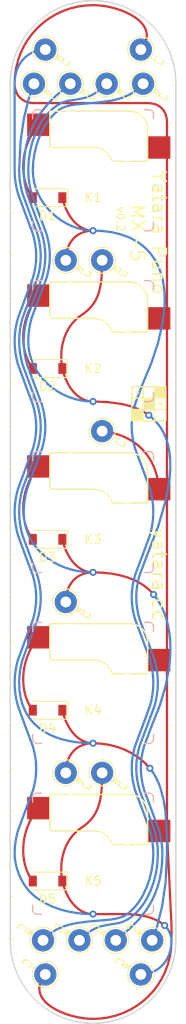
<source format=kicad_pcb>
(kicad_pcb (version 20171130) (host pcbnew 5.0.0+dfsg1-2)

  (general
    (thickness 1.6)
    (drawings 50)
    (tracks 1071)
    (zones 0)
    (modules 49)
    (nets 12)
  )

  (page User 148.006 210.007)
  (title_block
    (title "Puno MX-5")
    (rev 0.2)
    (company Yatara)
  )

  (layers
    (0 F.Cu signal)
    (31 B.Cu signal)
    (32 B.Adhes user hide)
    (33 F.Adhes user hide)
    (34 B.Paste user hide)
    (35 F.Paste user hide)
    (36 B.SilkS user)
    (37 F.SilkS user)
    (38 B.Mask user)
    (39 F.Mask user)
    (40 Dwgs.User user hide)
    (41 Cmts.User user hide)
    (42 Eco1.User user hide)
    (43 Eco2.User user hide)
    (44 Edge.Cuts user)
    (45 Margin user hide)
    (46 B.CrtYd user hide)
    (47 F.CrtYd user hide)
    (48 B.Fab user hide)
    (49 F.Fab user hide)
  )

  (setup
    (last_trace_width 0.25)
    (trace_clearance 0.2)
    (zone_clearance 0.508)
    (zone_45_only no)
    (trace_min 0.2)
    (segment_width 0.2)
    (edge_width 0.15)
    (via_size 0.8)
    (via_drill 0.4)
    (via_min_size 0.4)
    (via_min_drill 0.3)
    (uvia_size 0.3)
    (uvia_drill 0.1)
    (uvias_allowed no)
    (uvia_min_size 0.2)
    (uvia_min_drill 0.1)
    (pcb_text_width 0.3)
    (pcb_text_size 1.5 1.5)
    (mod_edge_width 0.15)
    (mod_text_size 1 1)
    (mod_text_width 0.15)
    (pad_size 2.5 2.5)
    (pad_drill 1.2)
    (pad_to_mask_clearance 0.2)
    (aux_axis_origin 0 0)
    (grid_origin 74 24)
    (visible_elements FFFFFF7F)
    (pcbplotparams
      (layerselection 0x010fc_ffffffff)
      (usegerberextensions false)
      (usegerberattributes false)
      (usegerberadvancedattributes false)
      (creategerberjobfile false)
      (excludeedgelayer true)
      (linewidth 0.100000)
      (plotframeref false)
      (viasonmask false)
      (mode 1)
      (useauxorigin false)
      (hpglpennumber 1)
      (hpglpenspeed 20)
      (hpglpendiameter 15.000000)
      (psnegative false)
      (psa4output false)
      (plotreference true)
      (plotvalue true)
      (plotinvisibletext false)
      (padsonsilk false)
      (subtractmaskfromsilk false)
      (outputformat 1)
      (mirror false)
      (drillshape 0)
      (scaleselection 1)
      (outputdirectory "gerber/"))
  )

  (net 0 "")
  (net 1 "Net-(D1-Pad2)")
  (net 2 "Net-(D2-Pad2)")
  (net 3 "Net-(D3-Pad2)")
  (net 4 "Net-(D4-Pad2)")
  (net 5 "Net-(C_1-Pad1)")
  (net 6 "Net-(D5-Pad2)")
  (net 7 "Net-(D5-Pad1)")
  (net 8 "Net-(D1-Pad1)")
  (net 9 "Net-(D2-Pad1)")
  (net 10 "Net-(D4-Pad1)")
  (net 11 "Net-(D3-Pad1)")

  (net_class Default "This is the default net class."
    (clearance 0.2)
    (trace_width 0.25)
    (via_dia 0.8)
    (via_drill 0.4)
    (uvia_dia 0.3)
    (uvia_drill 0.1)
    (add_net "Net-(C_1-Pad1)")
    (add_net "Net-(D1-Pad1)")
    (add_net "Net-(D1-Pad2)")
    (add_net "Net-(D2-Pad1)")
    (add_net "Net-(D2-Pad2)")
    (add_net "Net-(D3-Pad1)")
    (add_net "Net-(D3-Pad2)")
    (add_net "Net-(D4-Pad1)")
    (add_net "Net-(D4-Pad2)")
    (add_net "Net-(D5-Pad1)")
    (add_net "Net-(D5-Pad2)")
  )

  (module Diode_SMD:D_SOD-123 (layer F.Cu) (tedit 58645DC7) (tstamp 5C4D093A)
    (at 68.92 46.098 180)
    (descr SOD-123)
    (tags SOD-123)
    (path /5C40BBEC)
    (attr smd)
    (fp_text reference D1 (at 0 -2 180) (layer F.SilkS)
      (effects (font (size 1 1) (thickness 0.15)))
    )
    (fp_text value D (at 0 2.1 180) (layer F.Fab)
      (effects (font (size 1 1) (thickness 0.15)))
    )
    (fp_line (start -2.25 -1) (end 1.65 -1) (layer F.SilkS) (width 0.12))
    (fp_line (start -2.25 1) (end 1.65 1) (layer F.SilkS) (width 0.12))
    (fp_line (start -2.35 -1.15) (end -2.35 1.15) (layer F.CrtYd) (width 0.05))
    (fp_line (start 2.35 1.15) (end -2.35 1.15) (layer F.CrtYd) (width 0.05))
    (fp_line (start 2.35 -1.15) (end 2.35 1.15) (layer F.CrtYd) (width 0.05))
    (fp_line (start -2.35 -1.15) (end 2.35 -1.15) (layer F.CrtYd) (width 0.05))
    (fp_line (start -1.4 -0.9) (end 1.4 -0.9) (layer F.Fab) (width 0.1))
    (fp_line (start 1.4 -0.9) (end 1.4 0.9) (layer F.Fab) (width 0.1))
    (fp_line (start 1.4 0.9) (end -1.4 0.9) (layer F.Fab) (width 0.1))
    (fp_line (start -1.4 0.9) (end -1.4 -0.9) (layer F.Fab) (width 0.1))
    (fp_line (start -0.75 0) (end -0.35 0) (layer F.Fab) (width 0.1))
    (fp_line (start -0.35 0) (end -0.35 -0.55) (layer F.Fab) (width 0.1))
    (fp_line (start -0.35 0) (end -0.35 0.55) (layer F.Fab) (width 0.1))
    (fp_line (start -0.35 0) (end 0.25 -0.4) (layer F.Fab) (width 0.1))
    (fp_line (start 0.25 -0.4) (end 0.25 0.4) (layer F.Fab) (width 0.1))
    (fp_line (start 0.25 0.4) (end -0.35 0) (layer F.Fab) (width 0.1))
    (fp_line (start 0.25 0) (end 0.75 0) (layer F.Fab) (width 0.1))
    (fp_line (start -2.25 -1) (end -2.25 1) (layer F.SilkS) (width 0.12))
    (fp_text user %R (at 0 -2 180) (layer F.Fab)
      (effects (font (size 1 1) (thickness 0.15)))
    )
    (pad 2 smd rect (at 1.65 0 180) (size 0.9 1.2) (layers F.Cu F.Paste F.Mask)
      (net 1 "Net-(D1-Pad2)"))
    (pad 1 smd rect (at -1.65 0 180) (size 0.9 1.2) (layers F.Cu F.Paste F.Mask)
      (net 8 "Net-(D1-Pad1)"))
    (model ${KISYS3DMOD}/Diode_SMD.3dshapes/D_SOD-123.wrl
      (at (xyz 0 0 0))
      (scale (xyz 1 1 1))
      (rotate (xyz 0 0 0))
    )
  )

  (module Diode_SMD:D_SOD-123 (layer F.Cu) (tedit 58645DC7) (tstamp 5C4D094D)
    (at 68.92 65.148 180)
    (descr SOD-123)
    (tags SOD-123)
    (path /5C40BCC9)
    (attr smd)
    (fp_text reference D2 (at 0 -2 180) (layer F.SilkS)
      (effects (font (size 1 1) (thickness 0.15)))
    )
    (fp_text value D (at 0 2.1 180) (layer F.Fab)
      (effects (font (size 1 1) (thickness 0.15)))
    )
    (fp_line (start -2.25 -1) (end 1.65 -1) (layer F.SilkS) (width 0.12))
    (fp_line (start -2.25 1) (end 1.65 1) (layer F.SilkS) (width 0.12))
    (fp_line (start -2.35 -1.15) (end -2.35 1.15) (layer F.CrtYd) (width 0.05))
    (fp_line (start 2.35 1.15) (end -2.35 1.15) (layer F.CrtYd) (width 0.05))
    (fp_line (start 2.35 -1.15) (end 2.35 1.15) (layer F.CrtYd) (width 0.05))
    (fp_line (start -2.35 -1.15) (end 2.35 -1.15) (layer F.CrtYd) (width 0.05))
    (fp_line (start -1.4 -0.9) (end 1.4 -0.9) (layer F.Fab) (width 0.1))
    (fp_line (start 1.4 -0.9) (end 1.4 0.9) (layer F.Fab) (width 0.1))
    (fp_line (start 1.4 0.9) (end -1.4 0.9) (layer F.Fab) (width 0.1))
    (fp_line (start -1.4 0.9) (end -1.4 -0.9) (layer F.Fab) (width 0.1))
    (fp_line (start -0.75 0) (end -0.35 0) (layer F.Fab) (width 0.1))
    (fp_line (start -0.35 0) (end -0.35 -0.55) (layer F.Fab) (width 0.1))
    (fp_line (start -0.35 0) (end -0.35 0.55) (layer F.Fab) (width 0.1))
    (fp_line (start -0.35 0) (end 0.25 -0.4) (layer F.Fab) (width 0.1))
    (fp_line (start 0.25 -0.4) (end 0.25 0.4) (layer F.Fab) (width 0.1))
    (fp_line (start 0.25 0.4) (end -0.35 0) (layer F.Fab) (width 0.1))
    (fp_line (start 0.25 0) (end 0.75 0) (layer F.Fab) (width 0.1))
    (fp_line (start -2.25 -1) (end -2.25 1) (layer F.SilkS) (width 0.12))
    (fp_text user %R (at 0 -2 180) (layer F.Fab)
      (effects (font (size 1 1) (thickness 0.15)))
    )
    (pad 2 smd rect (at 1.65 0 180) (size 0.9 1.2) (layers F.Cu F.Paste F.Mask)
      (net 2 "Net-(D2-Pad2)"))
    (pad 1 smd rect (at -1.65 0 180) (size 0.9 1.2) (layers F.Cu F.Paste F.Mask)
      (net 9 "Net-(D2-Pad1)"))
    (model ${KISYS3DMOD}/Diode_SMD.3dshapes/D_SOD-123.wrl
      (at (xyz 0 0 0))
      (scale (xyz 1 1 1))
      (rotate (xyz 0 0 0))
    )
  )

  (module Diode_SMD:D_SOD-123 (layer F.Cu) (tedit 58645DC7) (tstamp 5C4D0960)
    (at 68.92 84.198 180)
    (descr SOD-123)
    (tags SOD-123)
    (path /5C40BCF5)
    (attr smd)
    (fp_text reference D3 (at 0 -2 180) (layer F.SilkS)
      (effects (font (size 1 1) (thickness 0.15)))
    )
    (fp_text value D (at 0 2.1 180) (layer F.Fab)
      (effects (font (size 1 1) (thickness 0.15)))
    )
    (fp_line (start -2.25 -1) (end 1.65 -1) (layer F.SilkS) (width 0.12))
    (fp_line (start -2.25 1) (end 1.65 1) (layer F.SilkS) (width 0.12))
    (fp_line (start -2.35 -1.15) (end -2.35 1.15) (layer F.CrtYd) (width 0.05))
    (fp_line (start 2.35 1.15) (end -2.35 1.15) (layer F.CrtYd) (width 0.05))
    (fp_line (start 2.35 -1.15) (end 2.35 1.15) (layer F.CrtYd) (width 0.05))
    (fp_line (start -2.35 -1.15) (end 2.35 -1.15) (layer F.CrtYd) (width 0.05))
    (fp_line (start -1.4 -0.9) (end 1.4 -0.9) (layer F.Fab) (width 0.1))
    (fp_line (start 1.4 -0.9) (end 1.4 0.9) (layer F.Fab) (width 0.1))
    (fp_line (start 1.4 0.9) (end -1.4 0.9) (layer F.Fab) (width 0.1))
    (fp_line (start -1.4 0.9) (end -1.4 -0.9) (layer F.Fab) (width 0.1))
    (fp_line (start -0.75 0) (end -0.35 0) (layer F.Fab) (width 0.1))
    (fp_line (start -0.35 0) (end -0.35 -0.55) (layer F.Fab) (width 0.1))
    (fp_line (start -0.35 0) (end -0.35 0.55) (layer F.Fab) (width 0.1))
    (fp_line (start -0.35 0) (end 0.25 -0.4) (layer F.Fab) (width 0.1))
    (fp_line (start 0.25 -0.4) (end 0.25 0.4) (layer F.Fab) (width 0.1))
    (fp_line (start 0.25 0.4) (end -0.35 0) (layer F.Fab) (width 0.1))
    (fp_line (start 0.25 0) (end 0.75 0) (layer F.Fab) (width 0.1))
    (fp_line (start -2.25 -1) (end -2.25 1) (layer F.SilkS) (width 0.12))
    (fp_text user %R (at 0 -2 180) (layer F.Fab)
      (effects (font (size 1 1) (thickness 0.15)))
    )
    (pad 2 smd rect (at 1.65 0 180) (size 0.9 1.2) (layers F.Cu F.Paste F.Mask)
      (net 3 "Net-(D3-Pad2)"))
    (pad 1 smd rect (at -1.65 0 180) (size 0.9 1.2) (layers F.Cu F.Paste F.Mask)
      (net 11 "Net-(D3-Pad1)"))
    (model ${KISYS3DMOD}/Diode_SMD.3dshapes/D_SOD-123.wrl
      (at (xyz 0 0 0))
      (scale (xyz 1 1 1))
      (rotate (xyz 0 0 0))
    )
  )

  (module Diode_SMD:D_SOD-123 (layer F.Cu) (tedit 58645DC7) (tstamp 5C4D0973)
    (at 68.92 103.248 180)
    (descr SOD-123)
    (tags SOD-123)
    (path /5C40BD21)
    (attr smd)
    (fp_text reference D4 (at 0 -2 180) (layer F.SilkS)
      (effects (font (size 1 1) (thickness 0.15)))
    )
    (fp_text value D (at 0 2.1 180) (layer F.Fab)
      (effects (font (size 1 1) (thickness 0.15)))
    )
    (fp_line (start -2.25 -1) (end 1.65 -1) (layer F.SilkS) (width 0.12))
    (fp_line (start -2.25 1) (end 1.65 1) (layer F.SilkS) (width 0.12))
    (fp_line (start -2.35 -1.15) (end -2.35 1.15) (layer F.CrtYd) (width 0.05))
    (fp_line (start 2.35 1.15) (end -2.35 1.15) (layer F.CrtYd) (width 0.05))
    (fp_line (start 2.35 -1.15) (end 2.35 1.15) (layer F.CrtYd) (width 0.05))
    (fp_line (start -2.35 -1.15) (end 2.35 -1.15) (layer F.CrtYd) (width 0.05))
    (fp_line (start -1.4 -0.9) (end 1.4 -0.9) (layer F.Fab) (width 0.1))
    (fp_line (start 1.4 -0.9) (end 1.4 0.9) (layer F.Fab) (width 0.1))
    (fp_line (start 1.4 0.9) (end -1.4 0.9) (layer F.Fab) (width 0.1))
    (fp_line (start -1.4 0.9) (end -1.4 -0.9) (layer F.Fab) (width 0.1))
    (fp_line (start -0.75 0) (end -0.35 0) (layer F.Fab) (width 0.1))
    (fp_line (start -0.35 0) (end -0.35 -0.55) (layer F.Fab) (width 0.1))
    (fp_line (start -0.35 0) (end -0.35 0.55) (layer F.Fab) (width 0.1))
    (fp_line (start -0.35 0) (end 0.25 -0.4) (layer F.Fab) (width 0.1))
    (fp_line (start 0.25 -0.4) (end 0.25 0.4) (layer F.Fab) (width 0.1))
    (fp_line (start 0.25 0.4) (end -0.35 0) (layer F.Fab) (width 0.1))
    (fp_line (start 0.25 0) (end 0.75 0) (layer F.Fab) (width 0.1))
    (fp_line (start -2.25 -1) (end -2.25 1) (layer F.SilkS) (width 0.12))
    (fp_text user %R (at 0 -2 180) (layer F.Fab)
      (effects (font (size 1 1) (thickness 0.15)))
    )
    (pad 2 smd rect (at 1.65 0 180) (size 0.9 1.2) (layers F.Cu F.Paste F.Mask)
      (net 4 "Net-(D4-Pad2)"))
    (pad 1 smd rect (at -1.65 0 180) (size 0.9 1.2) (layers F.Cu F.Paste F.Mask)
      (net 10 "Net-(D4-Pad1)"))
    (model ${KISYS3DMOD}/Diode_SMD.3dshapes/D_SOD-123.wrl
      (at (xyz 0 0 0))
      (scale (xyz 1 1 1))
      (rotate (xyz 0 0 0))
    )
  )

  (module Diode_SMD:D_SOD-123 (layer F.Cu) (tedit 58645DC7) (tstamp 5C5893D1)
    (at 68.92 122.298 180)
    (descr SOD-123)
    (tags SOD-123)
    (path /5C5894E5)
    (attr smd)
    (fp_text reference D5 (at 0 -2 180) (layer F.SilkS)
      (effects (font (size 1 1) (thickness 0.15)))
    )
    (fp_text value D (at 0 2.1 180) (layer F.Fab)
      (effects (font (size 1 1) (thickness 0.15)))
    )
    (fp_line (start -2.25 -1) (end 1.65 -1) (layer F.SilkS) (width 0.12))
    (fp_line (start -2.25 1) (end 1.65 1) (layer F.SilkS) (width 0.12))
    (fp_line (start -2.35 -1.15) (end -2.35 1.15) (layer F.CrtYd) (width 0.05))
    (fp_line (start 2.35 1.15) (end -2.35 1.15) (layer F.CrtYd) (width 0.05))
    (fp_line (start 2.35 -1.15) (end 2.35 1.15) (layer F.CrtYd) (width 0.05))
    (fp_line (start -2.35 -1.15) (end 2.35 -1.15) (layer F.CrtYd) (width 0.05))
    (fp_line (start -1.4 -0.9) (end 1.4 -0.9) (layer F.Fab) (width 0.1))
    (fp_line (start 1.4 -0.9) (end 1.4 0.9) (layer F.Fab) (width 0.1))
    (fp_line (start 1.4 0.9) (end -1.4 0.9) (layer F.Fab) (width 0.1))
    (fp_line (start -1.4 0.9) (end -1.4 -0.9) (layer F.Fab) (width 0.1))
    (fp_line (start -0.75 0) (end -0.35 0) (layer F.Fab) (width 0.1))
    (fp_line (start -0.35 0) (end -0.35 -0.55) (layer F.Fab) (width 0.1))
    (fp_line (start -0.35 0) (end -0.35 0.55) (layer F.Fab) (width 0.1))
    (fp_line (start -0.35 0) (end 0.25 -0.4) (layer F.Fab) (width 0.1))
    (fp_line (start 0.25 -0.4) (end 0.25 0.4) (layer F.Fab) (width 0.1))
    (fp_line (start 0.25 0.4) (end -0.35 0) (layer F.Fab) (width 0.1))
    (fp_line (start 0.25 0) (end 0.75 0) (layer F.Fab) (width 0.1))
    (fp_line (start -2.25 -1) (end -2.25 1) (layer F.SilkS) (width 0.12))
    (fp_text user %R (at 0 -2 180) (layer F.Fab)
      (effects (font (size 1 1) (thickness 0.15)))
    )
    (pad 2 smd rect (at 1.65 0 180) (size 0.9 1.2) (layers F.Cu F.Paste F.Mask)
      (net 6 "Net-(D5-Pad2)"))
    (pad 1 smd rect (at -1.65 0 180) (size 0.9 1.2) (layers F.Cu F.Paste F.Mask)
      (net 7 "Net-(D5-Pad1)"))
    (model ${KISYS3DMOD}/Diode_SMD.3dshapes/D_SOD-123.wrl
      (at (xyz 0 0 0))
      (scale (xyz 1 1 1))
      (rotate (xyz 0 0 0))
    )
  )

  (module MountingHole:MountingHole_2.5mm (layer F.Cu) (tedit 5C51EFD3) (tstamp 5C5EA2B3)
    (at 77.048 52.067)
    (descr "Mounting Hole 2.5mm, no annular")
    (tags "mounting hole 2.5mm no annular")
    (attr virtual)
    (fp_text reference REF** (at 0 -3.5) (layer F.SilkS) hide
      (effects (font (size 1 1) (thickness 0.15)))
    )
    (fp_text value MountingHole_2.5mm (at 0 3.5) (layer F.Fab)
      (effects (font (size 1 1) (thickness 0.15)))
    )
    (fp_text user %R (at 0.3 0) (layer F.Fab)
      (effects (font (size 1 1) (thickness 0.15)))
    )
    (fp_circle (center 0 0) (end 2.5 0) (layer Cmts.User) (width 0.15))
    (fp_circle (center 0 0) (end 2.75 0) (layer F.CrtYd) (width 0.05))
    (pad "" np_thru_hole circle (at 0 0) (size 1.2 1.2) (drill 1.2) (layers *.Cu *.Mask))
  )

  (module MountingHole:MountingHole_2.5mm (layer F.Cu) (tedit 5C51EFD3) (tstamp 5C5EA2A5)
    (at 72.984 52.067)
    (descr "Mounting Hole 2.5mm, no annular")
    (tags "mounting hole 2.5mm no annular")
    (attr virtual)
    (fp_text reference REF** (at 0 -3.5) (layer F.SilkS) hide
      (effects (font (size 1 1) (thickness 0.15)))
    )
    (fp_text value MountingHole_2.5mm (at 0 3.5) (layer F.Fab)
      (effects (font (size 1 1) (thickness 0.15)))
    )
    (fp_circle (center 0 0) (end 2.75 0) (layer F.CrtYd) (width 0.05))
    (fp_circle (center 0 0) (end 2.5 0) (layer Cmts.User) (width 0.15))
    (fp_text user %R (at 0.3 0) (layer F.Fab)
      (effects (font (size 1 1) (thickness 0.15)))
    )
    (pad "" np_thru_hole circle (at 0 0) (size 1.2 1.2) (drill 1.2) (layers *.Cu *.Mask))
  )

  (module MountingHole:MountingHole_2.5mm (layer F.Cu) (tedit 5C51EFD3) (tstamp 5C5EA28F)
    (at 77.048 71.117)
    (descr "Mounting Hole 2.5mm, no annular")
    (tags "mounting hole 2.5mm no annular")
    (attr virtual)
    (fp_text reference REF** (at 0 -3.5) (layer F.SilkS) hide
      (effects (font (size 1 1) (thickness 0.15)))
    )
    (fp_text value MountingHole_2.5mm (at 0 3.5) (layer F.Fab)
      (effects (font (size 1 1) (thickness 0.15)))
    )
    (fp_text user %R (at 0.3 0) (layer F.Fab)
      (effects (font (size 1 1) (thickness 0.15)))
    )
    (fp_circle (center 0 0) (end 2.5 0) (layer Cmts.User) (width 0.15))
    (fp_circle (center 0 0) (end 2.75 0) (layer F.CrtYd) (width 0.05))
    (pad "" np_thru_hole circle (at 0 0) (size 1.2 1.2) (drill 1.2) (layers *.Cu *.Mask))
  )

  (module MountingHole:MountingHole_2.5mm (layer F.Cu) (tedit 5C51EFD3) (tstamp 5C5EA24D)
    (at 72.984 90.167)
    (descr "Mounting Hole 2.5mm, no annular")
    (tags "mounting hole 2.5mm no annular")
    (attr virtual)
    (fp_text reference REF** (at 0 -3.5) (layer F.SilkS) hide
      (effects (font (size 1 1) (thickness 0.15)))
    )
    (fp_text value MountingHole_2.5mm (at 0 3.5) (layer F.Fab)
      (effects (font (size 1 1) (thickness 0.15)))
    )
    (fp_circle (center 0 0) (end 2.75 0) (layer F.CrtYd) (width 0.05))
    (fp_circle (center 0 0) (end 2.5 0) (layer Cmts.User) (width 0.15))
    (fp_text user %R (at 0.3 0) (layer F.Fab)
      (effects (font (size 1 1) (thickness 0.15)))
    )
    (pad "" np_thru_hole circle (at 0 0) (size 1.2 1.2) (drill 1.2) (layers *.Cu *.Mask))
  )

  (module MountingHole:MountingHole_2.5mm (layer F.Cu) (tedit 5C55C5A0) (tstamp 5C5B7415)
    (at 69.682 134.744)
    (descr "Mounting Hole 2.5mm, no annular")
    (tags "mounting hole 2.5mm no annular")
    (attr virtual)
    (fp_text reference REF** (at 0 -3.5) (layer F.SilkS) hide
      (effects (font (size 1 1) (thickness 0.15)))
    )
    (fp_text value MountingHole_2.5mm (at 0 3.5) (layer F.Fab)
      (effects (font (size 1 1) (thickness 0.15)))
    )
    (fp_circle (center 0 0) (end 2.75 0) (layer F.CrtYd) (width 0.05))
    (fp_circle (center 0 0) (end 2.5 0) (layer Cmts.User) (width 0.15))
    (fp_text user %R (at 0.3 0) (layer F.Fab)
      (effects (font (size 1 1) (thickness 0.15)))
    )
    (pad "" np_thru_hole circle (at 0 0) (size 1.2 1.2) (drill 1.2) (layers *.Cu *.Mask))
  )

  (module MountingHole:MountingHole_2.5mm (layer F.Cu) (tedit 5C55C5A0) (tstamp 5C5B7407)
    (at 78.318 134.744)
    (descr "Mounting Hole 2.5mm, no annular")
    (tags "mounting hole 2.5mm no annular")
    (attr virtual)
    (fp_text reference REF** (at 0 -3.5) (layer F.SilkS) hide
      (effects (font (size 1 1) (thickness 0.15)))
    )
    (fp_text value MountingHole_2.5mm (at 0 3.5) (layer F.Fab)
      (effects (font (size 1 1) (thickness 0.15)))
    )
    (fp_text user %R (at 0.3 0) (layer F.Fab)
      (effects (font (size 1 1) (thickness 0.15)))
    )
    (fp_circle (center 0 0) (end 2.5 0) (layer Cmts.User) (width 0.15))
    (fp_circle (center 0 0) (end 2.75 0) (layer F.CrtYd) (width 0.05))
    (pad "" np_thru_hole circle (at 0 0) (size 1.2 1.2) (drill 1.2) (layers *.Cu *.Mask))
  )

  (module MountingHole:MountingHole_2.5mm (layer F.Cu) (tedit 5C55C5A0) (tstamp 5C55D4C7)
    (at 66.38 129.918)
    (descr "Mounting Hole 2.5mm, no annular")
    (tags "mounting hole 2.5mm no annular")
    (attr virtual)
    (fp_text reference REF** (at 0 -3.5) (layer F.SilkS) hide
      (effects (font (size 1 1) (thickness 0.15)))
    )
    (fp_text value MountingHole_2.5mm (at 0 3.5) (layer F.Fab)
      (effects (font (size 1 1) (thickness 0.15)))
    )
    (fp_text user %R (at 0.3 0) (layer F.Fab)
      (effects (font (size 1 1) (thickness 0.15)))
    )
    (fp_circle (center 0 0) (end 2.5 0) (layer Cmts.User) (width 0.15))
    (fp_circle (center 0 0) (end 2.75 0) (layer F.CrtYd) (width 0.05))
    (pad "" np_thru_hole circle (at 0 0) (size 1.2 1.2) (drill 1.2) (layers *.Cu *.Mask))
  )

  (module MountingHole:MountingHole_2.5mm (layer F.Cu) (tedit 5C55C5A0) (tstamp 5C55D499)
    (at 78.572 129.918)
    (descr "Mounting Hole 2.5mm, no annular")
    (tags "mounting hole 2.5mm no annular")
    (attr virtual)
    (fp_text reference REF** (at 0 -3.5) (layer F.SilkS) hide
      (effects (font (size 1 1) (thickness 0.15)))
    )
    (fp_text value MountingHole_2.5mm (at 0 3.5) (layer F.Fab)
      (effects (font (size 1 1) (thickness 0.15)))
    )
    (fp_circle (center 0 0) (end 2.75 0) (layer F.CrtYd) (width 0.05))
    (fp_circle (center 0 0) (end 2.5 0) (layer Cmts.User) (width 0.15))
    (fp_text user %R (at 0.3 0) (layer F.Fab)
      (effects (font (size 1 1) (thickness 0.15)))
    )
    (pad "" np_thru_hole circle (at 0 0) (size 1.2 1.2) (drill 1.2) (layers *.Cu *.Mask))
  )

  (module MountingHole:MountingHole_2.5mm (layer F.Cu) (tedit 5C55C5A0) (tstamp 5C5B73C4)
    (at 69.682 27.556)
    (descr "Mounting Hole 2.5mm, no annular")
    (tags "mounting hole 2.5mm no annular")
    (attr virtual)
    (fp_text reference REF** (at 0 -3.5) (layer F.SilkS) hide
      (effects (font (size 1 1) (thickness 0.15)))
    )
    (fp_text value MountingHole_2.5mm (at 0 3.5) (layer F.Fab)
      (effects (font (size 1 1) (thickness 0.15)))
    )
    (fp_circle (center 0 0) (end 2.75 0) (layer F.CrtYd) (width 0.05))
    (fp_circle (center 0 0) (end 2.5 0) (layer Cmts.User) (width 0.15))
    (fp_text user %R (at 0.3 0) (layer F.Fab)
      (effects (font (size 1 1) (thickness 0.15)))
    )
    (pad "" np_thru_hole circle (at 0 0) (size 1.2 1.2) (drill 1.2) (layers *.Cu *.Mask))
  )

  (module MountingHole:MountingHole_2.5mm (layer F.Cu) (tedit 5C51EFD3) (tstamp 5C52CCDB)
    (at 74.508 129.918)
    (descr "Mounting Hole 2.5mm, no annular")
    (tags "mounting hole 2.5mm no annular")
    (attr virtual)
    (fp_text reference REF** (at 0 -3.5) (layer F.SilkS) hide
      (effects (font (size 1 1) (thickness 0.15)))
    )
    (fp_text value MountingHole_2.5mm (at 0 3.5) (layer F.Fab)
      (effects (font (size 1 1) (thickness 0.15)))
    )
    (fp_circle (center 0 0) (end 2.75 0) (layer F.CrtYd) (width 0.05))
    (fp_circle (center 0 0) (end 2.5 0) (layer Cmts.User) (width 0.15))
    (fp_text user %R (at 0.3 0) (layer F.Fab)
      (effects (font (size 1 1) (thickness 0.15)))
    )
    (pad "" np_thru_hole circle (at 0 0) (size 1.2 1.2) (drill 1.2) (layers *.Cu *.Mask))
  )

  (module MountingHole:MountingHole_2.5mm (layer F.Cu) (tedit 5C51EFD3) (tstamp 5C52CCD4)
    (at 70.444 129.918)
    (descr "Mounting Hole 2.5mm, no annular")
    (tags "mounting hole 2.5mm no annular")
    (attr virtual)
    (fp_text reference REF** (at 0 -3.5) (layer F.SilkS) hide
      (effects (font (size 1 1) (thickness 0.15)))
    )
    (fp_text value MountingHole_2.5mm (at 0 3.5) (layer F.Fab)
      (effects (font (size 1 1) (thickness 0.15)))
    )
    (fp_text user %R (at 0.3 0) (layer F.Fab)
      (effects (font (size 1 1) (thickness 0.15)))
    )
    (fp_circle (center 0 0) (end 2.5 0) (layer Cmts.User) (width 0.15))
    (fp_circle (center 0 0) (end 2.75 0) (layer F.CrtYd) (width 0.05))
    (pad "" np_thru_hole circle (at 0 0) (size 1.2 1.2) (drill 1.2) (layers *.Cu *.Mask))
  )

  (module MountingHole:MountingHole_2.5mm (layer F.Cu) (tedit 5C51EFD3) (tstamp 5C52CCCD)
    (at 77.048 109.217)
    (descr "Mounting Hole 2.5mm, no annular")
    (tags "mounting hole 2.5mm no annular")
    (attr virtual)
    (fp_text reference REF** (at 0 -3.5) (layer F.SilkS) hide
      (effects (font (size 1 1) (thickness 0.15)))
    )
    (fp_text value MountingHole_2.5mm (at 0 3.5) (layer F.Fab)
      (effects (font (size 1 1) (thickness 0.15)))
    )
    (fp_circle (center 0 0) (end 2.75 0) (layer F.CrtYd) (width 0.05))
    (fp_circle (center 0 0) (end 2.5 0) (layer Cmts.User) (width 0.15))
    (fp_text user %R (at 0.3 0) (layer F.Fab)
      (effects (font (size 1 1) (thickness 0.15)))
    )
    (pad "" np_thru_hole circle (at 0 0) (size 1.2 1.2) (drill 1.2) (layers *.Cu *.Mask))
  )

  (module MountingHole:MountingHole_2.5mm (layer F.Cu) (tedit 5C52B511) (tstamp 5C52CCC6)
    (at 72.984 109.217)
    (descr "Mounting Hole 2.5mm, no annular")
    (tags "mounting hole 2.5mm no annular")
    (attr virtual)
    (fp_text reference REF** (at 0 -3.5) (layer F.SilkS) hide
      (effects (font (size 1 1) (thickness 0.15)))
    )
    (fp_text value MountingHole_2.5mm (at 0 3.5) (layer F.Fab)
      (effects (font (size 1 1) (thickness 0.15)))
    )
    (fp_text user %R (at 0.3 0) (layer F.Fab)
      (effects (font (size 1 1) (thickness 0.15)))
    )
    (fp_circle (center 0 0) (end 2.5 0) (layer Cmts.User) (width 0.15))
    (fp_circle (center 0 0) (end 2.75 0) (layer F.CrtYd) (width 0.05))
    (pad "" np_thru_hole circle (at 0 0) (size 1.2 1.2) (drill 1.2) (layers *.Cu *.Mask))
  )

  (module MountingHole:MountingHole_2.5mm (layer F.Cu) (tedit 5C51EFD3) (tstamp 5C58B446)
    (at 81.62 32.382)
    (descr "Mounting Hole 2.5mm, no annular")
    (tags "mounting hole 2.5mm no annular")
    (attr virtual)
    (fp_text reference REF** (at 0 -3.5) (layer F.SilkS) hide
      (effects (font (size 1 1) (thickness 0.15)))
    )
    (fp_text value MountingHole_2.5mm (at 0 3.5) (layer F.Fab)
      (effects (font (size 1 1) (thickness 0.15)))
    )
    (fp_text user %R (at 0.3 0) (layer F.Fab)
      (effects (font (size 1 1) (thickness 0.15)))
    )
    (fp_circle (center 0 0) (end 2.5 0) (layer Cmts.User) (width 0.15))
    (fp_circle (center 0 0) (end 2.75 0) (layer F.CrtYd) (width 0.05))
    (pad "" np_thru_hole circle (at 0 0) (size 1.2 1.2) (drill 1.2) (layers *.Cu *.Mask))
  )

  (module MountingHole:MountingHole_2.5mm (layer F.Cu) (tedit 5C55C5A0) (tstamp 5C58B407)
    (at 77.556 32.382)
    (descr "Mounting Hole 2.5mm, no annular")
    (tags "mounting hole 2.5mm no annular")
    (attr virtual)
    (fp_text reference REF** (at 0 -3.5) (layer F.SilkS) hide
      (effects (font (size 1 1) (thickness 0.15)))
    )
    (fp_text value MountingHole_2.5mm (at 0 3.5) (layer F.Fab)
      (effects (font (size 1 1) (thickness 0.15)))
    )
    (fp_text user %R (at 0.3 0) (layer F.Fab)
      (effects (font (size 1 1) (thickness 0.15)))
    )
    (fp_circle (center 0 0) (end 2.5 0) (layer Cmts.User) (width 0.15))
    (fp_circle (center 0 0) (end 2.75 0) (layer F.CrtYd) (width 0.05))
    (pad "" np_thru_hole circle (at 0 0) (size 1.2 1.2) (drill 1.2) (layers *.Cu *.Mask))
  )

  (module MountingHole:MountingHole_2.5mm (layer F.Cu) (tedit 5C52BA20) (tstamp 5C58B41C)
    (at 73.492 32.382)
    (descr "Mounting Hole 2.5mm, no annular")
    (tags "mounting hole 2.5mm no annular")
    (attr virtual)
    (fp_text reference REF** (at 0 -3.5) (layer F.SilkS) hide
      (effects (font (size 1 1) (thickness 0.15)))
    )
    (fp_text value MountingHole_2.5mm (at 0 3.5) (layer F.Fab)
      (effects (font (size 1 1) (thickness 0.15)))
    )
    (fp_circle (center 0 0) (end 2.75 0) (layer F.CrtYd) (width 0.05))
    (fp_circle (center 0 0) (end 2.5 0) (layer Cmts.User) (width 0.15))
    (fp_text user %R (at 0.3 0) (layer F.Fab)
      (effects (font (size 1 1) (thickness 0.15)))
    )
    (pad "" np_thru_hole circle (at 0 0) (size 1.2 1.2) (drill 1.2) (layers *.Cu *.Mask))
  )

  (module MountingHole:MountingHole_2.5mm (layer F.Cu) (tedit 5C51EFD3) (tstamp 5C58B431)
    (at 69.428 32.382)
    (descr "Mounting Hole 2.5mm, no annular")
    (tags "mounting hole 2.5mm no annular")
    (attr virtual)
    (fp_text reference REF** (at 0 -3.5) (layer F.SilkS) hide
      (effects (font (size 1 1) (thickness 0.15)))
    )
    (fp_text value MountingHole_2.5mm (at 0 3.5) (layer F.Fab)
      (effects (font (size 1 1) (thickness 0.15)))
    )
    (fp_text user %R (at 0.3 0) (layer F.Fab)
      (effects (font (size 1 1) (thickness 0.15)))
    )
    (fp_circle (center 0 0) (end 2.5 0) (layer Cmts.User) (width 0.15))
    (fp_circle (center 0 0) (end 2.75 0) (layer F.CrtYd) (width 0.05))
    (pad "" np_thru_hole circle (at 0 0) (size 1.2 1.2) (drill 1.2) (layers *.Cu *.Mask))
  )

  (module MountingHole:MountingHole_3.2mm_M3 (layer F.Cu) (tedit 56D1B4CB) (tstamp 5C5E79BE)
    (at 74 133.5375)
    (descr "Mounting Hole 3.2mm, no annular, M3")
    (tags "mounting hole 3.2mm no annular m3")
    (attr virtual)
    (fp_text reference REF** (at 0 -4.2) (layer F.SilkS) hide
      (effects (font (size 1 1) (thickness 0.15)))
    )
    (fp_text value MountingHole_3.2mm_M3 (at 0 4.2) (layer F.Fab)
      (effects (font (size 1 1) (thickness 0.15)))
    )
    (fp_text user %R (at 0.3 0) (layer F.Fab)
      (effects (font (size 1 1) (thickness 0.15)))
    )
    (fp_circle (center 0 0) (end 3.2 0) (layer Cmts.User) (width 0.15))
    (fp_circle (center 0 0) (end 3.45 0) (layer F.CrtYd) (width 0.05))
    (pad 1 np_thru_hole circle (at 0 0) (size 3.2 3.2) (drill 3.2) (layers *.Cu *.Mask))
  )

  (module MountingHole:MountingHole_3.2mm_M3 (layer F.Cu) (tedit 56D1B4CB) (tstamp 5C58B488)
    (at 74 28.7625)
    (descr "Mounting Hole 3.2mm, no annular, M3")
    (tags "mounting hole 3.2mm no annular m3")
    (attr virtual)
    (fp_text reference REF** (at 0 -4.2) (layer F.SilkS) hide
      (effects (font (size 1 1) (thickness 0.15)))
    )
    (fp_text value MountingHole_3.2mm_M3 (at 0 4.2) (layer F.Fab)
      (effects (font (size 1 1) (thickness 0.15)))
    )
    (fp_circle (center 0 0) (end 3.45 0) (layer F.CrtYd) (width 0.05))
    (fp_circle (center 0 0) (end 3.2 0) (layer Cmts.User) (width 0.15))
    (fp_text user %R (at 0.3 0) (layer F.Fab)
      (effects (font (size 1 1) (thickness 0.15)))
    )
    (pad 1 np_thru_hole circle (at 0 0) (size 3.2 3.2) (drill 3.2) (layers *.Cu *.Mask))
  )

  (module MountingHole:MountingHole_2.5mm (layer F.Cu) (tedit 5C52B511) (tstamp 5C58B3F2)
    (at 78.318 27.556)
    (descr "Mounting Hole 2.5mm, no annular")
    (tags "mounting hole 2.5mm no annular")
    (attr virtual)
    (fp_text reference REF** (at 0 -3.5) (layer F.SilkS) hide
      (effects (font (size 1 1) (thickness 0.15)))
    )
    (fp_text value MountingHole_2.5mm (at 0 3.5) (layer F.Fab)
      (effects (font (size 1 1) (thickness 0.15)))
    )
    (fp_circle (center 0 0) (end 2.75 0) (layer F.CrtYd) (width 0.05))
    (fp_circle (center 0 0) (end 2.5 0) (layer Cmts.User) (width 0.15))
    (fp_text user %R (at 0.3 0) (layer F.Fab)
      (effects (font (size 1 1) (thickness 0.15)))
    )
    (pad "" np_thru_hole circle (at 0 0) (size 1.2 1.2) (drill 1.2) (layers *.Cu *.Mask))
  )

  (module TestPoint:TestPoint_THTPad_D2.5mm_Drill1.2mm (layer F.Cu) (tedit 5A0F774F) (tstamp 5C58B4B8)
    (at 71.46 33.398)
    (descr "THT pad as test Point, diameter 2.5mm, hole diameter 1.2mm ")
    (tags "test point THT pad")
    (path /5C40CB53)
    (attr virtual)
    (fp_text reference R3_1 (at 2.032 1.27 -30) (layer F.SilkS)
      (effects (font (size 0.5 0.5) (thickness 0.125)))
    )
    (fp_text value TestPoint (at 0 2.25) (layer F.Fab)
      (effects (font (size 1 1) (thickness 0.15)))
    )
    (fp_circle (center 0 0) (end 0 1.45) (layer F.SilkS) (width 0.12))
    (fp_circle (center 0 0) (end 1.75 0) (layer F.CrtYd) (width 0.05))
    (fp_text user %R (at 0 -2.15) (layer F.Fab)
      (effects (font (size 1 1) (thickness 0.15)))
    )
    (pad 1 thru_hole circle (at 0 0) (size 2.5 2.5) (drill 1.2) (layers *.Cu *.Mask)
      (net 11 "Net-(D3-Pad1)"))
  )

  (module TestPoint:TestPoint_THTPad_D2.5mm_Drill1.2mm (layer F.Cu) (tedit 5C55CD80) (tstamp 5C58B473)
    (at 67.396 33.398)
    (descr "THT pad as test Point, diameter 2.5mm, hole diameter 1.2mm ")
    (tags "test point THT pad")
    (path /5C40C833)
    (attr virtual)
    (fp_text reference R4_1 (at 2.032 1.27 -30) (layer F.SilkS)
      (effects (font (size 0.5 0.5) (thickness 0.125)))
    )
    (fp_text value TestPoint (at 0 2.25) (layer F.Fab)
      (effects (font (size 1 1) (thickness 0.15)))
    )
    (fp_circle (center 0 0) (end 0 1.45) (layer F.SilkS) (width 0.12))
    (fp_circle (center 0 0) (end 1.75 0) (layer F.CrtYd) (width 0.05))
    (fp_text user %R (at 0 -2.15) (layer F.Fab)
      (effects (font (size 1 1) (thickness 0.15)))
    )
    (pad 1 thru_hole circle (at 0 0) (size 2.5 2.5) (drill 1.2) (layers *.Cu *.Mask)
      (net 10 "Net-(D4-Pad1)"))
  )

  (module TestPoint:TestPoint_THTPad_D2.5mm_Drill1.2mm (layer F.Cu) (tedit 5A0F774F) (tstamp 5C58B45E)
    (at 79.588 33.398)
    (descr "THT pad as test Point, diameter 2.5mm, hole diameter 1.2mm ")
    (tags "test point THT pad")
    (path /5C40CBCD)
    (attr virtual)
    (fp_text reference R1_1 (at 2.032 1.27 -30) (layer F.SilkS)
      (effects (font (size 0.5 0.5) (thickness 0.125)))
    )
    (fp_text value TestPoint (at 0 2.25) (layer F.Fab)
      (effects (font (size 1 1) (thickness 0.15)))
    )
    (fp_text user %R (at 0 -2.15) (layer F.Fab)
      (effects (font (size 1 1) (thickness 0.15)))
    )
    (fp_circle (center 0 0) (end 1.75 0) (layer F.CrtYd) (width 0.05))
    (fp_circle (center 0 0) (end 0 1.45) (layer F.SilkS) (width 0.12))
    (pad 1 thru_hole circle (at 0 0) (size 2.5 2.5) (drill 1.2) (layers *.Cu *.Mask)
      (net 8 "Net-(D1-Pad1)"))
  )

  (module TestPoint:TestPoint_THTPad_D2.5mm_Drill1.2mm (layer F.Cu) (tedit 5A0F774F) (tstamp 5C58B4A0)
    (at 75.524 33.398)
    (descr "THT pad as test Point, diameter 2.5mm, hole diameter 1.2mm ")
    (tags "test point THT pad")
    (path /5C40CB8B)
    (attr virtual)
    (fp_text reference R2_1 (at 2.032 1.27 -30) (layer F.SilkS)
      (effects (font (size 0.5 0.5) (thickness 0.125)))
    )
    (fp_text value TestPoint (at 0 2.25) (layer F.Fab)
      (effects (font (size 1 1) (thickness 0.15)))
    )
    (fp_text user %R (at 0 -2.15) (layer F.Fab)
      (effects (font (size 1 1) (thickness 0.15)))
    )
    (fp_circle (center 0 0) (end 1.75 0) (layer F.CrtYd) (width 0.05))
    (fp_circle (center 0 0) (end 0 1.45) (layer F.SilkS) (width 0.12))
    (pad 1 thru_hole circle (at 0 0) (size 2.5 2.5) (drill 1.2) (layers *.Cu *.Mask)
      (net 9 "Net-(D2-Pad1)"))
  )

  (module TestPoint:TestPoint_THTPad_D2.5mm_Drill1.2mm (layer F.Cu) (tedit 5A0F774F) (tstamp 5C5B69F8)
    (at 70.952 110.233)
    (descr "THT pad as test Point, diameter 2.5mm, hole diameter 1.2mm ")
    (tags "test point THT pad")
    (path /5C572EB9)
    (attr virtual)
    (fp_text reference R4_3 (at 2.032 1.27 -30) (layer F.SilkS)
      (effects (font (size 0.5 0.5) (thickness 0.125)))
    )
    (fp_text value TestPoint (at 0 2.25) (layer F.Fab)
      (effects (font (size 1 1) (thickness 0.15)))
    )
    (fp_text user %R (at 0 -2.15) (layer F.Fab)
      (effects (font (size 1 1) (thickness 0.15)))
    )
    (fp_circle (center 0 0) (end 1.75 0) (layer F.CrtYd) (width 0.05))
    (fp_circle (center 0 0) (end 0 1.45) (layer F.SilkS) (width 0.12))
    (pad 1 thru_hole circle (at 0 0) (size 2.5 2.5) (drill 1.2) (layers *.Cu *.Mask)
      (net 10 "Net-(D4-Pad1)"))
  )

  (module TestPoint:TestPoint_THTPad_D2.5mm_Drill1.2mm (layer F.Cu) (tedit 5C5EAD10) (tstamp 5C589340)
    (at 79.334 132.712)
    (descr "THT pad as test Point, diameter 2.5mm, hole diameter 1.2mm ")
    (tags "test point THT pad")
    (path /5C5894F3)
    (attr virtual)
    (fp_text reference R5_2 (at -2.032 -1.27 150 unlocked) (layer F.SilkS)
      (effects (font (size 0.5 0.5) (thickness 0.125)))
    )
    (fp_text value TestPoint (at 0 2.25) (layer F.Fab)
      (effects (font (size 1 1) (thickness 0.15)))
    )
    (fp_text user %R (at 0 -2.15) (layer F.Fab)
      (effects (font (size 1 1) (thickness 0.15)))
    )
    (fp_circle (center 0 0) (end 1.75 0) (layer F.CrtYd) (width 0.05))
    (fp_circle (center 0 0) (end 0 1.45) (layer F.SilkS) (width 0.12))
    (pad 1 thru_hole circle (at 0 0) (size 2.5 2.5) (drill 1.2) (layers *.Cu *.Mask)
      (net 7 "Net-(D5-Pad1)"))
  )

  (module TestPoint:TestPoint_THTPad_D2.5mm_Drill1.2mm (layer F.Cu) (tedit 5A0F774F) (tstamp 5C5DB508)
    (at 75.016 110.233)
    (descr "THT pad as test Point, diameter 2.5mm, hole diameter 1.2mm ")
    (tags "test point THT pad")
    (path /5C5894FB)
    (attr virtual)
    (fp_text reference R5_3 (at 2.032 1.27 -30) (layer F.SilkS)
      (effects (font (size 0.5 0.5) (thickness 0.125)))
    )
    (fp_text value TestPoint (at 0 2.25) (layer F.Fab)
      (effects (font (size 1 1) (thickness 0.15)))
    )
    (fp_circle (center 0 0) (end 0 1.45) (layer F.SilkS) (width 0.12))
    (fp_circle (center 0 0) (end 1.75 0) (layer F.CrtYd) (width 0.05))
    (fp_text user %R (at 0 -2.15) (layer F.Fab)
      (effects (font (size 1 1) (thickness 0.15)))
    )
    (pad 1 thru_hole circle (at 0 0) (size 2.5 2.5) (drill 1.2) (layers *.Cu *.Mask)
      (net 7 "Net-(D5-Pad1)"))
  )

  (module TestPoint:TestPoint_THTPad_D2.5mm_Drill1.2mm (layer F.Cu) (tedit 5A0F774F) (tstamp 5C58B78C)
    (at 68.666 29.588)
    (descr "THT pad as test Point, diameter 2.5mm, hole diameter 1.2mm ")
    (tags "test point THT pad")
    (path /5C5894EC)
    (attr virtual)
    (fp_text reference R5_1 (at 2.032 1.27 -30) (layer F.SilkS)
      (effects (font (size 0.5 0.5) (thickness 0.125)))
    )
    (fp_text value TestPoint (at 0 2.25) (layer F.Fab)
      (effects (font (size 1 1) (thickness 0.15)))
    )
    (fp_text user %R (at 0 -2.15) (layer F.Fab)
      (effects (font (size 1 1) (thickness 0.15)))
    )
    (fp_circle (center 0 0) (end 1.75 0) (layer F.CrtYd) (width 0.05))
    (fp_circle (center 0 0) (end 0 1.45) (layer F.SilkS) (width 0.12))
    (pad 1 thru_hole circle (at 0 0) (size 2.5 2.5) (drill 1.2) (layers *.Cu *.Mask)
      (net 7 "Net-(D5-Pad1)"))
  )

  (module Yatara:Kailh_PCB_Socket_1511_MX (layer F.Cu) (tedit 5C4CE0C5) (tstamp 5C5892D4)
    (at 74 119.25)
    (path /5C5894DE)
    (fp_text reference K5 (at 0 3.05) (layer F.SilkS)
      (effects (font (size 1 1) (thickness 0.15)))
    )
    (fp_text value KEYSW (at 0 -0.5) (layer F.Fab)
      (effects (font (size 1 1) (thickness 0.15)))
    )
    (fp_line (start 4.064 -6.604) (end -4.826 -6.604) (layer F.SilkS) (width 0.15))
    (fp_line (start -4.826 -6.604) (end -4.826 -2.794) (layer F.SilkS) (width 0.15))
    (fp_line (start 6.096 -1.016) (end 6.096 -4.572) (layer F.SilkS) (width 0.15))
    (fp_arc (start 4.064 -4.572) (end 6.096 -4.572) (angle -90) (layer F.SilkS) (width 0.15))
    (fp_line (start 6.096 -1.016) (end 2.286 -1.016) (layer F.SilkS) (width 0.15))
    (fp_line (start 0.127 -2.54) (end -4.572 -2.54) (layer F.SilkS) (width 0.15))
    (fp_arc (start -4.572 -2.794) (end -4.826 -2.794) (angle -90) (layer F.SilkS) (width 0.15))
    (fp_arc (start 0.127 -0.508) (end 0.127 -2.54) (angle 69) (layer F.SilkS) (width 0.15))
    (fp_arc (start 2.286 -1.27) (end 2.286 -1.016) (angle 69) (layer F.SilkS) (width 0.15))
    (fp_line (start 8.89 -0.76) (end 8.89 -6.86) (layer F.CrtYd) (width 0.05))
    (fp_line (start 8.89 -6.86) (end -7.62 -6.86) (layer F.CrtYd) (width 0.05))
    (fp_line (start -7.62 -6.86) (end -7.62 -0.76) (layer F.CrtYd) (width 0.05))
    (fp_line (start -7.62 -0.76) (end 8.89 -0.76) (layer F.CrtYd) (width 0.05))
    (fp_line (start 7 7) (end 7 -7) (layer B.CrtYd) (width 0.05))
    (fp_line (start 7 -7) (end -7 -7) (layer B.CrtYd) (width 0.05))
    (fp_line (start -7 -7) (end -7 7) (layer B.CrtYd) (width 0.05))
    (fp_line (start -7 7) (end 7 7) (layer B.CrtYd) (width 0.05))
    (fp_arc (start 6.25 -6.25) (end 6.75 -6.25) (angle -90) (layer B.SilkS) (width 0.15))
    (fp_arc (start 6.25 6.25) (end 6.25 6.75) (angle -90) (layer B.SilkS) (width 0.15))
    (fp_arc (start -6.25 6.25) (end -6.75 6.25) (angle -90) (layer B.SilkS) (width 0.15))
    (fp_arc (start -6.25 -6.25) (end -6.25 -6.75) (angle -90) (layer B.SilkS) (width 0.15))
    (fp_line (start 6.25 -6.75) (end 5.75 -6.75) (layer B.SilkS) (width 0.15))
    (fp_line (start 6.75 -6.25) (end 6.75 -5.75) (layer B.SilkS) (width 0.15))
    (fp_line (start 6.75 6.25) (end 6.75 5.75) (layer B.SilkS) (width 0.15))
    (fp_line (start 6.25 6.75) (end 5.75 6.75) (layer B.SilkS) (width 0.15))
    (fp_line (start -6.25 6.75) (end -5.75 6.75) (layer B.SilkS) (width 0.15))
    (fp_line (start -6.75 6.25) (end -6.75 5.75) (layer B.SilkS) (width 0.15))
    (fp_line (start -6.75 -6.25) (end -6.75 -5.75) (layer B.SilkS) (width 0.15))
    (fp_line (start -6.25 -6.75) (end -5.75 -6.75) (layer B.SilkS) (width 0.15))
    (pad "" np_thru_hole circle (at 0 0) (size 4 4) (drill 4) (layers *.Cu *.Mask))
    (pad "" np_thru_hole circle (at 5.08 0) (size 1.7 1.7) (drill 1.7) (layers *.Cu *.Mask))
    (pad "" np_thru_hole circle (at -5.08 0) (size 1.7 1.7) (drill 1.7) (layers *.Cu *.Mask))
    (pad "" np_thru_hole circle (at -2.54 -5.08) (size 3 3) (drill 3) (layers *.Cu *.Mask))
    (pad "" np_thru_hole circle (at 3.81 -2.54) (size 3 3) (drill 3) (layers *.Cu *.Mask))
    (pad 2 smd rect (at -6.09 -5.08) (size 2.55 2.5) (layers F.Cu F.Paste F.Mask)
      (net 6 "Net-(D5-Pad2)"))
    (pad 1 smd rect (at 7.36 -2.54) (size 2.55 2.5) (layers F.Cu F.Paste F.Mask)
      (net 5 "Net-(C_1-Pad1)"))
  )

  (module Yatara:Kailh_PCB_Socket_1511_MX (layer F.Cu) (tedit 5C4CE0C5) (tstamp 5C589B61)
    (at 74 43.05)
    (path /5C40B6B6)
    (fp_text reference K1 (at 0 3.05) (layer F.SilkS)
      (effects (font (size 1 1) (thickness 0.15)))
    )
    (fp_text value KEYSW (at 0 -0.5) (layer F.Fab)
      (effects (font (size 1 1) (thickness 0.15)))
    )
    (fp_line (start -6.25 -6.75) (end -5.75 -6.75) (layer B.SilkS) (width 0.15))
    (fp_line (start -6.75 -6.25) (end -6.75 -5.75) (layer B.SilkS) (width 0.15))
    (fp_line (start -6.75 6.25) (end -6.75 5.75) (layer B.SilkS) (width 0.15))
    (fp_line (start -6.25 6.75) (end -5.75 6.75) (layer B.SilkS) (width 0.15))
    (fp_line (start 6.25 6.75) (end 5.75 6.75) (layer B.SilkS) (width 0.15))
    (fp_line (start 6.75 6.25) (end 6.75 5.75) (layer B.SilkS) (width 0.15))
    (fp_line (start 6.75 -6.25) (end 6.75 -5.75) (layer B.SilkS) (width 0.15))
    (fp_line (start 6.25 -6.75) (end 5.75 -6.75) (layer B.SilkS) (width 0.15))
    (fp_arc (start -6.25 -6.25) (end -6.25 -6.75) (angle -90) (layer B.SilkS) (width 0.15))
    (fp_arc (start -6.25 6.25) (end -6.75 6.25) (angle -90) (layer B.SilkS) (width 0.15))
    (fp_arc (start 6.25 6.25) (end 6.25 6.75) (angle -90) (layer B.SilkS) (width 0.15))
    (fp_arc (start 6.25 -6.25) (end 6.75 -6.25) (angle -90) (layer B.SilkS) (width 0.15))
    (fp_line (start -7 7) (end 7 7) (layer B.CrtYd) (width 0.05))
    (fp_line (start -7 -7) (end -7 7) (layer B.CrtYd) (width 0.05))
    (fp_line (start 7 -7) (end -7 -7) (layer B.CrtYd) (width 0.05))
    (fp_line (start 7 7) (end 7 -7) (layer B.CrtYd) (width 0.05))
    (fp_line (start -7.62 -0.76) (end 8.89 -0.76) (layer F.CrtYd) (width 0.05))
    (fp_line (start -7.62 -6.86) (end -7.62 -0.76) (layer F.CrtYd) (width 0.05))
    (fp_line (start 8.89 -6.86) (end -7.62 -6.86) (layer F.CrtYd) (width 0.05))
    (fp_line (start 8.89 -0.76) (end 8.89 -6.86) (layer F.CrtYd) (width 0.05))
    (fp_arc (start 2.286 -1.27) (end 2.286 -1.016) (angle 69) (layer F.SilkS) (width 0.15))
    (fp_arc (start 0.127 -0.508) (end 0.127 -2.54) (angle 69) (layer F.SilkS) (width 0.15))
    (fp_arc (start -4.572 -2.794) (end -4.826 -2.794) (angle -90) (layer F.SilkS) (width 0.15))
    (fp_line (start 0.127 -2.54) (end -4.572 -2.54) (layer F.SilkS) (width 0.15))
    (fp_line (start 6.096 -1.016) (end 2.286 -1.016) (layer F.SilkS) (width 0.15))
    (fp_arc (start 4.064 -4.572) (end 6.096 -4.572) (angle -90) (layer F.SilkS) (width 0.15))
    (fp_line (start 6.096 -1.016) (end 6.096 -4.572) (layer F.SilkS) (width 0.15))
    (fp_line (start -4.826 -6.604) (end -4.826 -2.794) (layer F.SilkS) (width 0.15))
    (fp_line (start 4.064 -6.604) (end -4.826 -6.604) (layer F.SilkS) (width 0.15))
    (pad 1 smd rect (at 7.36 -2.54) (size 2.55 2.5) (layers F.Cu F.Paste F.Mask)
      (net 5 "Net-(C_1-Pad1)"))
    (pad 2 smd rect (at -6.09 -5.08) (size 2.55 2.5) (layers F.Cu F.Paste F.Mask)
      (net 1 "Net-(D1-Pad2)"))
    (pad "" np_thru_hole circle (at 3.81 -2.54) (size 3 3) (drill 3) (layers *.Cu *.Mask))
    (pad "" np_thru_hole circle (at -2.54 -5.08) (size 3 3) (drill 3) (layers *.Cu *.Mask))
    (pad "" np_thru_hole circle (at -5.08 0) (size 1.7 1.7) (drill 1.7) (layers *.Cu *.Mask))
    (pad "" np_thru_hole circle (at 5.08 0) (size 1.7 1.7) (drill 1.7) (layers *.Cu *.Mask))
    (pad "" np_thru_hole circle (at 0 0) (size 4 4) (drill 4) (layers *.Cu *.Mask))
  )

  (module Yatara:Kailh_PCB_Socket_1511_MX (layer F.Cu) (tedit 5C4CE0C5) (tstamp 5C633227)
    (at 74 100.2)
    (path /5C40B86F)
    (fp_text reference K4 (at 0 3.05) (layer F.SilkS)
      (effects (font (size 1 1) (thickness 0.15)))
    )
    (fp_text value KEYSW (at 0 -0.5) (layer F.Fab)
      (effects (font (size 1 1) (thickness 0.15)))
    )
    (fp_line (start 4.064 -6.604) (end -4.826 -6.604) (layer F.SilkS) (width 0.15))
    (fp_line (start -4.826 -6.604) (end -4.826 -2.794) (layer F.SilkS) (width 0.15))
    (fp_line (start 6.096 -1.016) (end 6.096 -4.572) (layer F.SilkS) (width 0.15))
    (fp_arc (start 4.064 -4.572) (end 6.096 -4.572) (angle -90) (layer F.SilkS) (width 0.15))
    (fp_line (start 6.096 -1.016) (end 2.286 -1.016) (layer F.SilkS) (width 0.15))
    (fp_line (start 0.127 -2.54) (end -4.572 -2.54) (layer F.SilkS) (width 0.15))
    (fp_arc (start -4.572 -2.794) (end -4.826 -2.794) (angle -90) (layer F.SilkS) (width 0.15))
    (fp_arc (start 0.127 -0.508) (end 0.127 -2.54) (angle 69) (layer F.SilkS) (width 0.15))
    (fp_arc (start 2.286 -1.27) (end 2.286 -1.016) (angle 69) (layer F.SilkS) (width 0.15))
    (fp_line (start 8.89 -0.76) (end 8.89 -6.86) (layer F.CrtYd) (width 0.05))
    (fp_line (start 8.89 -6.86) (end -7.62 -6.86) (layer F.CrtYd) (width 0.05))
    (fp_line (start -7.62 -6.86) (end -7.62 -0.76) (layer F.CrtYd) (width 0.05))
    (fp_line (start -7.62 -0.76) (end 8.89 -0.76) (layer F.CrtYd) (width 0.05))
    (fp_line (start 7 7) (end 7 -7) (layer B.CrtYd) (width 0.05))
    (fp_line (start 7 -7) (end -7 -7) (layer B.CrtYd) (width 0.05))
    (fp_line (start -7 -7) (end -7 7) (layer B.CrtYd) (width 0.05))
    (fp_line (start -7 7) (end 7 7) (layer B.CrtYd) (width 0.05))
    (fp_arc (start 6.25 -6.25) (end 6.75 -6.25) (angle -90) (layer B.SilkS) (width 0.15))
    (fp_arc (start 6.25 6.25) (end 6.25 6.75) (angle -90) (layer B.SilkS) (width 0.15))
    (fp_arc (start -6.25 6.25) (end -6.75 6.25) (angle -90) (layer B.SilkS) (width 0.15))
    (fp_arc (start -6.25 -6.25) (end -6.25 -6.75) (angle -90) (layer B.SilkS) (width 0.15))
    (fp_line (start 6.25 -6.75) (end 5.75 -6.75) (layer B.SilkS) (width 0.15))
    (fp_line (start 6.75 -6.25) (end 6.75 -5.75) (layer B.SilkS) (width 0.15))
    (fp_line (start 6.75 6.25) (end 6.75 5.75) (layer B.SilkS) (width 0.15))
    (fp_line (start 6.25 6.75) (end 5.75 6.75) (layer B.SilkS) (width 0.15))
    (fp_line (start -6.25 6.75) (end -5.75 6.75) (layer B.SilkS) (width 0.15))
    (fp_line (start -6.75 6.25) (end -6.75 5.75) (layer B.SilkS) (width 0.15))
    (fp_line (start -6.75 -6.25) (end -6.75 -5.75) (layer B.SilkS) (width 0.15))
    (fp_line (start -6.25 -6.75) (end -5.75 -6.75) (layer B.SilkS) (width 0.15))
    (pad "" np_thru_hole circle (at 0 0) (size 4 4) (drill 4) (layers *.Cu *.Mask))
    (pad "" np_thru_hole circle (at 5.08 0) (size 1.7 1.7) (drill 1.7) (layers *.Cu *.Mask))
    (pad "" np_thru_hole circle (at -5.08 0) (size 1.7 1.7) (drill 1.7) (layers *.Cu *.Mask))
    (pad "" np_thru_hole circle (at -2.54 -5.08) (size 3 3) (drill 3) (layers *.Cu *.Mask))
    (pad "" np_thru_hole circle (at 3.81 -2.54) (size 3 3) (drill 3) (layers *.Cu *.Mask))
    (pad 2 smd rect (at -6.09 -5.08) (size 2.55 2.5) (layers F.Cu F.Paste F.Mask)
      (net 4 "Net-(D4-Pad2)"))
    (pad 1 smd rect (at 7.36 -2.54) (size 2.55 2.5) (layers F.Cu F.Paste F.Mask)
      (net 5 "Net-(C_1-Pad1)"))
  )

  (module Yatara:Kailh_PCB_Socket_1511_MX (layer F.Cu) (tedit 5C4CE0C5) (tstamp 5C633200)
    (at 74 81.15)
    (path /5C40B83B)
    (fp_text reference K3 (at 0 3.05) (layer F.SilkS)
      (effects (font (size 1 1) (thickness 0.15)))
    )
    (fp_text value KEYSW (at 0 -0.5) (layer F.Fab)
      (effects (font (size 1 1) (thickness 0.15)))
    )
    (fp_line (start -6.25 -6.75) (end -5.75 -6.75) (layer B.SilkS) (width 0.15))
    (fp_line (start -6.75 -6.25) (end -6.75 -5.75) (layer B.SilkS) (width 0.15))
    (fp_line (start -6.75 6.25) (end -6.75 5.75) (layer B.SilkS) (width 0.15))
    (fp_line (start -6.25 6.75) (end -5.75 6.75) (layer B.SilkS) (width 0.15))
    (fp_line (start 6.25 6.75) (end 5.75 6.75) (layer B.SilkS) (width 0.15))
    (fp_line (start 6.75 6.25) (end 6.75 5.75) (layer B.SilkS) (width 0.15))
    (fp_line (start 6.75 -6.25) (end 6.75 -5.75) (layer B.SilkS) (width 0.15))
    (fp_line (start 6.25 -6.75) (end 5.75 -6.75) (layer B.SilkS) (width 0.15))
    (fp_arc (start -6.25 -6.25) (end -6.25 -6.75) (angle -90) (layer B.SilkS) (width 0.15))
    (fp_arc (start -6.25 6.25) (end -6.75 6.25) (angle -90) (layer B.SilkS) (width 0.15))
    (fp_arc (start 6.25 6.25) (end 6.25 6.75) (angle -90) (layer B.SilkS) (width 0.15))
    (fp_arc (start 6.25 -6.25) (end 6.75 -6.25) (angle -90) (layer B.SilkS) (width 0.15))
    (fp_line (start -7 7) (end 7 7) (layer B.CrtYd) (width 0.05))
    (fp_line (start -7 -7) (end -7 7) (layer B.CrtYd) (width 0.05))
    (fp_line (start 7 -7) (end -7 -7) (layer B.CrtYd) (width 0.05))
    (fp_line (start 7 7) (end 7 -7) (layer B.CrtYd) (width 0.05))
    (fp_line (start -7.62 -0.76) (end 8.89 -0.76) (layer F.CrtYd) (width 0.05))
    (fp_line (start -7.62 -6.86) (end -7.62 -0.76) (layer F.CrtYd) (width 0.05))
    (fp_line (start 8.89 -6.86) (end -7.62 -6.86) (layer F.CrtYd) (width 0.05))
    (fp_line (start 8.89 -0.76) (end 8.89 -6.86) (layer F.CrtYd) (width 0.05))
    (fp_arc (start 2.286 -1.27) (end 2.286 -1.016) (angle 69) (layer F.SilkS) (width 0.15))
    (fp_arc (start 0.127 -0.508) (end 0.127 -2.54) (angle 69) (layer F.SilkS) (width 0.15))
    (fp_arc (start -4.572 -2.794) (end -4.826 -2.794) (angle -90) (layer F.SilkS) (width 0.15))
    (fp_line (start 0.127 -2.54) (end -4.572 -2.54) (layer F.SilkS) (width 0.15))
    (fp_line (start 6.096 -1.016) (end 2.286 -1.016) (layer F.SilkS) (width 0.15))
    (fp_arc (start 4.064 -4.572) (end 6.096 -4.572) (angle -90) (layer F.SilkS) (width 0.15))
    (fp_line (start 6.096 -1.016) (end 6.096 -4.572) (layer F.SilkS) (width 0.15))
    (fp_line (start -4.826 -6.604) (end -4.826 -2.794) (layer F.SilkS) (width 0.15))
    (fp_line (start 4.064 -6.604) (end -4.826 -6.604) (layer F.SilkS) (width 0.15))
    (pad 1 smd rect (at 7.36 -2.54) (size 2.55 2.5) (layers F.Cu F.Paste F.Mask)
      (net 5 "Net-(C_1-Pad1)"))
    (pad 2 smd rect (at -6.09 -5.08) (size 2.55 2.5) (layers F.Cu F.Paste F.Mask)
      (net 3 "Net-(D3-Pad2)"))
    (pad "" np_thru_hole circle (at 3.81 -2.54) (size 3 3) (drill 3) (layers *.Cu *.Mask))
    (pad "" np_thru_hole circle (at -2.54 -5.08) (size 3 3) (drill 3) (layers *.Cu *.Mask))
    (pad "" np_thru_hole circle (at -5.08 0) (size 1.7 1.7) (drill 1.7) (layers *.Cu *.Mask))
    (pad "" np_thru_hole circle (at 5.08 0) (size 1.7 1.7) (drill 1.7) (layers *.Cu *.Mask))
    (pad "" np_thru_hole circle (at 0 0) (size 4 4) (drill 4) (layers *.Cu *.Mask))
  )

  (module Yatara:Kailh_PCB_Socket_1511_MX (layer F.Cu) (tedit 5C4CE0C5) (tstamp 5C6331D9)
    (at 74 62.1)
    (path /5C40B749)
    (fp_text reference K2 (at 0 3.05) (layer F.SilkS)
      (effects (font (size 1 1) (thickness 0.15)))
    )
    (fp_text value KEYSW (at 0 -0.5) (layer F.Fab)
      (effects (font (size 1 1) (thickness 0.15)))
    )
    (fp_line (start 4.064 -6.604) (end -4.826 -6.604) (layer F.SilkS) (width 0.15))
    (fp_line (start -4.826 -6.604) (end -4.826 -2.794) (layer F.SilkS) (width 0.15))
    (fp_line (start 6.096 -1.016) (end 6.096 -4.572) (layer F.SilkS) (width 0.15))
    (fp_arc (start 4.064 -4.572) (end 6.096 -4.572) (angle -90) (layer F.SilkS) (width 0.15))
    (fp_line (start 6.096 -1.016) (end 2.286 -1.016) (layer F.SilkS) (width 0.15))
    (fp_line (start 0.127 -2.54) (end -4.572 -2.54) (layer F.SilkS) (width 0.15))
    (fp_arc (start -4.572 -2.794) (end -4.826 -2.794) (angle -90) (layer F.SilkS) (width 0.15))
    (fp_arc (start 0.127 -0.508) (end 0.127 -2.54) (angle 69) (layer F.SilkS) (width 0.15))
    (fp_arc (start 2.286 -1.27) (end 2.286 -1.016) (angle 69) (layer F.SilkS) (width 0.15))
    (fp_line (start 8.89 -0.76) (end 8.89 -6.86) (layer F.CrtYd) (width 0.05))
    (fp_line (start 8.89 -6.86) (end -7.62 -6.86) (layer F.CrtYd) (width 0.05))
    (fp_line (start -7.62 -6.86) (end -7.62 -0.76) (layer F.CrtYd) (width 0.05))
    (fp_line (start -7.62 -0.76) (end 8.89 -0.76) (layer F.CrtYd) (width 0.05))
    (fp_line (start 7 7) (end 7 -7) (layer B.CrtYd) (width 0.05))
    (fp_line (start 7 -7) (end -7 -7) (layer B.CrtYd) (width 0.05))
    (fp_line (start -7 -7) (end -7 7) (layer B.CrtYd) (width 0.05))
    (fp_line (start -7 7) (end 7 7) (layer B.CrtYd) (width 0.05))
    (fp_arc (start 6.25 -6.25) (end 6.75 -6.25) (angle -90) (layer B.SilkS) (width 0.15))
    (fp_arc (start 6.25 6.25) (end 6.25 6.75) (angle -90) (layer B.SilkS) (width 0.15))
    (fp_arc (start -6.25 6.25) (end -6.75 6.25) (angle -90) (layer B.SilkS) (width 0.15))
    (fp_arc (start -6.25 -6.25) (end -6.25 -6.75) (angle -90) (layer B.SilkS) (width 0.15))
    (fp_line (start 6.25 -6.75) (end 5.75 -6.75) (layer B.SilkS) (width 0.15))
    (fp_line (start 6.75 -6.25) (end 6.75 -5.75) (layer B.SilkS) (width 0.15))
    (fp_line (start 6.75 6.25) (end 6.75 5.75) (layer B.SilkS) (width 0.15))
    (fp_line (start 6.25 6.75) (end 5.75 6.75) (layer B.SilkS) (width 0.15))
    (fp_line (start -6.25 6.75) (end -5.75 6.75) (layer B.SilkS) (width 0.15))
    (fp_line (start -6.75 6.25) (end -6.75 5.75) (layer B.SilkS) (width 0.15))
    (fp_line (start -6.75 -6.25) (end -6.75 -5.75) (layer B.SilkS) (width 0.15))
    (fp_line (start -6.25 -6.75) (end -5.75 -6.75) (layer B.SilkS) (width 0.15))
    (pad "" np_thru_hole circle (at 0 0) (size 4 4) (drill 4) (layers *.Cu *.Mask))
    (pad "" np_thru_hole circle (at 5.08 0) (size 1.7 1.7) (drill 1.7) (layers *.Cu *.Mask))
    (pad "" np_thru_hole circle (at -5.08 0) (size 1.7 1.7) (drill 1.7) (layers *.Cu *.Mask))
    (pad "" np_thru_hole circle (at -2.54 -5.08) (size 3 3) (drill 3) (layers *.Cu *.Mask))
    (pad "" np_thru_hole circle (at 3.81 -2.54) (size 3 3) (drill 3) (layers *.Cu *.Mask))
    (pad 2 smd rect (at -6.09 -5.08) (size 2.55 2.5) (layers F.Cu F.Paste F.Mask)
      (net 2 "Net-(D2-Pad2)"))
    (pad 1 smd rect (at 7.36 -2.54) (size 2.55 2.5) (layers F.Cu F.Paste F.Mask)
      (net 5 "Net-(C_1-Pad1)"))
  )

  (module TestPoint:TestPoint_THTPad_D2.5mm_Drill1.2mm (layer F.Cu) (tedit 5A0F774F) (tstamp 5C55CCB8)
    (at 80.602 128.902)
    (descr "THT pad as test Point, diameter 2.5mm, hole diameter 1.2mm ")
    (tags "test point THT pad")
    (path /5C522689)
    (attr virtual)
    (fp_text reference R4_2 (at -2.032 -1.27 150 unlocked) (layer F.SilkS)
      (effects (font (size 0.5 0.5) (thickness 0.125)))
    )
    (fp_text value TestPoint (at 0 2.25) (layer F.Fab)
      (effects (font (size 1 1) (thickness 0.15)))
    )
    (fp_circle (center 0 0) (end 0 1.45) (layer F.SilkS) (width 0.12))
    (fp_circle (center 0 0) (end 1.75 0) (layer F.CrtYd) (width 0.05))
    (fp_text user %R (at 0 -2.15) (layer F.Fab)
      (effects (font (size 1 1) (thickness 0.15)))
    )
    (pad 1 thru_hole circle (at 0 0) (size 2.5 2.5) (drill 1.2) (layers *.Cu *.Mask)
      (net 10 "Net-(D4-Pad1)"))
  )

  (module TestPoint:TestPoint_THTPad_D2.5mm_Drill1.2mm (layer F.Cu) (tedit 5A0F774F) (tstamp 5C55CCA0)
    (at 76.538 128.902)
    (descr "THT pad as test Point, diameter 2.5mm, hole diameter 1.2mm ")
    (tags "test point THT pad")
    (path /5C5224AB)
    (attr virtual)
    (fp_text reference R3_2 (at -2.032 -1.27 150 unlocked) (layer F.SilkS)
      (effects (font (size 0.5 0.5) (thickness 0.125)))
    )
    (fp_text value TestPoint (at 0 2.25) (layer F.Fab)
      (effects (font (size 1 1) (thickness 0.15)))
    )
    (fp_text user %R (at 0 -2.15) (layer F.Fab)
      (effects (font (size 1 1) (thickness 0.15)))
    )
    (fp_circle (center 0 0) (end 1.75 0) (layer F.CrtYd) (width 0.05))
    (fp_circle (center 0 0) (end 0 1.45) (layer F.SilkS) (width 0.12))
    (pad 1 thru_hole circle (at 0 0) (size 2.5 2.5) (drill 1.2) (layers *.Cu *.Mask)
      (net 11 "Net-(D3-Pad1)"))
  )

  (module TestPoint:TestPoint_THTPad_D2.5mm_Drill1.2mm (layer F.Cu) (tedit 5A0F774F) (tstamp 5C55CC90)
    (at 72.476 128.902)
    (descr "THT pad as test Point, diameter 2.5mm, hole diameter 1.2mm ")
    (tags "test point THT pad")
    (path /5C5222B9)
    (attr virtual)
    (fp_text reference R2_2 (at -2.032 -1.27 150 unlocked) (layer F.SilkS)
      (effects (font (size 0.5 0.5) (thickness 0.125)))
    )
    (fp_text value TestPoint (at 0 2.25) (layer F.Fab)
      (effects (font (size 1 1) (thickness 0.15)))
    )
    (fp_text user %R (at 0 -2.15) (layer F.Fab)
      (effects (font (size 1 1) (thickness 0.15)))
    )
    (fp_circle (center 0 0) (end 1.75 0) (layer F.CrtYd) (width 0.05))
    (fp_circle (center 0 0) (end 0 1.45) (layer F.SilkS) (width 0.12))
    (pad 1 thru_hole circle (at 0 0) (size 2.5 2.5) (drill 1.2) (layers *.Cu *.Mask)
      (net 9 "Net-(D2-Pad1)"))
  )

  (module TestPoint:TestPoint_THTPad_D2.5mm_Drill1.2mm (layer F.Cu) (tedit 5C55CF23) (tstamp 5C55D107)
    (at 68.41 128.902)
    (descr "THT pad as test Point, diameter 2.5mm, hole diameter 1.2mm ")
    (tags "test point THT pad")
    (path /5C5220BF)
    (attr virtual)
    (fp_text reference R1_2 (at -2.032 -1.27 150 unlocked) (layer F.SilkS)
      (effects (font (size 0.5 0.5) (thickness 0.125)))
    )
    (fp_text value TestPoint (at 0 2.25) (layer F.Fab)
      (effects (font (size 1 1) (thickness 0.15)))
    )
    (fp_circle (center 0 0) (end 0 1.45) (layer F.SilkS) (width 0.12))
    (fp_circle (center 0 0) (end 1.75 0) (layer F.CrtYd) (width 0.05))
    (fp_text user %R (at 0 -2.15) (layer F.Fab)
      (effects (font (size 1 1) (thickness 0.15)))
    )
    (pad 1 thru_hole circle (at 0 0) (size 2.5 2.5) (drill 1.2) (layers *.Cu *.Mask)
      (net 8 "Net-(D1-Pad1)"))
  )

  (module TestPoint:TestPoint_THTPad_D2.5mm_Drill1.2mm (layer F.Cu) (tedit 5A0F774F) (tstamp 5C55CC70)
    (at 79.334 29.588)
    (descr "THT pad as test Point, diameter 2.5mm, hole diameter 1.2mm ")
    (tags "test point THT pad")
    (path /5C5601ED)
    (attr virtual)
    (fp_text reference C_1 (at 2.032 1.27 -30) (layer F.SilkS)
      (effects (font (size 0.5 0.5) (thickness 0.125)))
    )
    (fp_text value TestPoint (at 0 2.25) (layer F.Fab)
      (effects (font (size 1 1) (thickness 0.15)))
    )
    (fp_text user %R (at 0 -2.15) (layer F.Fab)
      (effects (font (size 1 1) (thickness 0.15)))
    )
    (fp_circle (center 0 0) (end 1.75 0) (layer F.CrtYd) (width 0.05))
    (fp_circle (center 0 0) (end 0 1.45) (layer F.SilkS) (width 0.12))
    (pad 1 thru_hole circle (at 0 0) (size 2.5 2.5) (drill 1.2) (layers *.Cu *.Mask)
      (net 5 "Net-(C_1-Pad1)"))
  )

  (module TestPoint:TestPoint_THTPad_D2.5mm_Drill1.2mm (layer F.Cu) (tedit 5A0F774F) (tstamp 5C633B8E)
    (at 68.664 132.712)
    (descr "THT pad as test Point, diameter 2.5mm, hole diameter 1.2mm ")
    (tags "test point THT pad")
    (path /5C51FCE8)
    (attr virtual)
    (fp_text reference C_2 (at -2.032 -1.27 150 unlocked) (layer F.SilkS)
      (effects (font (size 0.5 0.5) (thickness 0.125)))
    )
    (fp_text value TestPoint (at 0 2.25) (layer F.Fab)
      (effects (font (size 1 1) (thickness 0.15)))
    )
    (fp_circle (center 0 0) (end 0 1.45) (layer F.SilkS) (width 0.12))
    (fp_circle (center 0 0) (end 1.75 0) (layer F.CrtYd) (width 0.05))
    (fp_text user %R (at 0 -2.15) (layer F.Fab)
      (effects (font (size 1 1) (thickness 0.15)))
    )
    (pad 1 thru_hole circle (at 0 0) (size 2.5 2.5) (drill 1.2) (layers *.Cu *.Mask)
      (net 5 "Net-(C_1-Pad1)"))
  )

  (module TestPoint:TestPoint_THTPad_D2.5mm_Drill1.2mm (layer F.Cu) (tedit 5C5DAE2B) (tstamp 5C55CC70)
    (at 75.016 72.133)
    (descr "THT pad as test Point, diameter 2.5mm, hole diameter 1.2mm ")
    (tags "test point THT pad")
    (path /5C5601ED)
    (attr virtual)
    (fp_text reference C_3 (at 2.032 1.27 -30) (layer F.SilkS)
      (effects (font (size 0.5 0.5) (thickness 0.125)))
    )
    (fp_text value TestPoint (at 0 2.25) (layer F.Fab)
      (effects (font (size 1 1) (thickness 0.15)))
    )
    (fp_text user %R (at 0 -2.15) (layer F.Fab)
      (effects (font (size 1 1) (thickness 0.15)))
    )
    (fp_circle (center 0 0) (end 1.75 0) (layer F.CrtYd) (width 0.05))
    (fp_circle (center 0 0) (end 0 1.45) (layer F.SilkS) (width 0.12))
    (pad 1 thru_hole circle (at 0 0) (size 2.5 2.5) (drill 1.2) (layers *.Cu *.Mask)
      (net 5 "Net-(C_1-Pad1)"))
  )

  (module TestPoint:TestPoint_THTPad_D2.5mm_Drill1.2mm (layer F.Cu) (tedit 5A0F774F) (tstamp 5C633D61)
    (at 70.952 53.083)
    (descr "THT pad as test Point, diameter 2.5mm, hole diameter 1.2mm ")
    (tags "test point THT pad")
    (path /5C572D68)
    (attr virtual)
    (fp_text reference R1_3 (at 2.032 1.27 -30) (layer F.SilkS)
      (effects (font (size 0.5 0.5) (thickness 0.125)))
    )
    (fp_text value TestPoint (at 0 2.25) (layer F.Fab)
      (effects (font (size 1 1) (thickness 0.15)))
    )
    (fp_circle (center 0 0) (end 0 1.45) (layer F.SilkS) (width 0.12))
    (fp_circle (center 0 0) (end 1.75 0) (layer F.CrtYd) (width 0.05))
    (fp_text user %R (at 0 -2.15) (layer F.Fab)
      (effects (font (size 1 1) (thickness 0.15)))
    )
    (pad 1 thru_hole circle (at 0 0) (size 2.5 2.5) (drill 1.2) (layers *.Cu *.Mask)
      (net 8 "Net-(D1-Pad1)"))
  )

  (module TestPoint:TestPoint_THTPad_D2.5mm_Drill1.2mm (layer F.Cu) (tedit 5A0F774F) (tstamp 5C6334C9)
    (at 75.016 53.083)
    (descr "THT pad as test Point, diameter 2.5mm, hole diameter 1.2mm ")
    (tags "test point THT pad")
    (path /5C572E23)
    (attr virtual)
    (fp_text reference R2_3 (at 2.032 1.27 -30) (layer F.SilkS)
      (effects (font (size 0.5 0.5) (thickness 0.125)))
    )
    (fp_text value TestPoint (at 0 2.25) (layer F.Fab)
      (effects (font (size 1 1) (thickness 0.15)))
    )
    (fp_text user %R (at 0 -2.15) (layer F.Fab)
      (effects (font (size 1 1) (thickness 0.15)))
    )
    (fp_circle (center 0 0) (end 1.75 0) (layer F.CrtYd) (width 0.05))
    (fp_circle (center 0 0) (end 0 1.45) (layer F.SilkS) (width 0.12))
    (pad 1 thru_hole circle (at 0 0) (size 2.5 2.5) (drill 1.2) (layers *.Cu *.Mask)
      (net 9 "Net-(D2-Pad1)"))
  )

  (module TestPoint:TestPoint_THTPad_D2.5mm_Drill1.2mm (layer F.Cu) (tedit 5A0F774F) (tstamp 5C6334D1)
    (at 70.952 91.183)
    (descr "THT pad as test Point, diameter 2.5mm, hole diameter 1.2mm ")
    (tags "test point THT pad")
    (path /5C572E6F)
    (attr virtual)
    (fp_text reference R3_3 (at 2.032 1.27 -30) (layer F.SilkS)
      (effects (font (size 0.5 0.5) (thickness 0.125)))
    )
    (fp_text value TestPoint (at 0 2.25) (layer F.Fab)
      (effects (font (size 1 1) (thickness 0.15)))
    )
    (fp_circle (center 0 0) (end 0 1.45) (layer F.SilkS) (width 0.12))
    (fp_circle (center 0 0) (end 1.75 0) (layer F.CrtYd) (width 0.05))
    (fp_text user %R (at 0 -2.15) (layer F.Fab)
      (effects (font (size 1 1) (thickness 0.15)))
    )
    (pad 1 thru_hole circle (at 0 0) (size 2.5 2.5) (drill 1.2) (layers *.Cu *.Mask)
      (net 11 "Net-(D3-Pad1)"))
  )

  (module Yatara:Yatara_Logo_Imperial_150mils (layer F.Cu) (tedit 5C6031C1) (tstamp 5C6CA224)
    (at 80.223 69.085 270)
    (fp_text reference "" (at 0.5 0) (layer F.SilkS)
      (effects (font (size 1 1) (thickness 0.15)))
    )
    (fp_text value "" (at -0.5 0) (layer F.Fab)
      (effects (font (size 1 1) (thickness 0.15)))
    )
    (fp_circle (center 1.27 0) (end 1.27 -0.1) (layer F.SilkS) (width 0.2))
    (fp_circle (center 0 -1.27) (end 0 -1.37) (layer F.SilkS) (width 0.2))
    (fp_circle (center -1.27 1.27) (end -1.27 1.17) (layer F.SilkS) (width 0.2))
    (fp_line (start 0.635 -1.905) (end 0.635 1.905) (layer F.SilkS) (width 0.15))
    (fp_line (start -0.635 1.905) (end -0.635 -1.905) (layer F.SilkS) (width 0.15))
    (fp_line (start -1.905 0.635) (end 1.905 0.635) (layer F.SilkS) (width 0.15))
    (fp_line (start -1.905 -0.635) (end 1.905 -0.635) (layer F.SilkS) (width 0.15))
    (fp_line (start 1.905 -1.905) (end -1.905 -1.905) (layer F.SilkS) (width 0.15))
    (fp_line (start 1.905 1.905) (end 1.905 -1.905) (layer F.SilkS) (width 0.15))
    (fp_line (start -1.905 1.905) (end 1.905 1.905) (layer F.SilkS) (width 0.15))
    (fp_line (start -1.905 -1.905) (end -1.905 1.905) (layer F.SilkS) (width 0.15))
    (fp_poly (pts (xy 0.635 0.635) (xy 0.635 1.905) (xy 1.905 1.905) (xy 1.905 0.635)) (layer F.SilkS) (width 0.15))
    (fp_poly (pts (xy -0.635 -0.635) (xy -0.635 0.635) (xy 0.635 0.635) (xy 0.635 -0.635)) (layer F.SilkS) (width 0.15))
    (fp_poly (pts (xy -1.905 -1.905) (xy -1.905 -0.635) (xy -0.635 -0.635) (xy -0.635 -1.905)) (layer F.SilkS) (width 0.15))
  )

  (gr_line (start 83.25 33.525) (end 82.89 33.525) (layer F.SilkS) (width 0.1))
  (gr_line (start 83.25 38.2875) (end 82.89 38.2875) (layer F.SilkS) (width 0.1))
  (gr_line (start 83.25 43.05) (end 82.89 43.05) (layer F.SilkS) (width 0.1))
  (gr_line (start 83.25 47.8125) (end 82.89 47.8125) (layer F.SilkS) (width 0.1))
  (gr_line (start 83.25 52.575) (end 82.89 52.575) (layer F.SilkS) (width 0.1))
  (gr_line (start 83.25 57.3375) (end 82.89 57.3375) (layer F.SilkS) (width 0.1))
  (gr_line (start 83.25 62.1) (end 82.89 62.1) (layer F.SilkS) (width 0.1))
  (gr_line (start 83.25 66.8625) (end 82.89 66.8625) (layer F.SilkS) (width 0.1))
  (gr_line (start 83.25 71.625) (end 82.89 71.625) (layer F.SilkS) (width 0.1))
  (gr_line (start 83.25 76.3875) (end 82.89 76.3875) (layer F.SilkS) (width 0.1))
  (gr_line (start 83.25 81.15) (end 82.89 81.15) (layer F.SilkS) (width 0.1))
  (gr_line (start 83.25 85.9125) (end 82.89 85.9125) (layer F.SilkS) (width 0.1))
  (gr_line (start 83.25 90.675) (end 82.89 90.675) (layer F.SilkS) (width 0.1))
  (gr_line (start 83.25 95.4375) (end 82.89 95.4375) (layer F.SilkS) (width 0.1))
  (gr_line (start 83.25 100.2) (end 82.89 100.2) (layer F.SilkS) (width 0.1))
  (gr_line (start 83.25 104.9625) (end 82.89 104.9625) (layer F.SilkS) (width 0.1))
  (gr_line (start 83.25 109.725) (end 82.89 109.725) (layer F.SilkS) (width 0.1))
  (gr_line (start 83.25 114.4875) (end 82.89 114.4875) (layer F.SilkS) (width 0.1))
  (gr_line (start 83.25 119.25) (end 82.89 119.25) (layer F.SilkS) (width 0.1))
  (gr_line (start 83.25 124.0125) (end 82.89 124.0125) (layer F.SilkS) (width 0.1))
  (gr_line (start 83.25 128.775) (end 82.89 128.775) (layer F.SilkS) (width 0.1))
  (gr_line (start 64.75 33.525) (end 65.11 33.525) (layer F.SilkS) (width 0.1))
  (gr_line (start 64.75 38.2875) (end 65.11 38.2875) (layer F.SilkS) (width 0.1))
  (gr_line (start 64.75 43.05) (end 65.11 43.05) (layer F.SilkS) (width 0.1))
  (gr_line (start 64.75 47.8125) (end 65.11 47.8125) (layer F.SilkS) (width 0.1))
  (gr_line (start 64.75 52.575) (end 65.11 52.575) (layer F.SilkS) (width 0.1))
  (gr_line (start 64.75 57.3375) (end 65.11 57.3375) (layer F.SilkS) (width 0.1))
  (gr_line (start 64.75 62.1) (end 65.11 62.1) (layer F.SilkS) (width 0.1))
  (gr_line (start 64.75 66.8625) (end 65.11 66.8625) (layer F.SilkS) (width 0.1))
  (gr_line (start 64.75 71.625) (end 65.11 71.625) (layer F.SilkS) (width 0.1))
  (gr_line (start 64.75 76.3875) (end 65.11 76.3875) (layer F.SilkS) (width 0.1))
  (gr_line (start 64.75 81.15) (end 65.11 81.15) (layer F.SilkS) (width 0.1))
  (gr_line (start 64.75 85.9125) (end 65.11 85.9125) (layer F.SilkS) (width 0.1))
  (gr_line (start 64.75 90.675) (end 65.11 90.675) (layer F.SilkS) (width 0.1))
  (gr_line (start 64.75 95.4375) (end 65.11 95.4375) (layer F.SilkS) (width 0.1))
  (gr_line (start 64.75 100.2) (end 65.11 100.2) (layer F.SilkS) (width 0.1))
  (gr_line (start 64.75 104.9625) (end 65.11 104.9625) (layer F.SilkS) (width 0.1))
  (gr_line (start 64.75 109.725) (end 65.11 109.725) (layer F.SilkS) (width 0.1))
  (gr_line (start 64.75 114.4875) (end 65.11 114.4875) (layer F.SilkS) (width 0.1))
  (gr_line (start 64.75 119.25) (end 65.11 119.25) (layer F.SilkS) (width 0.1))
  (gr_line (start 64.75 124.0125) (end 65.11 124.0125) (layer F.SilkS) (width 0.1))
  (gr_line (start 64.75 128.775) (end 65.11 128.775) (layer F.SilkS) (width 0.1))
  (gr_text MX-5 (at 78.953 50.035 270) (layer F.SilkS) (tstamp 5C6CA979)
    (effects (font (size 1.5 1.5) (thickness 0.2)))
  )
  (gr_text yatara.cc (at 81.366 88.135 270) (layer F.SilkS)
    (effects (font (size 1.5 1.5) (thickness 0.2)))
  )
  (gr_text v0.2 (at 77.048 46.987 270) (layer F.SilkS) (tstamp 5C6CBFAF)
    (effects (font (size 0.9 0.9) (thickness 0.15)) (justify left))
  )
  (gr_text "Yatara Puno" (at 81.366 50.035 270) (layer F.SilkS) (tstamp 5C6CA976)
    (effects (font (size 1.5 1.5) (thickness 0.2)))
  )
  (gr_line (start 64.75 33.3875) (end 64.75 128.9125) (layer Edge.Cuts) (width 0.15) (tstamp 5C58B455))
  (gr_line (start 83.25 33.3875) (end 83.25 128.9125) (layer Edge.Cuts) (width 0.15) (tstamp 5C58B4AF))
  (gr_arc (start 74 128.9125) (end 64.75 128.9125) (angle -180) (layer Edge.Cuts) (width 0.15) (tstamp 5C4CEF5E))
  (gr_arc (start 74 33.3875) (end 83.25 33.3875) (angle -180) (layer Edge.Cuts) (width 0.15) (tstamp 5C58B497))

  (segment (start 67.524 38.459) (end 67.904 37.97) (width 0.25) (layer F.Cu) (net 1))
  (segment (start 67.194 38.97) (end 67.524 38.459) (width 0.25) (layer F.Cu) (net 1))
  (segment (start 66.913 39.5) (end 67.194 38.97) (width 0.25) (layer F.Cu) (net 1))
  (segment (start 66.68 40.044) (end 66.913 39.5) (width 0.25) (layer F.Cu) (net 1))
  (segment (start 66.493 40.597) (end 66.68 40.044) (width 0.25) (layer F.Cu) (net 1))
  (segment (start 66.352 41.156) (end 66.493 40.597) (width 0.25) (layer F.Cu) (net 1))
  (segment (start 66.257 41.715) (end 66.352 41.156) (width 0.25) (layer F.Cu) (net 1))
  (segment (start 66.205 42.272) (end 66.257 41.715) (width 0.25) (layer F.Cu) (net 1))
  (segment (start 66.197 42.821) (end 66.205 42.272) (width 0.25) (layer F.Cu) (net 1))
  (segment (start 66.231 43.359) (end 66.197 42.821) (width 0.25) (layer F.Cu) (net 1))
  (segment (start 66.306 43.88) (end 66.231 43.359) (width 0.25) (layer F.Cu) (net 1))
  (segment (start 66.422 44.382) (end 66.306 43.88) (width 0.25) (layer F.Cu) (net 1))
  (segment (start 66.577 44.858) (end 66.422 44.382) (width 0.25) (layer F.Cu) (net 1))
  (segment (start 66.77 45.306) (end 66.577 44.858) (width 0.25) (layer F.Cu) (net 1))
  (segment (start 67.001 45.721) (end 66.77 45.306) (width 0.25) (layer F.Cu) (net 1))
  (segment (start 67.269 46.098) (end 67.001 45.721) (width 0.25) (layer F.Cu) (net 1))
  (segment (start 67.524 57.509) (end 67.904 57.02) (width 0.25) (layer F.Cu) (net 2))
  (segment (start 67.194 58.02) (end 67.524 57.509) (width 0.25) (layer F.Cu) (net 2))
  (segment (start 66.913 58.55) (end 67.194 58.02) (width 0.25) (layer F.Cu) (net 2))
  (segment (start 66.68 59.094) (end 66.913 58.55) (width 0.25) (layer F.Cu) (net 2))
  (segment (start 66.493 59.647) (end 66.68 59.094) (width 0.25) (layer F.Cu) (net 2))
  (segment (start 66.352 60.206) (end 66.493 59.647) (width 0.25) (layer F.Cu) (net 2))
  (segment (start 66.257 60.765) (end 66.352 60.206) (width 0.25) (layer F.Cu) (net 2))
  (segment (start 66.205 61.322) (end 66.257 60.765) (width 0.25) (layer F.Cu) (net 2))
  (segment (start 66.197 61.871) (end 66.205 61.322) (width 0.25) (layer F.Cu) (net 2))
  (segment (start 66.231 62.409) (end 66.197 61.871) (width 0.25) (layer F.Cu) (net 2))
  (segment (start 66.306 62.93) (end 66.231 62.409) (width 0.25) (layer F.Cu) (net 2))
  (segment (start 66.422 63.432) (end 66.306 62.93) (width 0.25) (layer F.Cu) (net 2))
  (segment (start 66.577 63.908) (end 66.422 63.432) (width 0.25) (layer F.Cu) (net 2))
  (segment (start 66.77 64.356) (end 66.577 63.908) (width 0.25) (layer F.Cu) (net 2))
  (segment (start 67.001 64.771) (end 66.77 64.356) (width 0.25) (layer F.Cu) (net 2))
  (segment (start 67.269 65.148) (end 67.001 64.771) (width 0.25) (layer F.Cu) (net 2))
  (segment (start 67.524 76.559) (end 67.904 76.07) (width 0.25) (layer F.Cu) (net 3))
  (segment (start 67.194 77.07) (end 67.524 76.559) (width 0.25) (layer F.Cu) (net 3))
  (segment (start 66.913 77.6) (end 67.194 77.07) (width 0.25) (layer F.Cu) (net 3))
  (segment (start 66.68 78.144) (end 66.913 77.6) (width 0.25) (layer F.Cu) (net 3))
  (segment (start 66.493 78.697) (end 66.68 78.144) (width 0.25) (layer F.Cu) (net 3))
  (segment (start 66.352 79.256) (end 66.493 78.697) (width 0.25) (layer F.Cu) (net 3))
  (segment (start 66.257 79.815) (end 66.352 79.256) (width 0.25) (layer F.Cu) (net 3))
  (segment (start 66.205 80.372) (end 66.257 79.815) (width 0.25) (layer F.Cu) (net 3))
  (segment (start 66.197 80.921) (end 66.205 80.372) (width 0.25) (layer F.Cu) (net 3))
  (segment (start 66.231 81.459) (end 66.197 80.921) (width 0.25) (layer F.Cu) (net 3))
  (segment (start 66.306 81.98) (end 66.231 81.459) (width 0.25) (layer F.Cu) (net 3))
  (segment (start 66.422 82.482) (end 66.306 81.98) (width 0.25) (layer F.Cu) (net 3))
  (segment (start 66.577 82.958) (end 66.422 82.482) (width 0.25) (layer F.Cu) (net 3))
  (segment (start 66.77 83.406) (end 66.577 82.958) (width 0.25) (layer F.Cu) (net 3))
  (segment (start 67.001 83.821) (end 66.77 83.406) (width 0.25) (layer F.Cu) (net 3))
  (segment (start 67.269 84.198) (end 67.001 83.821) (width 0.25) (layer F.Cu) (net 3))
  (segment (start 67.524 95.609) (end 67.904 95.12) (width 0.25) (layer F.Cu) (net 4))
  (segment (start 67.194 96.12) (end 67.524 95.609) (width 0.25) (layer F.Cu) (net 4))
  (segment (start 66.913 96.65) (end 67.194 96.12) (width 0.25) (layer F.Cu) (net 4))
  (segment (start 66.68 97.194) (end 66.913 96.65) (width 0.25) (layer F.Cu) (net 4))
  (segment (start 66.493 97.747) (end 66.68 97.194) (width 0.25) (layer F.Cu) (net 4))
  (segment (start 66.352 98.306) (end 66.493 97.747) (width 0.25) (layer F.Cu) (net 4))
  (segment (start 66.257 98.865) (end 66.352 98.306) (width 0.25) (layer F.Cu) (net 4))
  (segment (start 66.205 99.422) (end 66.257 98.865) (width 0.25) (layer F.Cu) (net 4))
  (segment (start 66.197 99.971) (end 66.205 99.422) (width 0.25) (layer F.Cu) (net 4))
  (segment (start 66.231 100.509) (end 66.197 99.971) (width 0.25) (layer F.Cu) (net 4))
  (segment (start 66.306 101.03) (end 66.231 100.509) (width 0.25) (layer F.Cu) (net 4))
  (segment (start 66.422 101.532) (end 66.306 101.03) (width 0.25) (layer F.Cu) (net 4))
  (segment (start 66.577 102.008) (end 66.422 101.532) (width 0.25) (layer F.Cu) (net 4))
  (segment (start 66.77 102.456) (end 66.577 102.008) (width 0.25) (layer F.Cu) (net 4))
  (segment (start 67.001 102.871) (end 66.77 102.456) (width 0.25) (layer F.Cu) (net 4))
  (segment (start 67.269 103.248) (end 67.001 102.871) (width 0.25) (layer F.Cu) (net 4))
  (segment (start 79.54 29.317) (end 79.334 29.588) (width 0.25) (layer F.Cu) (net 5))
  (segment (start 79.705 29.051) (end 79.54 29.317) (width 0.25) (layer F.Cu) (net 5))
  (segment (start 79.832 28.791) (end 79.705 29.051) (width 0.25) (layer F.Cu) (net 5))
  (segment (start 79.923 28.537) (end 79.832 28.791) (width 0.25) (layer F.Cu) (net 5))
  (segment (start 79.954 28.412) (end 79.923 28.537) (width 0.25) (layer F.Cu) (net 5))
  (segment (start 79.978 28.288) (end 79.954 28.412) (width 0.25) (layer F.Cu) (net 5))
  (segment (start 79.992 28.166) (end 79.978 28.288) (width 0.25) (layer F.Cu) (net 5))
  (segment (start 79.999 28.046) (end 79.992 28.166) (width 0.25) (layer F.Cu) (net 5))
  (segment (start 79.998 27.928) (end 79.999 28.046) (width 0.25) (layer F.Cu) (net 5))
  (segment (start 79.988 27.811) (end 79.998 27.928) (width 0.25) (layer F.Cu) (net 5))
  (segment (start 79.971 27.695) (end 79.988 27.811) (width 0.25) (layer F.Cu) (net 5))
  (segment (start 79.947 27.582) (end 79.971 27.695) (width 0.25) (layer F.Cu) (net 5))
  (segment (start 79.916 27.47) (end 79.947 27.582) (width 0.25) (layer F.Cu) (net 5))
  (segment (start 79.877 27.36) (end 79.916 27.47) (width 0.25) (layer F.Cu) (net 5))
  (segment (start 79.78 27.145) (end 79.877 27.36) (width 0.25) (layer F.Cu) (net 5))
  (segment (start 79.657 26.937) (end 79.78 27.145) (width 0.25) (layer F.Cu) (net 5))
  (segment (start 79.51 26.737) (end 79.657 26.937) (width 0.25) (layer F.Cu) (net 5))
  (segment (start 79.341 26.545) (end 79.51 26.737) (width 0.25) (layer F.Cu) (net 5))
  (segment (start 79.151 26.36) (end 79.341 26.545) (width 0.25) (layer F.Cu) (net 5))
  (segment (start 78.942 26.184) (end 79.151 26.36) (width 0.25) (layer F.Cu) (net 5))
  (segment (start 78.715 26.016) (end 78.942 26.184) (width 0.25) (layer F.Cu) (net 5))
  (segment (start 78.215 25.706) (end 78.715 26.016) (width 0.25) (layer F.Cu) (net 5))
  (segment (start 77.663 25.432) (end 78.215 25.706) (width 0.25) (layer F.Cu) (net 5))
  (segment (start 77.074 25.195) (end 77.663 25.432) (width 0.25) (layer F.Cu) (net 5))
  (segment (start 76.459 24.998) (end 77.074 25.195) (width 0.25) (layer F.Cu) (net 5))
  (segment (start 75.831 24.842) (end 76.459 24.998) (width 0.25) (layer F.Cu) (net 5))
  (segment (start 75.203 24.728) (end 75.831 24.842) (width 0.25) (layer F.Cu) (net 5))
  (segment (start 74.589 24.659) (end 75.203 24.728) (width 0.25) (layer F.Cu) (net 5))
  (segment (start 74 24.635) (end 74.589 24.659) (width 0.25) (layer F.Cu) (net 5))
  (segment (start 73.106 24.679) (end 74 24.635) (width 0.25) (layer F.Cu) (net 5))
  (segment (start 72.238 24.808) (end 73.106 24.679) (width 0.25) (layer F.Cu) (net 5))
  (segment (start 71.399 25.019) (end 72.238 24.808) (width 0.25) (layer F.Cu) (net 5))
  (segment (start 70.595 25.308) (end 71.399 25.019) (width 0.25) (layer F.Cu) (net 5))
  (segment (start 69.829 25.67) (end 70.595 25.308) (width 0.25) (layer F.Cu) (net 5))
  (segment (start 69.107 26.102) (end 69.829 25.67) (width 0.25) (layer F.Cu) (net 5))
  (segment (start 68.432 26.599) (end 69.107 26.102) (width 0.25) (layer F.Cu) (net 5))
  (segment (start 67.809 27.159) (end 68.432 26.599) (width 0.25) (layer F.Cu) (net 5))
  (segment (start 67.242 27.777) (end 67.809 27.159) (width 0.25) (layer F.Cu) (net 5))
  (segment (start 66.737 28.449) (end 67.242 27.777) (width 0.25) (layer F.Cu) (net 5))
  (segment (start 66.297 29.171) (end 66.737 28.449) (width 0.25) (layer F.Cu) (net 5))
  (segment (start 65.928 29.939) (end 66.297 29.171) (width 0.25) (layer F.Cu) (net 5))
  (segment (start 65.632 30.75) (end 65.928 29.939) (width 0.25) (layer F.Cu) (net 5))
  (segment (start 65.416 31.599) (end 65.632 30.75) (width 0.25) (layer F.Cu) (net 5))
  (segment (start 65.282 32.483) (end 65.416 31.599) (width 0.25) (layer F.Cu) (net 5))
  (segment (start 65.237 33.398) (end 65.282 32.483) (width 0.25) (layer F.Cu) (net 5))
  (segment (start 65.247 33.632) (end 65.237 33.398) (width 0.25) (layer F.Cu) (net 5))
  (segment (start 65.278 33.855) (end 65.247 33.632) (width 0.25) (layer F.Cu) (net 5))
  (segment (start 65.327 34.069) (end 65.278 33.855) (width 0.25) (layer F.Cu) (net 5))
  (segment (start 65.396 34.271) (end 65.327 34.069) (width 0.25) (layer F.Cu) (net 5))
  (segment (start 65.482 34.462) (end 65.396 34.271) (width 0.25) (layer F.Cu) (net 5))
  (segment (start 65.585 34.639) (end 65.482 34.462) (width 0.25) (layer F.Cu) (net 5))
  (segment (start 65.705 34.804) (end 65.585 34.639) (width 0.25) (layer F.Cu) (net 5))
  (segment (start 65.84 34.954) (end 65.705 34.804) (width 0.25) (layer F.Cu) (net 5))
  (segment (start 65.99 35.089) (end 65.84 34.954) (width 0.25) (layer F.Cu) (net 5))
  (segment (start 66.155 35.209) (end 65.99 35.089) (width 0.25) (layer F.Cu) (net 5))
  (segment (start 66.332 35.312) (end 66.155 35.209) (width 0.25) (layer F.Cu) (net 5))
  (segment (start 66.523 35.398) (end 66.332 35.312) (width 0.25) (layer F.Cu) (net 5))
  (segment (start 66.725 35.467) (end 66.523 35.398) (width 0.25) (layer F.Cu) (net 5))
  (segment (start 66.939 35.516) (end 66.725 35.467) (width 0.25) (layer F.Cu) (net 5))
  (segment (start 67.162 35.547) (end 66.939 35.516) (width 0.25) (layer F.Cu) (net 5))
  (segment (start 67.396 35.557) (end 67.162 35.547) (width 0.25) (layer F.Cu) (net 5))
  (segment (start 80.096 35.557) (end 67.396 35.557) (width 0.25) (layer F.Cu) (net 5))
  (segment (start 80.33 35.566) (end 80.096 35.557) (width 0.25) (layer F.Cu) (net 5))
  (segment (start 80.553 35.592) (end 80.33 35.566) (width 0.25) (layer F.Cu) (net 5))
  (segment (start 80.767 35.637) (end 80.553 35.592) (width 0.25) (layer F.Cu) (net 5))
  (segment (start 80.969 35.698) (end 80.767 35.637) (width 0.25) (layer F.Cu) (net 5))
  (segment (start 81.16 35.776) (end 80.969 35.698) (width 0.25) (layer F.Cu) (net 5))
  (segment (start 81.337 35.872) (end 81.16 35.776) (width 0.25) (layer F.Cu) (net 5))
  (segment (start 81.502 35.984) (end 81.337 35.872) (width 0.25) (layer F.Cu) (net 5))
  (segment (start 81.652 36.113) (end 81.502 35.984) (width 0.25) (layer F.Cu) (net 5))
  (segment (start 81.787 36.258) (end 81.652 36.113) (width 0.25) (layer F.Cu) (net 5))
  (segment (start 81.907 36.419) (end 81.787 36.258) (width 0.25) (layer F.Cu) (net 5))
  (segment (start 82.01 36.596) (end 81.907 36.419) (width 0.25) (layer F.Cu) (net 5))
  (segment (start 82.096 36.789) (end 82.01 36.596) (width 0.25) (layer F.Cu) (net 5))
  (segment (start 82.165 36.998) (end 82.096 36.789) (width 0.25) (layer F.Cu) (net 5))
  (segment (start 82.214 37.222) (end 82.165 36.998) (width 0.25) (layer F.Cu) (net 5))
  (segment (start 82.245 37.462) (end 82.214 37.222) (width 0.25) (layer F.Cu) (net 5))
  (segment (start 82.255 37.716) (end 82.245 37.462) (width 0.25) (layer F.Cu) (net 5))
  (segment (start 82.255 40.51) (end 82.255 37.716) (width 0.25) (layer F.Cu) (net 5))
  (segment (start 82.255 59.56) (end 82.255 40.51) (width 0.25) (layer F.Cu) (net 5))
  (segment (start 82.255 78.61) (end 82.255 59.56) (width 0.25) (layer F.Cu) (net 5))
  (segment (start 82.255 97.66) (end 82.255 78.61) (width 0.25) (layer F.Cu) (net 5))
  (segment (start 82.255 116.71) (end 82.255 97.66) (width 0.25) (layer F.Cu) (net 5))
  (segment (start 82.763 127.251) (end 82.255 116.71) (width 0.25) (layer F.Cu) (net 5))
  (segment (start 82.763 128.902) (end 82.763 127.251) (width 0.25) (layer F.Cu) (net 5))
  (segment (start 81.293 77.935) (end 81.366 78.61) (width 0.25) (layer F.Cu) (net 5))
  (segment (start 81.171 77.29) (end 81.293 77.935) (width 0.25) (layer F.Cu) (net 5))
  (segment (start 81.001 76.677) (end 81.171 77.29) (width 0.25) (layer F.Cu) (net 5))
  (segment (start 80.785 76.098) (end 81.001 76.677) (width 0.25) (layer F.Cu) (net 5))
  (segment (start 80.522 75.553) (end 80.785 76.098) (width 0.25) (layer F.Cu) (net 5))
  (segment (start 80.216 75.043) (end 80.522 75.553) (width 0.25) (layer F.Cu) (net 5))
  (segment (start 79.867 74.569) (end 80.216 75.043) (width 0.25) (layer F.Cu) (net 5))
  (segment (start 79.477 74.133) (end 79.867 74.569) (width 0.25) (layer F.Cu) (net 5))
  (segment (start 79.046 73.736) (end 79.477 74.133) (width 0.25) (layer F.Cu) (net 5))
  (segment (start 78.577 73.379) (end 79.046 73.736) (width 0.25) (layer F.Cu) (net 5))
  (segment (start 78.07 73.062) (end 78.577 73.379) (width 0.25) (layer F.Cu) (net 5))
  (segment (start 77.526 72.788) (end 78.07 73.062) (width 0.25) (layer F.Cu) (net 5))
  (segment (start 76.948 72.557) (end 77.526 72.788) (width 0.25) (layer F.Cu) (net 5))
  (segment (start 76.336 72.37) (end 76.948 72.557) (width 0.25) (layer F.Cu) (net 5))
  (segment (start 75.691 72.228) (end 76.336 72.37) (width 0.25) (layer F.Cu) (net 5))
  (segment (start 75.016 72.133) (end 75.691 72.228) (width 0.25) (layer F.Cu) (net 5))
  (segment (start 68.46 132.983) (end 68.666 132.712) (width 0.25) (layer F.Cu) (net 5))
  (segment (start 68.295 133.249) (end 68.46 132.983) (width 0.25) (layer F.Cu) (net 5))
  (segment (start 68.168 133.509) (end 68.295 133.249) (width 0.25) (layer F.Cu) (net 5))
  (segment (start 68.077 133.763) (end 68.168 133.509) (width 0.25) (layer F.Cu) (net 5))
  (segment (start 68.046 133.888) (end 68.077 133.763) (width 0.25) (layer F.Cu) (net 5))
  (segment (start 68.022 134.012) (end 68.046 133.888) (width 0.25) (layer F.Cu) (net 5))
  (segment (start 68.008 134.134) (end 68.022 134.012) (width 0.25) (layer F.Cu) (net 5))
  (segment (start 68.001 134.254) (end 68.008 134.134) (width 0.25) (layer F.Cu) (net 5))
  (segment (start 68.002 134.372) (end 68.001 134.254) (width 0.25) (layer F.Cu) (net 5))
  (segment (start 68.012 134.489) (end 68.002 134.372) (width 0.25) (layer F.Cu) (net 5))
  (segment (start 68.029 134.605) (end 68.012 134.489) (width 0.25) (layer F.Cu) (net 5))
  (segment (start 68.053 134.718) (end 68.029 134.605) (width 0.25) (layer F.Cu) (net 5))
  (segment (start 68.084 134.83) (end 68.053 134.718) (width 0.25) (layer F.Cu) (net 5))
  (segment (start 68.123 134.94) (end 68.084 134.83) (width 0.25) (layer F.Cu) (net 5))
  (segment (start 68.22 135.155) (end 68.123 134.94) (width 0.25) (layer F.Cu) (net 5))
  (segment (start 68.343 135.363) (end 68.22 135.155) (width 0.25) (layer F.Cu) (net 5))
  (segment (start 68.49 135.563) (end 68.343 135.363) (width 0.25) (layer F.Cu) (net 5))
  (segment (start 68.659 135.755) (end 68.49 135.563) (width 0.25) (layer F.Cu) (net 5))
  (segment (start 68.849 135.94) (end 68.659 135.755) (width 0.25) (layer F.Cu) (net 5))
  (segment (start 69.058 136.116) (end 68.849 135.94) (width 0.25) (layer F.Cu) (net 5))
  (segment (start 69.285 136.284) (end 69.058 136.116) (width 0.25) (layer F.Cu) (net 5))
  (segment (start 69.785 136.594) (end 69.285 136.284) (width 0.25) (layer F.Cu) (net 5))
  (segment (start 70.337 136.868) (end 69.785 136.594) (width 0.25) (layer F.Cu) (net 5))
  (segment (start 70.926 137.105) (end 70.337 136.868) (width 0.25) (layer F.Cu) (net 5))
  (segment (start 71.541 137.302) (end 70.926 137.105) (width 0.25) (layer F.Cu) (net 5))
  (segment (start 72.169 137.458) (end 71.541 137.302) (width 0.25) (layer F.Cu) (net 5))
  (segment (start 72.797 137.572) (end 72.169 137.458) (width 0.25) (layer F.Cu) (net 5))
  (segment (start 73.411 137.641) (end 72.797 137.572) (width 0.25) (layer F.Cu) (net 5))
  (segment (start 74 137.665) (end 73.411 137.641) (width 0.25) (layer F.Cu) (net 5))
  (segment (start 74.894 137.621) (end 74 137.665) (width 0.25) (layer F.Cu) (net 5))
  (segment (start 75.762 137.492) (end 74.894 137.621) (width 0.25) (layer F.Cu) (net 5))
  (segment (start 76.601 137.281) (end 75.762 137.492) (width 0.25) (layer F.Cu) (net 5))
  (segment (start 77.405 136.992) (end 76.601 137.281) (width 0.25) (layer F.Cu) (net 5))
  (segment (start 78.171 136.63) (end 77.405 136.992) (width 0.25) (layer F.Cu) (net 5))
  (segment (start 78.893 136.198) (end 78.171 136.63) (width 0.25) (layer F.Cu) (net 5))
  (segment (start 79.568 135.701) (end 78.893 136.198) (width 0.25) (layer F.Cu) (net 5))
  (segment (start 80.191 135.141) (end 79.568 135.701) (width 0.25) (layer F.Cu) (net 5))
  (segment (start 80.758 134.523) (end 80.191 135.141) (width 0.25) (layer F.Cu) (net 5))
  (segment (start 81.263 133.851) (end 80.758 134.523) (width 0.25) (layer F.Cu) (net 5))
  (segment (start 81.703 133.129) (end 81.263 133.851) (width 0.25) (layer F.Cu) (net 5))
  (segment (start 82.072 132.361) (end 81.703 133.129) (width 0.25) (layer F.Cu) (net 5))
  (segment (start 82.368 131.55) (end 82.072 132.361) (width 0.25) (layer F.Cu) (net 5))
  (segment (start 82.584 130.701) (end 82.368 131.55) (width 0.25) (layer F.Cu) (net 5))
  (segment (start 82.718 129.817) (end 82.584 130.701) (width 0.25) (layer F.Cu) (net 5))
  (segment (start 82.763 128.902) (end 82.718 129.817) (width 0.25) (layer F.Cu) (net 5))
  (segment (start 67.524 114.659) (end 67.904 114.17) (width 0.25) (layer F.Cu) (net 6))
  (segment (start 67.194 115.17) (end 67.524 114.659) (width 0.25) (layer F.Cu) (net 6))
  (segment (start 66.913 115.7) (end 67.194 115.17) (width 0.25) (layer F.Cu) (net 6))
  (segment (start 66.68 116.244) (end 66.913 115.7) (width 0.25) (layer F.Cu) (net 6))
  (segment (start 66.493 116.797) (end 66.68 116.244) (width 0.25) (layer F.Cu) (net 6))
  (segment (start 66.352 117.356) (end 66.493 116.797) (width 0.25) (layer F.Cu) (net 6))
  (segment (start 66.257 117.915) (end 66.352 117.356) (width 0.25) (layer F.Cu) (net 6))
  (segment (start 66.205 118.472) (end 66.257 117.915) (width 0.25) (layer F.Cu) (net 6))
  (segment (start 66.197 119.021) (end 66.205 118.472) (width 0.25) (layer F.Cu) (net 6))
  (segment (start 66.231 119.559) (end 66.197 119.021) (width 0.25) (layer F.Cu) (net 6))
  (segment (start 66.306 120.08) (end 66.231 119.559) (width 0.25) (layer F.Cu) (net 6))
  (segment (start 66.422 120.582) (end 66.306 120.08) (width 0.25) (layer F.Cu) (net 6))
  (segment (start 66.577 121.058) (end 66.422 120.582) (width 0.25) (layer F.Cu) (net 6))
  (segment (start 66.77 121.506) (end 66.577 121.058) (width 0.25) (layer F.Cu) (net 6))
  (segment (start 67.001 121.921) (end 66.77 121.506) (width 0.25) (layer F.Cu) (net 6))
  (segment (start 67.269 122.298) (end 67.001 121.921) (width 0.25) (layer F.Cu) (net 6))
  (segment (start 73.824 125.975) (end 74 125.981) (width 0.25) (layer F.Cu) (net 7))
  (segment (start 73.651 125.958) (end 73.824 125.975) (width 0.25) (layer F.Cu) (net 7))
  (segment (start 73.483 125.929) (end 73.651 125.958) (width 0.25) (layer F.Cu) (net 7))
  (segment (start 73.319 125.89) (end 73.483 125.929) (width 0.25) (layer F.Cu) (net 7))
  (segment (start 73.16 125.841) (end 73.319 125.89) (width 0.25) (layer F.Cu) (net 7))
  (segment (start 73.005 125.782) (end 73.16 125.841) (width 0.25) (layer F.Cu) (net 7))
  (segment (start 72.708 125.637) (end 73.005 125.782) (width 0.25) (layer F.Cu) (net 7))
  (segment (start 72.428 125.458) (end 72.708 125.637) (width 0.25) (layer F.Cu) (net 7))
  (segment (start 72.166 125.249) (end 72.428 125.458) (width 0.25) (layer F.Cu) (net 7))
  (segment (start 71.923 125.014) (end 72.166 125.249) (width 0.25) (layer F.Cu) (net 7))
  (segment (start 71.697 124.756) (end 71.923 125.014) (width 0.25) (layer F.Cu) (net 7))
  (segment (start 71.49 124.479) (end 71.697 124.756) (width 0.25) (layer F.Cu) (net 7))
  (segment (start 71.301 124.186) (end 71.49 124.479) (width 0.25) (layer F.Cu) (net 7))
  (segment (start 70.98 123.567) (end 71.301 124.186) (width 0.25) (layer F.Cu) (net 7))
  (segment (start 70.737 122.928) (end 70.98 123.567) (width 0.25) (layer F.Cu) (net 7))
  (segment (start 70.571 122.298) (end 70.737 122.928) (width 0.25) (layer F.Cu) (net 7))
  (segment (start 70.504 121.904) (end 70.571 122.298) (width 0.25) (layer F.Cu) (net 7))
  (segment (start 70.46 121.499) (end 70.504 121.904) (width 0.25) (layer F.Cu) (net 7))
  (segment (start 70.448 120.673) (end 70.46 121.499) (width 0.25) (layer F.Cu) (net 7))
  (segment (start 70.481 120.256) (end 70.448 120.673) (width 0.25) (layer F.Cu) (net 7))
  (segment (start 70.54 119.84) (end 70.481 120.256) (width 0.25) (layer F.Cu) (net 7))
  (segment (start 70.626 119.428) (end 70.54 119.84) (width 0.25) (layer F.Cu) (net 7))
  (segment (start 70.741 119.022) (end 70.626 119.428) (width 0.25) (layer F.Cu) (net 7))
  (segment (start 70.883 118.626) (end 70.741 119.022) (width 0.25) (layer F.Cu) (net 7))
  (segment (start 71.055 118.241) (end 70.883 118.626) (width 0.25) (layer F.Cu) (net 7))
  (segment (start 71.256 117.87) (end 71.055 118.241) (width 0.25) (layer F.Cu) (net 7))
  (segment (start 71.488 117.517) (end 71.256 117.87) (width 0.25) (layer F.Cu) (net 7))
  (segment (start 71.751 117.184) (end 71.488 117.517) (width 0.25) (layer F.Cu) (net 7))
  (segment (start 72.045 116.873) (end 71.751 117.184) (width 0.25) (layer F.Cu) (net 7))
  (segment (start 72.371 116.587) (end 72.045 116.873) (width 0.25) (layer F.Cu) (net 7))
  (segment (start 72.73 116.329) (end 72.371 116.587) (width 0.25) (layer F.Cu) (net 7))
  (segment (start 73.111 116.058) (end 72.73 116.329) (width 0.25) (layer F.Cu) (net 7))
  (segment (start 73.448 115.77) (end 73.111 116.058) (width 0.25) (layer F.Cu) (net 7))
  (segment (start 73.743 115.465) (end 73.448 115.77) (width 0.25) (layer F.Cu) (net 7))
  (segment (start 73.998 115.144) (end 73.743 115.465) (width 0.25) (layer F.Cu) (net 7))
  (segment (start 74.217 114.808) (end 73.998 115.144) (width 0.25) (layer F.Cu) (net 7))
  (segment (start 74.402 114.456) (end 74.217 114.808) (width 0.25) (layer F.Cu) (net 7))
  (segment (start 74.556 114.09) (end 74.402 114.456) (width 0.25) (layer F.Cu) (net 7))
  (segment (start 74.683 113.71) (end 74.556 114.09) (width 0.25) (layer F.Cu) (net 7))
  (segment (start 74.862 112.91) (end 74.683 113.71) (width 0.25) (layer F.Cu) (net 7))
  (segment (start 74.962 112.061) (end 74.862 112.91) (width 0.25) (layer F.Cu) (net 7))
  (segment (start 75.016 110.233) (end 74.962 112.061) (width 0.25) (layer F.Cu) (net 7))
  (segment (start 81.783 127.075) (end 82.001 127.251) (width 0.25) (layer F.Cu) (net 7))
  (segment (start 81.551 126.915) (end 81.783 127.075) (width 0.25) (layer F.Cu) (net 7))
  (segment (start 81.306 126.77) (end 81.551 126.915) (width 0.25) (layer F.Cu) (net 7))
  (segment (start 81.051 126.64) (end 81.306 126.77) (width 0.25) (layer F.Cu) (net 7))
  (segment (start 80.517 126.419) (end 81.051 126.64) (width 0.25) (layer F.Cu) (net 7))
  (segment (start 79.961 126.249) (end 80.517 126.419) (width 0.25) (layer F.Cu) (net 7))
  (segment (start 79.398 126.125) (end 79.961 126.249) (width 0.25) (layer F.Cu) (net 7))
  (segment (start 78.843 126.042) (end 79.398 126.125) (width 0.25) (layer F.Cu) (net 7))
  (segment (start 77.81 125.981) (end 78.843 126.042) (width 0.25) (layer F.Cu) (net 7))
  (segment (start 74 125.981) (end 77.81 125.981) (width 0.25) (layer F.Cu) (net 7))
  (segment (start 65.237 43.05) (end 65.237 33.398) (width 0.25) (layer B.Cu) (net 7))
  (segment (start 65.264 43.745) (end 65.237 43.05) (width 0.25) (layer B.Cu) (net 7))
  (segment (start 65.34 44.405) (end 65.264 43.745) (width 0.25) (layer B.Cu) (net 7))
  (segment (start 65.458 45.035) (end 65.34 44.405) (width 0.25) (layer B.Cu) (net 7))
  (segment (start 65.611 45.639) (end 65.458 45.035) (width 0.25) (layer B.Cu) (net 7))
  (segment (start 66.436 47.891) (end 65.611 45.639) (width 0.25) (layer B.Cu) (net 7))
  (segment (start 67.264 50.103) (end 66.436 47.891) (width 0.25) (layer B.Cu) (net 7))
  (segment (start 67.42 50.685) (end 67.264 50.103) (width 0.25) (layer B.Cu) (net 7))
  (segment (start 67.54 51.288) (end 67.42 50.685) (width 0.25) (layer B.Cu) (net 7))
  (segment (start 67.62 51.916) (end 67.54 51.288) (width 0.25) (layer B.Cu) (net 7))
  (segment (start 67.65 52.575) (end 67.62 51.916) (width 0.25) (layer B.Cu) (net 7))
  (segment (start 67.626 53.234) (end 67.65 52.575) (width 0.25) (layer B.Cu) (net 7))
  (segment (start 67.552 53.862) (end 67.626 53.234) (width 0.25) (layer B.Cu) (net 7))
  (segment (start 67.435 54.465) (end 67.552 53.862) (width 0.25) (layer B.Cu) (net 7))
  (segment (start 67.282 55.047) (end 67.435 54.465) (width 0.25) (layer B.Cu) (net 7))
  (segment (start 66.451 57.259) (end 67.282 55.047) (width 0.25) (layer B.Cu) (net 7))
  (segment (start 65.617 59.511) (end 66.451 57.259) (width 0.25) (layer B.Cu) (net 7))
  (segment (start 65.461 60.115) (end 65.617 59.511) (width 0.25) (layer B.Cu) (net 7))
  (segment (start 65.342 60.745) (end 65.461 60.115) (width 0.25) (layer B.Cu) (net 7))
  (segment (start 65.264 61.405) (end 65.342 60.745) (width 0.25) (layer B.Cu) (net 7))
  (segment (start 65.237 62.1) (end 65.264 61.405) (width 0.25) (layer B.Cu) (net 7))
  (segment (start 65.264 62.795) (end 65.237 62.1) (width 0.25) (layer B.Cu) (net 7))
  (segment (start 65.34 63.455) (end 65.264 62.795) (width 0.25) (layer B.Cu) (net 7))
  (segment (start 65.458 64.085) (end 65.34 63.455) (width 0.25) (layer B.Cu) (net 7))
  (segment (start 65.611 64.689) (end 65.458 64.085) (width 0.25) (layer B.Cu) (net 7))
  (segment (start 66.436 66.941) (end 65.611 64.689) (width 0.25) (layer B.Cu) (net 7))
  (segment (start 67.264 69.153) (end 66.436 66.941) (width 0.25) (layer B.Cu) (net 7))
  (segment (start 67.42 69.735) (end 67.264 69.153) (width 0.25) (layer B.Cu) (net 7))
  (segment (start 67.54 70.338) (end 67.42 69.735) (width 0.25) (layer B.Cu) (net 7))
  (segment (start 67.62 70.966) (end 67.54 70.338) (width 0.25) (layer B.Cu) (net 7))
  (segment (start 67.65 71.625) (end 67.62 70.966) (width 0.25) (layer B.Cu) (net 7))
  (segment (start 67.626 72.284) (end 67.65 71.625) (width 0.25) (layer B.Cu) (net 7))
  (segment (start 67.552 72.912) (end 67.626 72.284) (width 0.25) (layer B.Cu) (net 7))
  (segment (start 67.435 73.515) (end 67.552 72.912) (width 0.25) (layer B.Cu) (net 7))
  (segment (start 67.282 74.097) (end 67.435 73.515) (width 0.25) (layer B.Cu) (net 7))
  (segment (start 66.451 76.309) (end 67.282 74.097) (width 0.25) (layer B.Cu) (net 7))
  (segment (start 65.617 78.561) (end 66.451 76.309) (width 0.25) (layer B.Cu) (net 7))
  (segment (start 65.461 79.165) (end 65.617 78.561) (width 0.25) (layer B.Cu) (net 7))
  (segment (start 65.342 79.795) (end 65.461 79.165) (width 0.25) (layer B.Cu) (net 7))
  (segment (start 65.264 80.455) (end 65.342 79.795) (width 0.25) (layer B.Cu) (net 7))
  (segment (start 65.237 81.15) (end 65.264 80.455) (width 0.25) (layer B.Cu) (net 7))
  (segment (start 65.264 81.845) (end 65.237 81.15) (width 0.25) (layer B.Cu) (net 7))
  (segment (start 65.34 82.505) (end 65.264 81.845) (width 0.25) (layer B.Cu) (net 7))
  (segment (start 65.458 83.135) (end 65.34 82.505) (width 0.25) (layer B.Cu) (net 7))
  (segment (start 65.611 83.739) (end 65.458 83.135) (width 0.25) (layer B.Cu) (net 7))
  (segment (start 66.436 85.991) (end 65.611 83.739) (width 0.25) (layer B.Cu) (net 7))
  (segment (start 67.264 88.203) (end 66.436 85.991) (width 0.25) (layer B.Cu) (net 7))
  (segment (start 67.42 88.785) (end 67.264 88.203) (width 0.25) (layer B.Cu) (net 7))
  (segment (start 67.54 89.388) (end 67.42 88.785) (width 0.25) (layer B.Cu) (net 7))
  (segment (start 67.62 90.016) (end 67.54 89.388) (width 0.25) (layer B.Cu) (net 7))
  (segment (start 67.65 90.675) (end 67.62 90.016) (width 0.25) (layer B.Cu) (net 7))
  (segment (start 67.626 91.334) (end 67.65 90.675) (width 0.25) (layer B.Cu) (net 7))
  (segment (start 67.552 91.962) (end 67.626 91.334) (width 0.25) (layer B.Cu) (net 7))
  (segment (start 67.435 92.565) (end 67.552 91.962) (width 0.25) (layer B.Cu) (net 7))
  (segment (start 67.282 93.147) (end 67.435 92.565) (width 0.25) (layer B.Cu) (net 7))
  (segment (start 66.451 95.359) (end 67.282 93.147) (width 0.25) (layer B.Cu) (net 7))
  (segment (start 65.617 97.611) (end 66.451 95.359) (width 0.25) (layer B.Cu) (net 7))
  (segment (start 65.461 98.215) (end 65.617 97.611) (width 0.25) (layer B.Cu) (net 7))
  (segment (start 65.342 98.845) (end 65.461 98.215) (width 0.25) (layer B.Cu) (net 7))
  (segment (start 65.264 99.505) (end 65.342 98.845) (width 0.25) (layer B.Cu) (net 7))
  (segment (start 65.237 100.2) (end 65.264 99.505) (width 0.25) (layer B.Cu) (net 7))
  (segment (start 65.264 100.895) (end 65.237 100.2) (width 0.25) (layer B.Cu) (net 7))
  (segment (start 65.34 101.555) (end 65.264 100.895) (width 0.25) (layer B.Cu) (net 7))
  (segment (start 65.458 102.185) (end 65.34 101.555) (width 0.25) (layer B.Cu) (net 7))
  (segment (start 65.611 102.789) (end 65.458 102.185) (width 0.25) (layer B.Cu) (net 7))
  (segment (start 66.436 105.041) (end 65.611 102.789) (width 0.25) (layer B.Cu) (net 7))
  (segment (start 67.264 107.253) (end 66.436 105.041) (width 0.25) (layer B.Cu) (net 7))
  (segment (start 67.42 107.835) (end 67.264 107.253) (width 0.25) (layer B.Cu) (net 7))
  (segment (start 67.54 108.438) (end 67.42 107.835) (width 0.25) (layer B.Cu) (net 7))
  (segment (start 67.62 109.066) (end 67.54 108.438) (width 0.25) (layer B.Cu) (net 7))
  (segment (start 67.65 109.725) (end 67.62 109.066) (width 0.25) (layer B.Cu) (net 7))
  (segment (start 67.626 110.384) (end 67.65 109.725) (width 0.25) (layer B.Cu) (net 7))
  (segment (start 67.552 111.012) (end 67.626 110.384) (width 0.25) (layer B.Cu) (net 7))
  (segment (start 67.435 111.615) (end 67.552 111.012) (width 0.25) (layer B.Cu) (net 7))
  (segment (start 67.282 112.197) (end 67.435 111.615) (width 0.25) (layer B.Cu) (net 7))
  (segment (start 66.451 114.409) (end 67.282 112.197) (width 0.25) (layer B.Cu) (net 7))
  (segment (start 65.617 116.661) (end 66.451 114.409) (width 0.25) (layer B.Cu) (net 7))
  (segment (start 65.461 117.265) (end 65.617 116.661) (width 0.25) (layer B.Cu) (net 7))
  (segment (start 65.342 117.895) (end 65.461 117.265) (width 0.25) (layer B.Cu) (net 7))
  (segment (start 65.264 118.555) (end 65.342 117.895) (width 0.25) (layer B.Cu) (net 7))
  (segment (start 65.237 119.25) (end 65.264 118.555) (width 0.25) (layer B.Cu) (net 7))
  (segment (start 65.27 119.81) (end 65.237 119.25) (width 0.25) (layer B.Cu) (net 7))
  (segment (start 65.368 120.399) (end 65.27 119.81) (width 0.25) (layer B.Cu) (net 7))
  (segment (start 65.527 121.002) (end 65.368 120.399) (width 0.25) (layer B.Cu) (net 7))
  (segment (start 65.745 121.603) (end 65.527 121.002) (width 0.25) (layer B.Cu) (net 7))
  (segment (start 66.018 122.189) (end 65.745 121.603) (width 0.25) (layer B.Cu) (net 7))
  (segment (start 66.344 122.743) (end 66.018 122.189) (width 0.25) (layer B.Cu) (net 7))
  (segment (start 66.72 123.25) (end 66.344 122.743) (width 0.25) (layer B.Cu) (net 7))
  (segment (start 66.925 123.481) (end 66.72 123.25) (width 0.25) (layer B.Cu) (net 7))
  (segment (start 67.142 123.695) (end 66.925 123.481) (width 0.25) (layer B.Cu) (net 7))
  (segment (start 67.483 123.99) (end 67.142 123.695) (width 0.25) (layer B.Cu) (net 7))
  (segment (start 67.842 124.262) (end 67.483 123.99) (width 0.25) (layer B.Cu) (net 7))
  (segment (start 68.604 124.741) (end 67.842 124.262) (width 0.25) (layer B.Cu) (net 7))
  (segment (start 69.421 125.135) (end 68.604 124.741) (width 0.25) (layer B.Cu) (net 7))
  (segment (start 70.283 125.45) (end 69.421 125.135) (width 0.25) (layer B.Cu) (net 7))
  (segment (start 71.181 125.688) (end 70.283 125.45) (width 0.25) (layer B.Cu) (net 7))
  (segment (start 72.106 125.853) (end 71.181 125.688) (width 0.25) (layer B.Cu) (net 7))
  (segment (start 73.049 125.95) (end 72.106 125.853) (width 0.25) (layer B.Cu) (net 7))
  (segment (start 74 125.981) (end 73.049 125.95) (width 0.25) (layer B.Cu) (net 7))
  (segment (start 79.624 132.699) (end 79.334 132.712) (width 0.25) (layer B.Cu) (net 7))
  (segment (start 79.919 132.658) (end 79.624 132.699) (width 0.25) (layer B.Cu) (net 7))
  (segment (start 80.216 132.589) (end 79.919 132.658) (width 0.25) (layer B.Cu) (net 7))
  (segment (start 80.513 132.492) (end 80.216 132.589) (width 0.25) (layer B.Cu) (net 7))
  (segment (start 80.805 132.366) (end 80.513 132.492) (width 0.25) (layer B.Cu) (net 7))
  (segment (start 81.089 132.21) (end 80.805 132.366) (width 0.25) (layer B.Cu) (net 7))
  (segment (start 81.362 132.024) (end 81.089 132.21) (width 0.25) (layer B.Cu) (net 7))
  (segment (start 81.62 131.807) (end 81.362 132.024) (width 0.25) (layer B.Cu) (net 7))
  (segment (start 81.861 131.559) (end 81.62 131.807) (width 0.25) (layer B.Cu) (net 7))
  (segment (start 82.08 131.28) (end 81.861 131.559) (width 0.25) (layer B.Cu) (net 7))
  (segment (start 82.275 130.967) (end 82.08 131.28) (width 0.25) (layer B.Cu) (net 7))
  (segment (start 82.442 130.622) (end 82.275 130.967) (width 0.25) (layer B.Cu) (net 7))
  (segment (start 82.577 130.244) (end 82.442 130.622) (width 0.25) (layer B.Cu) (net 7))
  (segment (start 82.678 129.831) (end 82.577 130.244) (width 0.25) (layer B.Cu) (net 7))
  (segment (start 82.741 129.384) (end 82.678 129.831) (width 0.25) (layer B.Cu) (net 7))
  (segment (start 82.763 128.902) (end 82.741 129.384) (width 0.25) (layer B.Cu) (net 7))
  (segment (start 82.759 128.791) (end 82.763 128.902) (width 0.25) (layer B.Cu) (net 7))
  (segment (start 82.747 128.678) (end 82.759 128.791) (width 0.25) (layer B.Cu) (net 7))
  (segment (start 82.702 128.448) (end 82.747 128.678) (width 0.25) (layer B.Cu) (net 7))
  (segment (start 82.631 128.218) (end 82.702 128.448) (width 0.25) (layer B.Cu) (net 7))
  (segment (start 82.538 127.993) (end 82.631 128.218) (width 0.25) (layer B.Cu) (net 7))
  (segment (start 82.424 127.778) (end 82.538 127.993) (width 0.25) (layer B.Cu) (net 7))
  (segment (start 82.295 127.579) (end 82.424 127.778) (width 0.25) (layer B.Cu) (net 7))
  (segment (start 82.153 127.402) (end 82.295 127.579) (width 0.25) (layer B.Cu) (net 7))
  (segment (start 82.078 127.323) (end 82.153 127.402) (width 0.25) (layer B.Cu) (net 7))
  (segment (start 82.001 127.251) (end 82.078 127.323) (width 0.25) (layer B.Cu) (net 7))
  (segment (start 68.376 29.601) (end 68.666 29.588) (width 0.25) (layer B.Cu) (net 7))
  (segment (start 68.081 29.642) (end 68.376 29.601) (width 0.25) (layer B.Cu) (net 7))
  (segment (start 67.784 29.711) (end 68.081 29.642) (width 0.25) (layer B.Cu) (net 7))
  (segment (start 67.487 29.808) (end 67.784 29.711) (width 0.25) (layer B.Cu) (net 7))
  (segment (start 67.195 29.934) (end 67.487 29.808) (width 0.25) (layer B.Cu) (net 7))
  (segment (start 66.911 30.09) (end 67.195 29.934) (width 0.25) (layer B.Cu) (net 7))
  (segment (start 66.638 30.276) (end 66.911 30.09) (width 0.25) (layer B.Cu) (net 7))
  (segment (start 66.38 30.493) (end 66.638 30.276) (width 0.25) (layer B.Cu) (net 7))
  (segment (start 66.139 30.741) (end 66.38 30.493) (width 0.25) (layer B.Cu) (net 7))
  (segment (start 65.92 31.02) (end 66.139 30.741) (width 0.25) (layer B.Cu) (net 7))
  (segment (start 65.725 31.333) (end 65.92 31.02) (width 0.25) (layer B.Cu) (net 7))
  (segment (start 65.558 31.678) (end 65.725 31.333) (width 0.25) (layer B.Cu) (net 7))
  (segment (start 65.423 32.056) (end 65.558 31.678) (width 0.25) (layer B.Cu) (net 7))
  (segment (start 65.322 32.469) (end 65.423 32.056) (width 0.25) (layer B.Cu) (net 7))
  (segment (start 65.259 32.916) (end 65.322 32.469) (width 0.25) (layer B.Cu) (net 7))
  (segment (start 65.237 33.398) (end 65.259 32.916) (width 0.25) (layer B.Cu) (net 7))
  (via (at 82.001 127.251) (size 0.8) (drill 0.4) (layers F.Cu B.Cu) (net 7))
  (via (at 74 125.981) (size 0.8) (drill 0.4) (layers F.Cu B.Cu) (net 7) (tstamp 5C5DBE67))
  (segment (start 70.965 52.732) (end 70.952 53.083) (width 0.25) (layer F.Cu) (net 8))
  (segment (start 71.005 52.394) (end 70.965 52.732) (width 0.25) (layer F.Cu) (net 8))
  (segment (start 71.07 52.071) (end 71.005 52.394) (width 0.25) (layer F.Cu) (net 8))
  (segment (start 71.16 51.763) (end 71.07 52.071) (width 0.25) (layer F.Cu) (net 8))
  (segment (start 71.275 51.473) (end 71.16 51.763) (width 0.25) (layer F.Cu) (net 8))
  (segment (start 71.414 51.201) (end 71.275 51.473) (width 0.25) (layer F.Cu) (net 8))
  (segment (start 71.576 50.949) (end 71.414 51.201) (width 0.25) (layer F.Cu) (net 8))
  (segment (start 71.762 50.718) (end 71.576 50.949) (width 0.25) (layer F.Cu) (net 8))
  (segment (start 71.969 50.509) (end 71.762 50.718) (width 0.25) (layer F.Cu) (net 8))
  (segment (start 72.198 50.323) (end 71.969 50.509) (width 0.25) (layer F.Cu) (net 8))
  (segment (start 72.449 50.163) (end 72.198 50.323) (width 0.25) (layer F.Cu) (net 8))
  (segment (start 72.72 50.029) (end 72.449 50.163) (width 0.25) (layer F.Cu) (net 8))
  (segment (start 73.011 49.922) (end 72.72 50.029) (width 0.25) (layer F.Cu) (net 8))
  (segment (start 73.322 49.845) (end 73.011 49.922) (width 0.25) (layer F.Cu) (net 8))
  (segment (start 73.652 49.797) (end 73.322 49.845) (width 0.25) (layer F.Cu) (net 8))
  (segment (start 74 49.781) (end 73.652 49.797) (width 0.25) (layer F.Cu) (net 8))
  (segment (start 73.824 49.775) (end 74 49.781) (width 0.25) (layer F.Cu) (net 8))
  (segment (start 73.651 49.758) (end 73.824 49.775) (width 0.25) (layer F.Cu) (net 8))
  (segment (start 73.483 49.729) (end 73.651 49.758) (width 0.25) (layer F.Cu) (net 8))
  (segment (start 73.319 49.69) (end 73.483 49.729) (width 0.25) (layer F.Cu) (net 8))
  (segment (start 73.16 49.641) (end 73.319 49.69) (width 0.25) (layer F.Cu) (net 8))
  (segment (start 73.005 49.582) (end 73.16 49.641) (width 0.25) (layer F.Cu) (net 8))
  (segment (start 72.708 49.437) (end 73.005 49.582) (width 0.25) (layer F.Cu) (net 8))
  (segment (start 72.428 49.258) (end 72.708 49.437) (width 0.25) (layer F.Cu) (net 8))
  (segment (start 72.166 49.049) (end 72.428 49.258) (width 0.25) (layer F.Cu) (net 8))
  (segment (start 71.923 48.814) (end 72.166 49.049) (width 0.25) (layer F.Cu) (net 8))
  (segment (start 71.697 48.556) (end 71.923 48.814) (width 0.25) (layer F.Cu) (net 8))
  (segment (start 71.49 48.279) (end 71.697 48.556) (width 0.25) (layer F.Cu) (net 8))
  (segment (start 71.301 47.986) (end 71.49 48.279) (width 0.25) (layer F.Cu) (net 8))
  (segment (start 70.98 47.367) (end 71.301 47.986) (width 0.25) (layer F.Cu) (net 8))
  (segment (start 70.737 46.728) (end 70.98 47.367) (width 0.25) (layer F.Cu) (net 8))
  (segment (start 70.571 46.098) (end 70.737 46.728) (width 0.25) (layer F.Cu) (net 8))
  (segment (start 80.704 118.555) (end 80.731 119.25) (width 0.25) (layer B.Cu) (net 8))
  (segment (start 80.628 117.895) (end 80.704 118.555) (width 0.25) (layer B.Cu) (net 8))
  (segment (start 80.51 117.265) (end 80.628 117.895) (width 0.25) (layer B.Cu) (net 8))
  (segment (start 80.357 116.661) (end 80.51 117.265) (width 0.25) (layer B.Cu) (net 8))
  (segment (start 79.532 114.409) (end 80.357 116.661) (width 0.25) (layer B.Cu) (net 8))
  (segment (start 78.704 112.197) (end 79.532 114.409) (width 0.25) (layer B.Cu) (net 8))
  (segment (start 78.548 111.615) (end 78.704 112.197) (width 0.25) (layer B.Cu) (net 8))
  (segment (start 78.428 111.012) (end 78.548 111.615) (width 0.25) (layer B.Cu) (net 8))
  (segment (start 78.348 110.384) (end 78.428 111.012) (width 0.25) (layer B.Cu) (net 8))
  (segment (start 78.318 109.725) (end 78.348 110.384) (width 0.25) (layer B.Cu) (net 8))
  (segment (start 78.342 109.066) (end 78.318 109.725) (width 0.25) (layer B.Cu) (net 8))
  (segment (start 78.416 108.438) (end 78.342 109.066) (width 0.25) (layer B.Cu) (net 8))
  (segment (start 78.533 107.835) (end 78.416 108.438) (width 0.25) (layer B.Cu) (net 8))
  (segment (start 78.686 107.253) (end 78.533 107.835) (width 0.25) (layer B.Cu) (net 8))
  (segment (start 79.517 105.041) (end 78.686 107.253) (width 0.25) (layer B.Cu) (net 8))
  (segment (start 80.351 102.789) (end 79.517 105.041) (width 0.25) (layer B.Cu) (net 8))
  (segment (start 80.507 102.185) (end 80.351 102.789) (width 0.25) (layer B.Cu) (net 8))
  (segment (start 80.626 101.555) (end 80.507 102.185) (width 0.25) (layer B.Cu) (net 8))
  (segment (start 80.704 100.895) (end 80.626 101.555) (width 0.25) (layer B.Cu) (net 8))
  (segment (start 80.731 100.2) (end 80.704 100.895) (width 0.25) (layer B.Cu) (net 8))
  (segment (start 80.704 99.505) (end 80.731 100.2) (width 0.25) (layer B.Cu) (net 8))
  (segment (start 80.628 98.845) (end 80.704 99.505) (width 0.25) (layer B.Cu) (net 8))
  (segment (start 80.51 98.215) (end 80.628 98.845) (width 0.25) (layer B.Cu) (net 8))
  (segment (start 80.357 97.611) (end 80.51 98.215) (width 0.25) (layer B.Cu) (net 8))
  (segment (start 79.532 95.359) (end 80.357 97.611) (width 0.25) (layer B.Cu) (net 8))
  (segment (start 78.704 93.147) (end 79.532 95.359) (width 0.25) (layer B.Cu) (net 8))
  (segment (start 78.548 92.565) (end 78.704 93.147) (width 0.25) (layer B.Cu) (net 8))
  (segment (start 78.428 91.962) (end 78.548 92.565) (width 0.25) (layer B.Cu) (net 8))
  (segment (start 78.348 91.334) (end 78.428 91.962) (width 0.25) (layer B.Cu) (net 8))
  (segment (start 78.318 90.675) (end 78.348 91.334) (width 0.25) (layer B.Cu) (net 8))
  (segment (start 78.342 90.016) (end 78.318 90.675) (width 0.25) (layer B.Cu) (net 8))
  (segment (start 78.416 89.388) (end 78.342 90.016) (width 0.25) (layer B.Cu) (net 8))
  (segment (start 78.533 88.785) (end 78.416 89.388) (width 0.25) (layer B.Cu) (net 8))
  (segment (start 78.686 88.203) (end 78.533 88.785) (width 0.25) (layer B.Cu) (net 8))
  (segment (start 79.517 85.991) (end 78.686 88.203) (width 0.25) (layer B.Cu) (net 8))
  (segment (start 80.351 83.739) (end 79.517 85.991) (width 0.25) (layer B.Cu) (net 8))
  (segment (start 80.507 83.135) (end 80.351 83.739) (width 0.25) (layer B.Cu) (net 8))
  (segment (start 80.626 82.505) (end 80.507 83.135) (width 0.25) (layer B.Cu) (net 8))
  (segment (start 80.704 81.845) (end 80.626 82.505) (width 0.25) (layer B.Cu) (net 8))
  (segment (start 80.731 81.15) (end 80.704 81.845) (width 0.25) (layer B.Cu) (net 8))
  (segment (start 73.401 49.747) (end 74 49.781) (width 0.25) (layer B.Cu) (net 8))
  (segment (start 72.799 49.648) (end 73.401 49.747) (width 0.25) (layer B.Cu) (net 8))
  (segment (start 72.2 49.486) (end 72.799 49.648) (width 0.25) (layer B.Cu) (net 8))
  (segment (start 71.609 49.265) (end 72.2 49.486) (width 0.25) (layer B.Cu) (net 8))
  (segment (start 71.032 48.987) (end 71.609 49.265) (width 0.25) (layer B.Cu) (net 8))
  (segment (start 70.475 48.656) (end 71.032 48.987) (width 0.25) (layer B.Cu) (net 8))
  (segment (start 69.944 48.274) (end 70.475 48.656) (width 0.25) (layer B.Cu) (net 8))
  (segment (start 69.444 47.844) (end 69.944 48.274) (width 0.25) (layer B.Cu) (net 8))
  (segment (start 68.981 47.37) (end 69.444 47.844) (width 0.25) (layer B.Cu) (net 8))
  (segment (start 68.562 46.854) (end 68.981 47.37) (width 0.25) (layer B.Cu) (net 8))
  (segment (start 68.191 46.299) (end 68.562 46.854) (width 0.25) (layer B.Cu) (net 8))
  (segment (start 67.874 45.709) (end 68.191 46.299) (width 0.25) (layer B.Cu) (net 8))
  (segment (start 67.618 45.086) (end 67.874 45.709) (width 0.25) (layer B.Cu) (net 8))
  (segment (start 67.428 44.433) (end 67.618 45.086) (width 0.25) (layer B.Cu) (net 8))
  (segment (start 67.31 43.753) (end 67.428 44.433) (width 0.25) (layer B.Cu) (net 8))
  (segment (start 67.269 43.05) (end 67.31 43.753) (width 0.25) (layer B.Cu) (net 8))
  (segment (start 79.335 33.672) (end 79.588 33.398) (width 0.25) (layer B.Cu) (net 8))
  (segment (start 79.07 33.92) (end 79.335 33.672) (width 0.25) (layer B.Cu) (net 8))
  (segment (start 78.794 34.144) (end 79.07 33.92) (width 0.25) (layer B.Cu) (net 8))
  (segment (start 78.508 34.345) (end 78.794 34.144) (width 0.25) (layer B.Cu) (net 8))
  (segment (start 78.212 34.525) (end 78.508 34.345) (width 0.25) (layer B.Cu) (net 8))
  (segment (start 77.908 34.684) (end 78.212 34.525) (width 0.25) (layer B.Cu) (net 8))
  (segment (start 77.279 34.949) (end 77.908 34.684) (width 0.25) (layer B.Cu) (net 8))
  (segment (start 76.627 35.15) (end 77.279 34.949) (width 0.25) (layer B.Cu) (net 8))
  (segment (start 75.962 35.299) (end 76.627 35.15) (width 0.25) (layer B.Cu) (net 8))
  (segment (start 74.618 35.482) (end 75.962 35.299) (width 0.25) (layer B.Cu) (net 8))
  (segment (start 72.092 35.704) (end 74.618 35.482) (width 0.25) (layer B.Cu) (net 8))
  (segment (start 71.539 35.793) (end 72.092 35.704) (width 0.25) (layer B.Cu) (net 8))
  (segment (start 71.033 35.918) (end 71.539 35.793) (width 0.25) (layer B.Cu) (net 8))
  (segment (start 70.8 35.997) (end 71.033 35.918) (width 0.25) (layer B.Cu) (net 8))
  (segment (start 70.581 36.09) (end 70.8 35.997) (width 0.25) (layer B.Cu) (net 8))
  (segment (start 70.377 36.196) (end 70.581 36.09) (width 0.25) (layer B.Cu) (net 8))
  (segment (start 70.19 36.319) (end 70.377 36.196) (width 0.25) (layer B.Cu) (net 8))
  (segment (start 69.843 36.598) (end 70.19 36.319) (width 0.25) (layer B.Cu) (net 8))
  (segment (start 69.518 36.91) (end 69.843 36.598) (width 0.25) (layer B.Cu) (net 8))
  (segment (start 69.213 37.252) (end 69.518 36.91) (width 0.25) (layer B.Cu) (net 8))
  (segment (start 68.93 37.621) (end 69.213 37.252) (width 0.25) (layer B.Cu) (net 8))
  (segment (start 68.668 38.013) (end 68.93 37.621) (width 0.25) (layer B.Cu) (net 8))
  (segment (start 68.429 38.426) (end 68.668 38.013) (width 0.25) (layer B.Cu) (net 8))
  (segment (start 68.015 39.304) (end 68.429 38.426) (width 0.25) (layer B.Cu) (net 8))
  (segment (start 67.691 40.228) (end 68.015 39.304) (width 0.25) (layer B.Cu) (net 8))
  (segment (start 67.458 41.177) (end 67.691 40.228) (width 0.25) (layer B.Cu) (net 8))
  (segment (start 67.316 42.125) (end 67.458 41.177) (width 0.25) (layer B.Cu) (net 8))
  (segment (start 67.269 43.05) (end 67.316 42.125) (width 0.25) (layer B.Cu) (net 8))
  (segment (start 68.665 128.628) (end 68.412 128.902) (width 0.25) (layer B.Cu) (net 8))
  (segment (start 68.93 128.38) (end 68.665 128.628) (width 0.25) (layer B.Cu) (net 8))
  (segment (start 69.206 128.156) (end 68.93 128.38) (width 0.25) (layer B.Cu) (net 8))
  (segment (start 69.492 127.955) (end 69.206 128.156) (width 0.25) (layer B.Cu) (net 8))
  (segment (start 69.788 127.775) (end 69.492 127.955) (width 0.25) (layer B.Cu) (net 8))
  (segment (start 70.092 127.616) (end 69.788 127.775) (width 0.25) (layer B.Cu) (net 8))
  (segment (start 70.721 127.351) (end 70.092 127.616) (width 0.25) (layer B.Cu) (net 8))
  (segment (start 71.373 127.15) (end 70.721 127.351) (width 0.25) (layer B.Cu) (net 8))
  (segment (start 72.038 127.001) (end 71.373 127.15) (width 0.25) (layer B.Cu) (net 8))
  (segment (start 73.382 126.818) (end 72.038 127.001) (width 0.25) (layer B.Cu) (net 8))
  (segment (start 75.908 126.596) (end 73.382 126.818) (width 0.25) (layer B.Cu) (net 8))
  (segment (start 76.461 126.507) (end 75.908 126.596) (width 0.25) (layer B.Cu) (net 8))
  (segment (start 76.967 126.382) (end 76.461 126.507) (width 0.25) (layer B.Cu) (net 8))
  (segment (start 77.2 126.303) (end 76.967 126.382) (width 0.25) (layer B.Cu) (net 8))
  (segment (start 77.419 126.21) (end 77.2 126.303) (width 0.25) (layer B.Cu) (net 8))
  (segment (start 77.623 126.104) (end 77.419 126.21) (width 0.25) (layer B.Cu) (net 8))
  (segment (start 77.81 125.981) (end 77.623 126.104) (width 0.25) (layer B.Cu) (net 8))
  (segment (start 78.157 125.702) (end 77.81 125.981) (width 0.25) (layer B.Cu) (net 8))
  (segment (start 78.482 125.39) (end 78.157 125.702) (width 0.25) (layer B.Cu) (net 8))
  (segment (start 78.787 125.048) (end 78.482 125.39) (width 0.25) (layer B.Cu) (net 8))
  (segment (start 79.07 124.679) (end 78.787 125.048) (width 0.25) (layer B.Cu) (net 8))
  (segment (start 79.332 124.287) (end 79.07 124.679) (width 0.25) (layer B.Cu) (net 8))
  (segment (start 79.571 123.874) (end 79.332 124.287) (width 0.25) (layer B.Cu) (net 8))
  (segment (start 79.985 122.996) (end 79.571 123.874) (width 0.25) (layer B.Cu) (net 8))
  (segment (start 80.309 122.072) (end 79.985 122.996) (width 0.25) (layer B.Cu) (net 8))
  (segment (start 80.542 121.123) (end 80.309 122.072) (width 0.25) (layer B.Cu) (net 8))
  (segment (start 80.684 120.175) (end 80.542 121.123) (width 0.25) (layer B.Cu) (net 8))
  (segment (start 80.731 119.25) (end 80.684 120.175) (width 0.25) (layer B.Cu) (net 8))
  (segment (start 80.701 80.448) (end 80.728 81.143) (width 0.25) (layer B.Cu) (net 8))
  (segment (start 80.625 79.788) (end 80.701 80.448) (width 0.25) (layer B.Cu) (net 8))
  (segment (start 80.507 79.158) (end 80.625 79.788) (width 0.25) (layer B.Cu) (net 8))
  (segment (start 80.354 78.554) (end 80.507 79.158) (width 0.25) (layer B.Cu) (net 8))
  (segment (start 79.529 76.303) (end 80.354 78.554) (width 0.25) (layer B.Cu) (net 8))
  (segment (start 78.701 74.09) (end 79.529 76.303) (width 0.25) (layer B.Cu) (net 8))
  (segment (start 78.545 73.508) (end 78.701 74.09) (width 0.25) (layer B.Cu) (net 8))
  (segment (start 78.425 72.905) (end 78.545 73.508) (width 0.25) (layer B.Cu) (net 8))
  (segment (start 78.346 72.277) (end 78.425 72.905) (width 0.25) (layer B.Cu) (net 8))
  (segment (start 78.315 71.618) (end 78.346 72.277) (width 0.25) (layer B.Cu) (net 8))
  (segment (start 78.339 70.96) (end 78.315 71.618) (width 0.25) (layer B.Cu) (net 8))
  (segment (start 78.413 70.331) (end 78.339 70.96) (width 0.25) (layer B.Cu) (net 8))
  (segment (start 78.53 69.729) (end 78.413 70.331) (width 0.25) (layer B.Cu) (net 8))
  (segment (start 78.684 69.147) (end 78.53 69.729) (width 0.25) (layer B.Cu) (net 8))
  (segment (start 79.514 66.934) (end 78.684 69.147) (width 0.25) (layer B.Cu) (net 8))
  (segment (start 80.536 64.474) (end 79.514 66.934) (width 0.25) (layer B.Cu) (net 8))
  (segment (start 81.28 62.204) (end 80.536 64.474) (width 0.25) (layer B.Cu) (net 8))
  (segment (start 81.758 60.124) (end 81.28 62.204) (width 0.25) (layer B.Cu) (net 8))
  (segment (start 81.984 58.233) (end 81.758 60.124) (width 0.25) (layer B.Cu) (net 8))
  (segment (start 82.006 57.359) (end 81.984 58.233) (width 0.25) (layer B.Cu) (net 8))
  (segment (start 81.97 56.533) (end 82.006 57.359) (width 0.25) (layer B.Cu) (net 8))
  (segment (start 81.876 55.755) (end 81.97 56.533) (width 0.25) (layer B.Cu) (net 8))
  (segment (start 81.726 55.023) (end 81.876 55.755) (width 0.25) (layer B.Cu) (net 8))
  (segment (start 81.523 54.34) (end 81.726 55.023) (width 0.25) (layer B.Cu) (net 8))
  (segment (start 81.267 53.704) (end 81.523 54.34) (width 0.25) (layer B.Cu) (net 8))
  (segment (start 80.96 53.116) (end 81.267 53.704) (width 0.25) (layer B.Cu) (net 8))
  (segment (start 80.604 52.575) (end 80.96 53.116) (width 0.25) (layer B.Cu) (net 8))
  (segment (start 80.335 52.236) (end 80.604 52.575) (width 0.25) (layer B.Cu) (net 8))
  (segment (start 80.046 51.919) (end 80.335 52.236) (width 0.25) (layer B.Cu) (net 8))
  (segment (start 79.735 51.624) (end 80.046 51.919) (width 0.25) (layer B.Cu) (net 8))
  (segment (start 79.403 51.35) (end 79.735 51.624) (width 0.25) (layer B.Cu) (net 8))
  (segment (start 79.051 51.099) (end 79.403 51.35) (width 0.25) (layer B.Cu) (net 8))
  (segment (start 78.68 50.869) (end 79.051 51.099) (width 0.25) (layer B.Cu) (net 8))
  (segment (start 78.29 50.661) (end 78.68 50.869) (width 0.25) (layer B.Cu) (net 8))
  (segment (start 77.881 50.475) (end 78.29 50.661) (width 0.25) (layer B.Cu) (net 8))
  (segment (start 77.01 50.168) (end 77.881 50.475) (width 0.25) (layer B.Cu) (net 8))
  (segment (start 76.069 49.95) (end 77.01 50.168) (width 0.25) (layer B.Cu) (net 8))
  (segment (start 75.064 49.818) (end 76.069 49.95) (width 0.25) (layer B.Cu) (net 8))
  (segment (start 73.997 49.774) (end 75.064 49.818) (width 0.25) (layer B.Cu) (net 8))
  (via (at 74 49.781) (size 0.8) (drill 0.4) (layers F.Cu B.Cu) (net 8))
  (segment (start 70.504 64.754) (end 70.571 65.148) (width 0.25) (layer F.Cu) (net 9))
  (segment (start 70.46 64.349) (end 70.504 64.754) (width 0.25) (layer F.Cu) (net 9))
  (segment (start 70.448 63.523) (end 70.46 64.349) (width 0.25) (layer F.Cu) (net 9))
  (segment (start 70.481 63.106) (end 70.448 63.523) (width 0.25) (layer F.Cu) (net 9))
  (segment (start 70.54 62.69) (end 70.481 63.106) (width 0.25) (layer F.Cu) (net 9))
  (segment (start 70.626 62.278) (end 70.54 62.69) (width 0.25) (layer F.Cu) (net 9))
  (segment (start 70.741 61.872) (end 70.626 62.278) (width 0.25) (layer F.Cu) (net 9))
  (segment (start 70.883 61.476) (end 70.741 61.872) (width 0.25) (layer F.Cu) (net 9))
  (segment (start 71.055 61.091) (end 70.883 61.476) (width 0.25) (layer F.Cu) (net 9))
  (segment (start 71.256 60.72) (end 71.055 61.091) (width 0.25) (layer F.Cu) (net 9))
  (segment (start 71.488 60.367) (end 71.256 60.72) (width 0.25) (layer F.Cu) (net 9))
  (segment (start 71.751 60.034) (end 71.488 60.367) (width 0.25) (layer F.Cu) (net 9))
  (segment (start 72.045 59.723) (end 71.751 60.034) (width 0.25) (layer F.Cu) (net 9))
  (segment (start 72.371 59.437) (end 72.045 59.723) (width 0.25) (layer F.Cu) (net 9))
  (segment (start 72.73 59.179) (end 72.371 59.437) (width 0.25) (layer F.Cu) (net 9))
  (segment (start 73.111 58.908) (end 72.73 59.179) (width 0.25) (layer F.Cu) (net 9))
  (segment (start 73.448 58.62) (end 73.111 58.908) (width 0.25) (layer F.Cu) (net 9))
  (segment (start 73.743 58.315) (end 73.448 58.62) (width 0.25) (layer F.Cu) (net 9))
  (segment (start 73.998 57.994) (end 73.743 58.315) (width 0.25) (layer F.Cu) (net 9))
  (segment (start 74.217 57.658) (end 73.998 57.994) (width 0.25) (layer F.Cu) (net 9))
  (segment (start 74.402 57.306) (end 74.217 57.658) (width 0.25) (layer F.Cu) (net 9))
  (segment (start 74.556 56.94) (end 74.402 57.306) (width 0.25) (layer F.Cu) (net 9))
  (segment (start 74.683 56.56) (end 74.556 56.94) (width 0.25) (layer F.Cu) (net 9))
  (segment (start 74.862 55.76) (end 74.683 56.56) (width 0.25) (layer F.Cu) (net 9))
  (segment (start 74.962 54.911) (end 74.862 55.76) (width 0.25) (layer F.Cu) (net 9))
  (segment (start 75.016 53.083) (end 74.962 54.911) (width 0.25) (layer F.Cu) (net 9))
  (segment (start 73.824 68.825) (end 74 68.831) (width 0.25) (layer F.Cu) (net 9))
  (segment (start 73.651 68.808) (end 73.824 68.825) (width 0.25) (layer F.Cu) (net 9))
  (segment (start 73.483 68.779) (end 73.651 68.808) (width 0.25) (layer F.Cu) (net 9))
  (segment (start 73.319 68.74) (end 73.483 68.779) (width 0.25) (layer F.Cu) (net 9))
  (segment (start 73.16 68.691) (end 73.319 68.74) (width 0.25) (layer F.Cu) (net 9))
  (segment (start 73.005 68.632) (end 73.16 68.691) (width 0.25) (layer F.Cu) (net 9))
  (segment (start 72.708 68.487) (end 73.005 68.632) (width 0.25) (layer F.Cu) (net 9))
  (segment (start 72.428 68.308) (end 72.708 68.487) (width 0.25) (layer F.Cu) (net 9))
  (segment (start 72.166 68.099) (end 72.428 68.308) (width 0.25) (layer F.Cu) (net 9))
  (segment (start 71.923 67.864) (end 72.166 68.099) (width 0.25) (layer F.Cu) (net 9))
  (segment (start 71.697 67.606) (end 71.923 67.864) (width 0.25) (layer F.Cu) (net 9))
  (segment (start 71.49 67.329) (end 71.697 67.606) (width 0.25) (layer F.Cu) (net 9))
  (segment (start 71.301 67.036) (end 71.49 67.329) (width 0.25) (layer F.Cu) (net 9))
  (segment (start 70.98 66.417) (end 71.301 67.036) (width 0.25) (layer F.Cu) (net 9))
  (segment (start 70.737 65.778) (end 70.98 66.417) (width 0.25) (layer F.Cu) (net 9))
  (segment (start 70.571 65.148) (end 70.737 65.778) (width 0.25) (layer F.Cu) (net 9))
  (segment (start 79.884 70.125) (end 80.223 70.355) (width 0.25) (layer F.Cu) (net 9))
  (segment (start 79.531 69.919) (end 79.884 70.125) (width 0.25) (layer F.Cu) (net 9))
  (segment (start 78.79 69.572) (end 79.531 69.919) (width 0.25) (layer F.Cu) (net 9))
  (segment (start 78.011 69.305) (end 78.79 69.572) (width 0.25) (layer F.Cu) (net 9))
  (segment (start 77.208 69.109) (end 78.011 69.305) (width 0.25) (layer F.Cu) (net 9))
  (segment (start 75.577 68.887) (end 77.208 69.109) (width 0.25) (layer F.Cu) (net 9))
  (segment (start 74 68.831) (end 75.577 68.887) (width 0.25) (layer F.Cu) (net 9))
  (segment (start 66.788 43.745) (end 66.761 43.05) (width 0.25) (layer B.Cu) (net 9))
  (segment (start 66.864 44.405) (end 66.788 43.745) (width 0.25) (layer B.Cu) (net 9))
  (segment (start 66.982 45.035) (end 66.864 44.405) (width 0.25) (layer B.Cu) (net 9))
  (segment (start 67.135 45.639) (end 66.982 45.035) (width 0.25) (layer B.Cu) (net 9))
  (segment (start 67.96 47.891) (end 67.135 45.639) (width 0.25) (layer B.Cu) (net 9))
  (segment (start 68.788 50.103) (end 67.96 47.891) (width 0.25) (layer B.Cu) (net 9))
  (segment (start 68.944 50.685) (end 68.788 50.103) (width 0.25) (layer B.Cu) (net 9))
  (segment (start 69.064 51.288) (end 68.944 50.685) (width 0.25) (layer B.Cu) (net 9))
  (segment (start 69.144 51.916) (end 69.064 51.288) (width 0.25) (layer B.Cu) (net 9))
  (segment (start 69.174 52.575) (end 69.144 51.916) (width 0.25) (layer B.Cu) (net 9))
  (segment (start 69.15 53.234) (end 69.174 52.575) (width 0.25) (layer B.Cu) (net 9))
  (segment (start 69.076 53.862) (end 69.15 53.234) (width 0.25) (layer B.Cu) (net 9))
  (segment (start 68.959 54.465) (end 69.076 53.862) (width 0.25) (layer B.Cu) (net 9))
  (segment (start 68.806 55.047) (end 68.959 54.465) (width 0.25) (layer B.Cu) (net 9))
  (segment (start 67.975 57.259) (end 68.806 55.047) (width 0.25) (layer B.Cu) (net 9))
  (segment (start 67.141 59.511) (end 67.975 57.259) (width 0.25) (layer B.Cu) (net 9))
  (segment (start 66.985 60.115) (end 67.141 59.511) (width 0.25) (layer B.Cu) (net 9))
  (segment (start 66.866 60.745) (end 66.985 60.115) (width 0.25) (layer B.Cu) (net 9))
  (segment (start 66.788 61.405) (end 66.866 60.745) (width 0.25) (layer B.Cu) (net 9))
  (segment (start 66.761 62.1) (end 66.788 61.405) (width 0.25) (layer B.Cu) (net 9))
  (segment (start 75.056 33.836) (end 75.524 33.398) (width 0.25) (layer B.Cu) (net 9))
  (segment (start 74.616 34.191) (end 75.056 33.836) (width 0.25) (layer B.Cu) (net 9))
  (segment (start 74.202 34.471) (end 74.616 34.191) (width 0.25) (layer B.Cu) (net 9))
  (segment (start 73.81 34.687) (end 74.202 34.471) (width 0.25) (layer B.Cu) (net 9))
  (segment (start 73.439 34.849) (end 73.81 34.687) (width 0.25) (layer B.Cu) (net 9))
  (segment (start 73.084 34.967) (end 73.439 34.849) (width 0.25) (layer B.Cu) (net 9))
  (segment (start 72.413 35.112) (end 73.084 34.967) (width 0.25) (layer B.Cu) (net 9))
  (segment (start 71.143 35.315) (end 72.413 35.112) (width 0.25) (layer B.Cu) (net 9))
  (segment (start 70.823 35.406) (end 71.143 35.315) (width 0.25) (layer B.Cu) (net 9))
  (segment (start 70.496 35.534) (end 70.823 35.406) (width 0.25) (layer B.Cu) (net 9))
  (segment (start 70.159 35.708) (end 70.496 35.534) (width 0.25) (layer B.Cu) (net 9))
  (segment (start 69.809 35.938) (end 70.159 35.708) (width 0.25) (layer B.Cu) (net 9))
  (segment (start 69.461 36.216) (end 69.809 35.938) (width 0.25) (layer B.Cu) (net 9))
  (segment (start 69.131 36.525) (end 69.461 36.216) (width 0.25) (layer B.Cu) (net 9))
  (segment (start 68.82 36.863) (end 69.131 36.525) (width 0.25) (layer B.Cu) (net 9))
  (segment (start 68.529 37.228) (end 68.82 36.863) (width 0.25) (layer B.Cu) (net 9))
  (segment (start 68.258 37.618) (end 68.529 37.228) (width 0.25) (layer B.Cu) (net 9))
  (segment (start 68.007 38.032) (end 68.258 37.618) (width 0.25) (layer B.Cu) (net 9))
  (segment (start 67.571 38.923) (end 68.007 38.032) (width 0.25) (layer B.Cu) (net 9))
  (segment (start 67.223 39.884) (end 67.571 38.923) (width 0.25) (layer B.Cu) (net 9))
  (segment (start 66.969 40.903) (end 67.223 39.884) (width 0.25) (layer B.Cu) (net 9))
  (segment (start 66.814 41.963) (end 66.969 40.903) (width 0.25) (layer B.Cu) (net 9))
  (segment (start 66.761 43.05) (end 66.814 41.963) (width 0.25) (layer B.Cu) (net 9))
  (segment (start 81.212 118.555) (end 81.239 119.25) (width 0.25) (layer B.Cu) (net 9))
  (segment (start 81.136 117.895) (end 81.212 118.555) (width 0.25) (layer B.Cu) (net 9))
  (segment (start 81.018 117.265) (end 81.136 117.895) (width 0.25) (layer B.Cu) (net 9))
  (segment (start 80.865 116.661) (end 81.018 117.265) (width 0.25) (layer B.Cu) (net 9))
  (segment (start 80.04 114.409) (end 80.865 116.661) (width 0.25) (layer B.Cu) (net 9))
  (segment (start 79.212 112.197) (end 80.04 114.409) (width 0.25) (layer B.Cu) (net 9))
  (segment (start 79.056 111.615) (end 79.212 112.197) (width 0.25) (layer B.Cu) (net 9))
  (segment (start 78.936 111.012) (end 79.056 111.615) (width 0.25) (layer B.Cu) (net 9))
  (segment (start 78.856 110.384) (end 78.936 111.012) (width 0.25) (layer B.Cu) (net 9))
  (segment (start 78.826 109.725) (end 78.856 110.384) (width 0.25) (layer B.Cu) (net 9))
  (segment (start 78.85 109.066) (end 78.826 109.725) (width 0.25) (layer B.Cu) (net 9))
  (segment (start 78.924 108.438) (end 78.85 109.066) (width 0.25) (layer B.Cu) (net 9))
  (segment (start 79.041 107.835) (end 78.924 108.438) (width 0.25) (layer B.Cu) (net 9))
  (segment (start 79.194 107.253) (end 79.041 107.835) (width 0.25) (layer B.Cu) (net 9))
  (segment (start 80.025 105.041) (end 79.194 107.253) (width 0.25) (layer B.Cu) (net 9))
  (segment (start 80.859 102.789) (end 80.025 105.041) (width 0.25) (layer B.Cu) (net 9))
  (segment (start 81.015 102.185) (end 80.859 102.789) (width 0.25) (layer B.Cu) (net 9))
  (segment (start 81.134 101.555) (end 81.015 102.185) (width 0.25) (layer B.Cu) (net 9))
  (segment (start 81.212 100.895) (end 81.134 101.555) (width 0.25) (layer B.Cu) (net 9))
  (segment (start 81.239 100.2) (end 81.212 100.895) (width 0.25) (layer B.Cu) (net 9))
  (segment (start 73.291 68.797) (end 74 68.831) (width 0.25) (layer B.Cu) (net 9))
  (segment (start 72.595 68.698) (end 73.291 68.797) (width 0.25) (layer B.Cu) (net 9))
  (segment (start 71.917 68.536) (end 72.595 68.698) (width 0.25) (layer B.Cu) (net 9))
  (segment (start 71.262 68.315) (end 71.917 68.536) (width 0.25) (layer B.Cu) (net 9))
  (segment (start 70.633 68.037) (end 71.262 68.315) (width 0.25) (layer B.Cu) (net 9))
  (segment (start 70.035 67.706) (end 70.633 68.037) (width 0.25) (layer B.Cu) (net 9))
  (segment (start 69.473 67.324) (end 70.035 67.706) (width 0.25) (layer B.Cu) (net 9))
  (segment (start 68.952 66.894) (end 69.473 67.324) (width 0.25) (layer B.Cu) (net 9))
  (segment (start 68.475 66.42) (end 68.952 66.894) (width 0.25) (layer B.Cu) (net 9))
  (segment (start 68.047 65.904) (end 68.475 66.42) (width 0.25) (layer B.Cu) (net 9))
  (segment (start 67.673 65.349) (end 68.047 65.904) (width 0.25) (layer B.Cu) (net 9))
  (segment (start 67.356 64.759) (end 67.673 65.349) (width 0.25) (layer B.Cu) (net 9))
  (segment (start 67.103 64.136) (end 67.356 64.759) (width 0.25) (layer B.Cu) (net 9))
  (segment (start 66.916 63.483) (end 67.103 64.136) (width 0.25) (layer B.Cu) (net 9))
  (segment (start 66.8 62.803) (end 66.916 63.483) (width 0.25) (layer B.Cu) (net 9))
  (segment (start 66.761 62.1) (end 66.8 62.803) (width 0.25) (layer B.Cu) (net 9))
  (segment (start 72.944 128.464) (end 72.476 128.902) (width 0.25) (layer B.Cu) (net 9))
  (segment (start 73.384 128.109) (end 72.944 128.464) (width 0.25) (layer B.Cu) (net 9))
  (segment (start 73.798 127.829) (end 73.384 128.109) (width 0.25) (layer B.Cu) (net 9))
  (segment (start 74.19 127.613) (end 73.798 127.829) (width 0.25) (layer B.Cu) (net 9))
  (segment (start 74.561 127.451) (end 74.19 127.613) (width 0.25) (layer B.Cu) (net 9))
  (segment (start 74.916 127.333) (end 74.561 127.451) (width 0.25) (layer B.Cu) (net 9))
  (segment (start 75.587 127.188) (end 74.916 127.333) (width 0.25) (layer B.Cu) (net 9))
  (segment (start 76.857 126.985) (end 75.587 127.188) (width 0.25) (layer B.Cu) (net 9))
  (segment (start 77.177 126.894) (end 76.857 126.985) (width 0.25) (layer B.Cu) (net 9))
  (segment (start 77.504 126.766) (end 77.177 126.894) (width 0.25) (layer B.Cu) (net 9))
  (segment (start 77.841 126.592) (end 77.504 126.766) (width 0.25) (layer B.Cu) (net 9))
  (segment (start 78.191 126.362) (end 77.841 126.592) (width 0.25) (layer B.Cu) (net 9))
  (segment (start 78.539 126.084) (end 78.191 126.362) (width 0.25) (layer B.Cu) (net 9))
  (segment (start 78.869 125.775) (end 78.539 126.084) (width 0.25) (layer B.Cu) (net 9))
  (segment (start 79.18 125.437) (end 78.869 125.775) (width 0.25) (layer B.Cu) (net 9))
  (segment (start 79.471 125.072) (end 79.18 125.437) (width 0.25) (layer B.Cu) (net 9))
  (segment (start 79.742 124.682) (end 79.471 125.072) (width 0.25) (layer B.Cu) (net 9))
  (segment (start 79.993 124.268) (end 79.742 124.682) (width 0.25) (layer B.Cu) (net 9))
  (segment (start 80.429 123.377) (end 79.993 124.268) (width 0.25) (layer B.Cu) (net 9))
  (segment (start 80.777 122.416) (end 80.429 123.377) (width 0.25) (layer B.Cu) (net 9))
  (segment (start 81.031 121.397) (end 80.777 122.416) (width 0.25) (layer B.Cu) (net 9))
  (segment (start 81.186 120.337) (end 81.031 121.397) (width 0.25) (layer B.Cu) (net 9))
  (segment (start 81.239 119.25) (end 81.186 120.337) (width 0.25) (layer B.Cu) (net 9))
  (segment (start 81.212 99.505) (end 81.239 100.2) (width 0.25) (layer B.Cu) (net 9))
  (segment (start 81.136 98.845) (end 81.212 99.505) (width 0.25) (layer B.Cu) (net 9))
  (segment (start 81.018 98.215) (end 81.136 98.845) (width 0.25) (layer B.Cu) (net 9))
  (segment (start 80.865 97.611) (end 81.018 98.215) (width 0.25) (layer B.Cu) (net 9))
  (segment (start 80.04 95.359) (end 80.865 97.611) (width 0.25) (layer B.Cu) (net 9))
  (segment (start 79.212 93.147) (end 80.04 95.359) (width 0.25) (layer B.Cu) (net 9))
  (segment (start 79.056 92.565) (end 79.212 93.147) (width 0.25) (layer B.Cu) (net 9))
  (segment (start 78.936 91.962) (end 79.056 92.565) (width 0.25) (layer B.Cu) (net 9))
  (segment (start 78.856 91.334) (end 78.936 91.962) (width 0.25) (layer B.Cu) (net 9))
  (segment (start 78.826 90.675) (end 78.856 91.334) (width 0.25) (layer B.Cu) (net 9))
  (segment (start 78.85 90.016) (end 78.826 90.675) (width 0.25) (layer B.Cu) (net 9))
  (segment (start 78.924 89.388) (end 78.85 90.016) (width 0.25) (layer B.Cu) (net 9))
  (segment (start 79.041 88.785) (end 78.924 89.388) (width 0.25) (layer B.Cu) (net 9))
  (segment (start 79.194 88.203) (end 79.041 88.785) (width 0.25) (layer B.Cu) (net 9))
  (segment (start 80.025 85.991) (end 79.194 88.203) (width 0.25) (layer B.Cu) (net 9))
  (segment (start 81.291 82.704) (end 80.025 85.991) (width 0.25) (layer B.Cu) (net 9))
  (segment (start 82.116 79.861) (end 81.291 82.704) (width 0.25) (layer B.Cu) (net 9))
  (segment (start 82.545 77.431) (end 82.116 79.861) (width 0.25) (layer B.Cu) (net 9))
  (segment (start 82.623 76.36) (end 82.545 77.431) (width 0.25) (layer B.Cu) (net 9))
  (segment (start 82.619 75.381) (end 82.623 76.36) (width 0.25) (layer B.Cu) (net 9))
  (segment (start 82.536 74.489) (end 82.619 75.381) (width 0.25) (layer B.Cu) (net 9))
  (segment (start 82.381 73.68) (end 82.536 74.489) (width 0.25) (layer B.Cu) (net 9))
  (segment (start 82.158 72.951) (end 82.381 73.68) (width 0.25) (layer B.Cu) (net 9))
  (segment (start 81.873 72.297) (end 82.158 72.951) (width 0.25) (layer B.Cu) (net 9))
  (segment (start 81.532 71.714) (end 81.873 72.297) (width 0.25) (layer B.Cu) (net 9))
  (segment (start 81.14 71.199) (end 81.532 71.714) (width 0.25) (layer B.Cu) (net 9))
  (segment (start 80.702 70.747) (end 81.14 71.199) (width 0.25) (layer B.Cu) (net 9))
  (segment (start 80.223 70.355) (end 80.702 70.747) (width 0.25) (layer B.Cu) (net 9))
  (via (at 74 68.831) (size 0.8) (drill 0.4) (layers F.Cu B.Cu) (net 9))
  (via (at 80.223 70.355) (size 0.8) (drill 0.4) (layers F.Cu B.Cu) (net 9))
  (segment (start 70.965 109.882) (end 70.952 110.233) (width 0.25) (layer F.Cu) (net 10))
  (segment (start 71.005 109.544) (end 70.965 109.882) (width 0.25) (layer F.Cu) (net 10))
  (segment (start 71.07 109.221) (end 71.005 109.544) (width 0.25) (layer F.Cu) (net 10))
  (segment (start 71.16 108.913) (end 71.07 109.221) (width 0.25) (layer F.Cu) (net 10))
  (segment (start 71.275 108.623) (end 71.16 108.913) (width 0.25) (layer F.Cu) (net 10))
  (segment (start 71.414 108.351) (end 71.275 108.623) (width 0.25) (layer F.Cu) (net 10))
  (segment (start 71.576 108.099) (end 71.414 108.351) (width 0.25) (layer F.Cu) (net 10))
  (segment (start 71.762 107.868) (end 71.576 108.099) (width 0.25) (layer F.Cu) (net 10))
  (segment (start 71.969 107.659) (end 71.762 107.868) (width 0.25) (layer F.Cu) (net 10))
  (segment (start 72.198 107.473) (end 71.969 107.659) (width 0.25) (layer F.Cu) (net 10))
  (segment (start 72.449 107.313) (end 72.198 107.473) (width 0.25) (layer F.Cu) (net 10))
  (segment (start 72.72 107.179) (end 72.449 107.313) (width 0.25) (layer F.Cu) (net 10))
  (segment (start 73.011 107.072) (end 72.72 107.179) (width 0.25) (layer F.Cu) (net 10))
  (segment (start 73.322 106.995) (end 73.011 107.072) (width 0.25) (layer F.Cu) (net 10))
  (segment (start 73.652 106.947) (end 73.322 106.995) (width 0.25) (layer F.Cu) (net 10))
  (segment (start 74 106.931) (end 73.652 106.947) (width 0.25) (layer F.Cu) (net 10))
  (segment (start 74.942 106.979) (end 74 106.931) (width 0.25) (layer F.Cu) (net 10))
  (segment (start 75.859 107.121) (end 74.942 106.979) (width 0.25) (layer F.Cu) (net 10))
  (segment (start 76.741 107.353) (end 75.859 107.121) (width 0.25) (layer F.Cu) (net 10))
  (segment (start 77.581 107.671) (end 76.741 107.353) (width 0.25) (layer F.Cu) (net 10))
  (segment (start 78.37 108.071) (end 77.581 107.671) (width 0.25) (layer F.Cu) (net 10))
  (segment (start 79.1 108.549) (end 78.37 108.071) (width 0.25) (layer F.Cu) (net 10))
  (segment (start 79.763 109.102) (end 79.1 108.549) (width 0.25) (layer F.Cu) (net 10))
  (segment (start 80.35 109.725) (end 79.763 109.102) (width 0.25) (layer F.Cu) (net 10))
  (segment (start 73.824 106.925) (end 74 106.931) (width 0.25) (layer F.Cu) (net 10))
  (segment (start 73.651 106.908) (end 73.824 106.925) (width 0.25) (layer F.Cu) (net 10))
  (segment (start 73.483 106.879) (end 73.651 106.908) (width 0.25) (layer F.Cu) (net 10))
  (segment (start 73.319 106.84) (end 73.483 106.879) (width 0.25) (layer F.Cu) (net 10))
  (segment (start 73.16 106.791) (end 73.319 106.84) (width 0.25) (layer F.Cu) (net 10))
  (segment (start 73.005 106.732) (end 73.16 106.791) (width 0.25) (layer F.Cu) (net 10))
  (segment (start 72.708 106.587) (end 73.005 106.732) (width 0.25) (layer F.Cu) (net 10))
  (segment (start 72.428 106.408) (end 72.708 106.587) (width 0.25) (layer F.Cu) (net 10))
  (segment (start 72.166 106.199) (end 72.428 106.408) (width 0.25) (layer F.Cu) (net 10))
  (segment (start 71.923 105.964) (end 72.166 106.199) (width 0.25) (layer F.Cu) (net 10))
  (segment (start 71.697 105.706) (end 71.923 105.964) (width 0.25) (layer F.Cu) (net 10))
  (segment (start 71.49 105.429) (end 71.697 105.706) (width 0.25) (layer F.Cu) (net 10))
  (segment (start 71.301 105.136) (end 71.49 105.429) (width 0.25) (layer F.Cu) (net 10))
  (segment (start 70.98 104.517) (end 71.301 105.136) (width 0.25) (layer F.Cu) (net 10))
  (segment (start 70.737 103.878) (end 70.98 104.517) (width 0.25) (layer F.Cu) (net 10))
  (segment (start 70.571 103.248) (end 70.737 103.878) (width 0.25) (layer F.Cu) (net 10))
  (segment (start 65.772 43.745) (end 65.745 43.05) (width 0.25) (layer B.Cu) (net 10))
  (segment (start 65.848 44.405) (end 65.772 43.745) (width 0.25) (layer B.Cu) (net 10))
  (segment (start 65.966 45.035) (end 65.848 44.405) (width 0.25) (layer B.Cu) (net 10))
  (segment (start 66.119 45.639) (end 65.966 45.035) (width 0.25) (layer B.Cu) (net 10))
  (segment (start 66.944 47.891) (end 66.119 45.639) (width 0.25) (layer B.Cu) (net 10))
  (segment (start 67.772 50.103) (end 66.944 47.891) (width 0.25) (layer B.Cu) (net 10))
  (segment (start 67.928 50.685) (end 67.772 50.103) (width 0.25) (layer B.Cu) (net 10))
  (segment (start 68.048 51.288) (end 67.928 50.685) (width 0.25) (layer B.Cu) (net 10))
  (segment (start 68.128 51.916) (end 68.048 51.288) (width 0.25) (layer B.Cu) (net 10))
  (segment (start 68.158 52.575) (end 68.128 51.916) (width 0.25) (layer B.Cu) (net 10))
  (segment (start 68.134 53.234) (end 68.158 52.575) (width 0.25) (layer B.Cu) (net 10))
  (segment (start 68.06 53.862) (end 68.134 53.234) (width 0.25) (layer B.Cu) (net 10))
  (segment (start 67.943 54.465) (end 68.06 53.862) (width 0.25) (layer B.Cu) (net 10))
  (segment (start 67.79 55.047) (end 67.943 54.465) (width 0.25) (layer B.Cu) (net 10))
  (segment (start 66.959 57.259) (end 67.79 55.047) (width 0.25) (layer B.Cu) (net 10))
  (segment (start 66.125 59.511) (end 66.959 57.259) (width 0.25) (layer B.Cu) (net 10))
  (segment (start 65.969 60.115) (end 66.125 59.511) (width 0.25) (layer B.Cu) (net 10))
  (segment (start 65.85 60.745) (end 65.969 60.115) (width 0.25) (layer B.Cu) (net 10))
  (segment (start 65.772 61.405) (end 65.85 60.745) (width 0.25) (layer B.Cu) (net 10))
  (segment (start 65.745 62.1) (end 65.772 61.405) (width 0.25) (layer B.Cu) (net 10))
  (segment (start 65.772 62.795) (end 65.745 62.1) (width 0.25) (layer B.Cu) (net 10))
  (segment (start 65.848 63.455) (end 65.772 62.795) (width 0.25) (layer B.Cu) (net 10))
  (segment (start 65.966 64.085) (end 65.848 63.455) (width 0.25) (layer B.Cu) (net 10))
  (segment (start 66.119 64.689) (end 65.966 64.085) (width 0.25) (layer B.Cu) (net 10))
  (segment (start 66.944 66.941) (end 66.119 64.689) (width 0.25) (layer B.Cu) (net 10))
  (segment (start 67.772 69.153) (end 66.944 66.941) (width 0.25) (layer B.Cu) (net 10))
  (segment (start 67.928 69.735) (end 67.772 69.153) (width 0.25) (layer B.Cu) (net 10))
  (segment (start 68.048 70.338) (end 67.928 69.735) (width 0.25) (layer B.Cu) (net 10))
  (segment (start 68.128 70.966) (end 68.048 70.338) (width 0.25) (layer B.Cu) (net 10))
  (segment (start 68.158 71.625) (end 68.128 70.966) (width 0.25) (layer B.Cu) (net 10))
  (segment (start 68.134 72.284) (end 68.158 71.625) (width 0.25) (layer B.Cu) (net 10))
  (segment (start 68.06 72.912) (end 68.134 72.284) (width 0.25) (layer B.Cu) (net 10))
  (segment (start 67.943 73.515) (end 68.06 72.912) (width 0.25) (layer B.Cu) (net 10))
  (segment (start 67.79 74.097) (end 67.943 73.515) (width 0.25) (layer B.Cu) (net 10))
  (segment (start 66.959 76.309) (end 67.79 74.097) (width 0.25) (layer B.Cu) (net 10))
  (segment (start 66.125 78.561) (end 66.959 76.309) (width 0.25) (layer B.Cu) (net 10))
  (segment (start 65.969 79.165) (end 66.125 78.561) (width 0.25) (layer B.Cu) (net 10))
  (segment (start 65.85 79.795) (end 65.969 79.165) (width 0.25) (layer B.Cu) (net 10))
  (segment (start 65.772 80.455) (end 65.85 79.795) (width 0.25) (layer B.Cu) (net 10))
  (segment (start 65.745 81.15) (end 65.772 80.455) (width 0.25) (layer B.Cu) (net 10))
  (segment (start 65.772 81.845) (end 65.745 81.15) (width 0.25) (layer B.Cu) (net 10))
  (segment (start 65.848 82.505) (end 65.772 81.845) (width 0.25) (layer B.Cu) (net 10))
  (segment (start 65.966 83.135) (end 65.848 82.505) (width 0.25) (layer B.Cu) (net 10))
  (segment (start 66.119 83.739) (end 65.966 83.135) (width 0.25) (layer B.Cu) (net 10))
  (segment (start 66.944 85.991) (end 66.119 83.739) (width 0.25) (layer B.Cu) (net 10))
  (segment (start 67.772 88.203) (end 66.944 85.991) (width 0.25) (layer B.Cu) (net 10))
  (segment (start 67.928 88.785) (end 67.772 88.203) (width 0.25) (layer B.Cu) (net 10))
  (segment (start 68.048 89.388) (end 67.928 88.785) (width 0.25) (layer B.Cu) (net 10))
  (segment (start 68.128 90.016) (end 68.048 89.388) (width 0.25) (layer B.Cu) (net 10))
  (segment (start 68.158 90.675) (end 68.128 90.016) (width 0.25) (layer B.Cu) (net 10))
  (segment (start 68.134 91.334) (end 68.158 90.675) (width 0.25) (layer B.Cu) (net 10))
  (segment (start 68.06 91.962) (end 68.134 91.334) (width 0.25) (layer B.Cu) (net 10))
  (segment (start 67.943 92.565) (end 68.06 91.962) (width 0.25) (layer B.Cu) (net 10))
  (segment (start 67.79 93.147) (end 67.943 92.565) (width 0.25) (layer B.Cu) (net 10))
  (segment (start 66.959 95.359) (end 67.79 93.147) (width 0.25) (layer B.Cu) (net 10))
  (segment (start 66.125 97.611) (end 66.959 95.359) (width 0.25) (layer B.Cu) (net 10))
  (segment (start 65.969 98.215) (end 66.125 97.611) (width 0.25) (layer B.Cu) (net 10))
  (segment (start 65.85 98.845) (end 65.969 98.215) (width 0.25) (layer B.Cu) (net 10))
  (segment (start 65.772 99.505) (end 65.85 98.845) (width 0.25) (layer B.Cu) (net 10))
  (segment (start 65.745 100.2) (end 65.772 99.505) (width 0.25) (layer B.Cu) (net 10))
  (segment (start 65.782 101.008) (end 65.745 100.2) (width 0.25) (layer B.Cu) (net 10))
  (segment (start 65.891 101.765) (end 65.782 101.008) (width 0.25) (layer B.Cu) (net 10))
  (segment (start 66.071 102.472) (end 65.891 101.765) (width 0.25) (layer B.Cu) (net 10))
  (segment (start 66.32 103.127) (end 66.071 102.472) (width 0.25) (layer B.Cu) (net 10))
  (segment (start 66.636 103.731) (end 66.32 103.127) (width 0.25) (layer B.Cu) (net 10))
  (segment (start 67.017 104.283) (end 66.636 103.731) (width 0.25) (layer B.Cu) (net 10))
  (segment (start 67.462 104.784) (end 67.017 104.283) (width 0.25) (layer B.Cu) (net 10))
  (segment (start 67.968 105.232) (end 67.462 104.784) (width 0.25) (layer B.Cu) (net 10))
  (segment (start 68.533 105.629) (end 67.968 105.232) (width 0.25) (layer B.Cu) (net 10))
  (segment (start 69.156 105.973) (end 68.533 105.629) (width 0.25) (layer B.Cu) (net 10))
  (segment (start 69.834 106.265) (end 69.156 105.973) (width 0.25) (layer B.Cu) (net 10))
  (segment (start 70.567 106.504) (end 69.834 106.265) (width 0.25) (layer B.Cu) (net 10))
  (segment (start 71.352 106.691) (end 70.567 106.504) (width 0.25) (layer B.Cu) (net 10))
  (segment (start 72.187 106.824) (end 71.352 106.691) (width 0.25) (layer B.Cu) (net 10))
  (segment (start 73.07 106.904) (end 72.187 106.824) (width 0.25) (layer B.Cu) (net 10))
  (segment (start 74 106.931) (end 73.07 106.904) (width 0.25) (layer B.Cu) (net 10))
  (segment (start 80.713 110.214) (end 80.35 109.725) (width 0.25) (layer B.Cu) (net 10))
  (segment (start 81.026 110.745) (end 80.713 110.214) (width 0.25) (layer B.Cu) (net 10))
  (segment (start 81.295 111.311) (end 81.026 110.745) (width 0.25) (layer B.Cu) (net 10))
  (segment (start 81.521 111.906) (end 81.295 111.311) (width 0.25) (layer B.Cu) (net 10))
  (segment (start 81.863 113.163) (end 81.521 111.906) (width 0.25) (layer B.Cu) (net 10))
  (segment (start 82.079 114.468) (end 81.863 113.163) (width 0.25) (layer B.Cu) (net 10))
  (segment (start 82.249 117.04) (end 82.079 114.468) (width 0.25) (layer B.Cu) (net 10))
  (segment (start 82.255 119.25) (end 82.249 117.04) (width 0.25) (layer B.Cu) (net 10))
  (segment (start 66.817 35.057) (end 67.396 33.398) (width 0.25) (layer B.Cu) (net 10))
  (segment (start 66.285 37.198) (end 66.817 35.057) (width 0.25) (layer B.Cu) (net 10))
  (segment (start 65.896 39.852) (end 66.285 37.198) (width 0.25) (layer B.Cu) (net 10))
  (segment (start 65.745 43.05) (end 65.896 39.852) (width 0.25) (layer B.Cu) (net 10))
  (segment (start 81.183 127.243) (end 80.604 128.902) (width 0.25) (layer B.Cu) (net 10))
  (segment (start 81.715 125.102) (end 81.183 127.243) (width 0.25) (layer B.Cu) (net 10))
  (segment (start 82.104 122.448) (end 81.715 125.102) (width 0.25) (layer B.Cu) (net 10))
  (segment (start 82.255 119.25) (end 82.104 122.448) (width 0.25) (layer B.Cu) (net 10))
  (via (at 74 106.931) (size 0.8) (drill 0.4) (layers F.Cu B.Cu) (net 10))
  (via (at 80.35 109.725) (size 0.8) (drill 0.4) (layers F.Cu B.Cu) (net 10))
  (segment (start 70.965 90.832) (end 70.952 91.183) (width 0.25) (layer F.Cu) (net 11))
  (segment (start 71.005 90.494) (end 70.965 90.832) (width 0.25) (layer F.Cu) (net 11))
  (segment (start 71.07 90.171) (end 71.005 90.494) (width 0.25) (layer F.Cu) (net 11))
  (segment (start 71.16 89.863) (end 71.07 90.171) (width 0.25) (layer F.Cu) (net 11))
  (segment (start 71.275 89.573) (end 71.16 89.863) (width 0.25) (layer F.Cu) (net 11))
  (segment (start 71.414 89.301) (end 71.275 89.573) (width 0.25) (layer F.Cu) (net 11))
  (segment (start 71.576 89.049) (end 71.414 89.301) (width 0.25) (layer F.Cu) (net 11))
  (segment (start 71.762 88.818) (end 71.576 89.049) (width 0.25) (layer F.Cu) (net 11))
  (segment (start 71.969 88.609) (end 71.762 88.818) (width 0.25) (layer F.Cu) (net 11))
  (segment (start 72.198 88.423) (end 71.969 88.609) (width 0.25) (layer F.Cu) (net 11))
  (segment (start 72.449 88.263) (end 72.198 88.423) (width 0.25) (layer F.Cu) (net 11))
  (segment (start 72.72 88.129) (end 72.449 88.263) (width 0.25) (layer F.Cu) (net 11))
  (segment (start 73.011 88.022) (end 72.72 88.129) (width 0.25) (layer F.Cu) (net 11))
  (segment (start 73.322 87.945) (end 73.011 88.022) (width 0.25) (layer F.Cu) (net 11))
  (segment (start 73.652 87.897) (end 73.322 87.945) (width 0.25) (layer F.Cu) (net 11))
  (segment (start 74 87.881) (end 73.652 87.897) (width 0.25) (layer F.Cu) (net 11))
  (segment (start 80.47 90.022) (end 80.763 90.345) (width 0.25) (layer F.Cu) (net 11))
  (segment (start 80.154 89.724) (end 80.47 90.022) (width 0.25) (layer F.Cu) (net 11))
  (segment (start 79.816 89.451) (end 80.154 89.724) (width 0.25) (layer F.Cu) (net 11))
  (segment (start 79.458 89.203) (end 79.816 89.451) (width 0.25) (layer F.Cu) (net 11))
  (segment (start 79.081 88.978) (end 79.458 89.203) (width 0.25) (layer F.Cu) (net 11))
  (segment (start 78.686 88.777) (end 79.081 88.978) (width 0.25) (layer F.Cu) (net 11))
  (segment (start 77.846 88.44) (end 78.686 88.777) (width 0.25) (layer F.Cu) (net 11))
  (segment (start 76.948 88.188) (end 77.846 88.44) (width 0.25) (layer F.Cu) (net 11))
  (segment (start 76.001 88.014) (end 76.948 88.188) (width 0.25) (layer F.Cu) (net 11))
  (segment (start 75.015 87.913) (end 76.001 88.014) (width 0.25) (layer F.Cu) (net 11))
  (segment (start 74 87.881) (end 75.015 87.913) (width 0.25) (layer F.Cu) (net 11))
  (segment (start 73.824 87.875) (end 74 87.881) (width 0.25) (layer F.Cu) (net 11))
  (segment (start 73.651 87.858) (end 73.824 87.875) (width 0.25) (layer F.Cu) (net 11))
  (segment (start 73.483 87.829) (end 73.651 87.858) (width 0.25) (layer F.Cu) (net 11))
  (segment (start 73.319 87.79) (end 73.483 87.829) (width 0.25) (layer F.Cu) (net 11))
  (segment (start 73.16 87.741) (end 73.319 87.79) (width 0.25) (layer F.Cu) (net 11))
  (segment (start 73.005 87.682) (end 73.16 87.741) (width 0.25) (layer F.Cu) (net 11))
  (segment (start 72.708 87.537) (end 73.005 87.682) (width 0.25) (layer F.Cu) (net 11))
  (segment (start 72.428 87.358) (end 72.708 87.537) (width 0.25) (layer F.Cu) (net 11))
  (segment (start 72.166 87.149) (end 72.428 87.358) (width 0.25) (layer F.Cu) (net 11))
  (segment (start 71.923 86.914) (end 72.166 87.149) (width 0.25) (layer F.Cu) (net 11))
  (segment (start 71.697 86.656) (end 71.923 86.914) (width 0.25) (layer F.Cu) (net 11))
  (segment (start 71.49 86.379) (end 71.697 86.656) (width 0.25) (layer F.Cu) (net 11))
  (segment (start 71.301 86.086) (end 71.49 86.379) (width 0.25) (layer F.Cu) (net 11))
  (segment (start 70.98 85.467) (end 71.301 86.086) (width 0.25) (layer F.Cu) (net 11))
  (segment (start 70.737 84.828) (end 70.98 85.467) (width 0.25) (layer F.Cu) (net 11))
  (segment (start 70.571 84.198) (end 70.737 84.828) (width 0.25) (layer F.Cu) (net 11))
  (segment (start 69.825 34.771) (end 71.46 33.398) (width 0.25) (layer B.Cu) (net 11))
  (segment (start 68.957 35.641) (end 69.825 34.771) (width 0.25) (layer B.Cu) (net 11))
  (segment (start 68.127 36.675) (end 68.957 35.641) (width 0.25) (layer B.Cu) (net 11))
  (segment (start 67.742 37.263) (end 68.127 36.675) (width 0.25) (layer B.Cu) (net 11))
  (segment (start 67.387 37.902) (end 67.742 37.263) (width 0.25) (layer B.Cu) (net 11))
  (segment (start 67.069 38.598) (end 67.387 37.902) (width 0.25) (layer B.Cu) (net 11))
  (segment (start 66.793 39.354) (end 67.069 38.598) (width 0.25) (layer B.Cu) (net 11))
  (segment (start 66.567 40.173) (end 66.793 39.354) (width 0.25) (layer B.Cu) (net 11))
  (segment (start 66.397 41.059) (end 66.567 40.173) (width 0.25) (layer B.Cu) (net 11))
  (segment (start 66.29 42.017) (end 66.397 41.059) (width 0.25) (layer B.Cu) (net 11))
  (segment (start 66.253 43.05) (end 66.29 42.017) (width 0.25) (layer B.Cu) (net 11))
  (segment (start 66.28 62.795) (end 66.253 62.1) (width 0.25) (layer B.Cu) (net 11))
  (segment (start 66.356 63.455) (end 66.28 62.795) (width 0.25) (layer B.Cu) (net 11))
  (segment (start 66.474 64.085) (end 66.356 63.455) (width 0.25) (layer B.Cu) (net 11))
  (segment (start 66.627 64.689) (end 66.474 64.085) (width 0.25) (layer B.Cu) (net 11))
  (segment (start 67.452 66.941) (end 66.627 64.689) (width 0.25) (layer B.Cu) (net 11))
  (segment (start 68.28 69.153) (end 67.452 66.941) (width 0.25) (layer B.Cu) (net 11))
  (segment (start 68.436 69.735) (end 68.28 69.153) (width 0.25) (layer B.Cu) (net 11))
  (segment (start 68.556 70.338) (end 68.436 69.735) (width 0.25) (layer B.Cu) (net 11))
  (segment (start 68.636 70.966) (end 68.556 70.338) (width 0.25) (layer B.Cu) (net 11))
  (segment (start 68.666 71.625) (end 68.636 70.966) (width 0.25) (layer B.Cu) (net 11))
  (segment (start 68.642 72.284) (end 68.666 71.625) (width 0.25) (layer B.Cu) (net 11))
  (segment (start 68.568 72.912) (end 68.642 72.284) (width 0.25) (layer B.Cu) (net 11))
  (segment (start 68.451 73.515) (end 68.568 72.912) (width 0.25) (layer B.Cu) (net 11))
  (segment (start 68.298 74.097) (end 68.451 73.515) (width 0.25) (layer B.Cu) (net 11))
  (segment (start 67.467 76.309) (end 68.298 74.097) (width 0.25) (layer B.Cu) (net 11))
  (segment (start 66.633 78.561) (end 67.467 76.309) (width 0.25) (layer B.Cu) (net 11))
  (segment (start 66.477 79.165) (end 66.633 78.561) (width 0.25) (layer B.Cu) (net 11))
  (segment (start 66.358 79.795) (end 66.477 79.165) (width 0.25) (layer B.Cu) (net 11))
  (segment (start 66.28 80.455) (end 66.358 79.795) (width 0.25) (layer B.Cu) (net 11))
  (segment (start 66.253 81.15) (end 66.28 80.455) (width 0.25) (layer B.Cu) (net 11))
  (segment (start 66.28 43.745) (end 66.253 43.05) (width 0.25) (layer B.Cu) (net 11))
  (segment (start 66.356 44.405) (end 66.28 43.745) (width 0.25) (layer B.Cu) (net 11))
  (segment (start 66.474 45.035) (end 66.356 44.405) (width 0.25) (layer B.Cu) (net 11))
  (segment (start 66.627 45.639) (end 66.474 45.035) (width 0.25) (layer B.Cu) (net 11))
  (segment (start 67.452 47.891) (end 66.627 45.639) (width 0.25) (layer B.Cu) (net 11))
  (segment (start 68.28 50.103) (end 67.452 47.891) (width 0.25) (layer B.Cu) (net 11))
  (segment (start 68.436 50.685) (end 68.28 50.103) (width 0.25) (layer B.Cu) (net 11))
  (segment (start 68.556 51.288) (end 68.436 50.685) (width 0.25) (layer B.Cu) (net 11))
  (segment (start 68.636 51.916) (end 68.556 51.288) (width 0.25) (layer B.Cu) (net 11))
  (segment (start 68.666 52.575) (end 68.636 51.916) (width 0.25) (layer B.Cu) (net 11))
  (segment (start 68.642 53.234) (end 68.666 52.575) (width 0.25) (layer B.Cu) (net 11))
  (segment (start 68.568 53.862) (end 68.642 53.234) (width 0.25) (layer B.Cu) (net 11))
  (segment (start 68.451 54.465) (end 68.568 53.862) (width 0.25) (layer B.Cu) (net 11))
  (segment (start 68.298 55.047) (end 68.451 54.465) (width 0.25) (layer B.Cu) (net 11))
  (segment (start 67.467 57.259) (end 68.298 55.047) (width 0.25) (layer B.Cu) (net 11))
  (segment (start 66.633 59.511) (end 67.467 57.259) (width 0.25) (layer B.Cu) (net 11))
  (segment (start 66.477 60.115) (end 66.633 59.511) (width 0.25) (layer B.Cu) (net 11))
  (segment (start 66.358 60.745) (end 66.477 60.115) (width 0.25) (layer B.Cu) (net 11))
  (segment (start 66.28 61.405) (end 66.358 60.745) (width 0.25) (layer B.Cu) (net 11))
  (segment (start 66.253 62.1) (end 66.28 61.405) (width 0.25) (layer B.Cu) (net 11))
  (segment (start 73.18 87.847) (end 74 87.881) (width 0.25) (layer B.Cu) (net 11))
  (segment (start 72.391 87.748) (end 73.18 87.847) (width 0.25) (layer B.Cu) (net 11))
  (segment (start 71.634 87.586) (end 72.391 87.748) (width 0.25) (layer B.Cu) (net 11))
  (segment (start 70.914 87.365) (end 71.634 87.586) (width 0.25) (layer B.Cu) (net 11))
  (segment (start 70.234 87.087) (end 70.914 87.365) (width 0.25) (layer B.Cu) (net 11))
  (segment (start 69.595 86.756) (end 70.234 87.087) (width 0.25) (layer B.Cu) (net 11))
  (segment (start 69.003 86.374) (end 69.595 86.756) (width 0.25) (layer B.Cu) (net 11))
  (segment (start 68.46 85.944) (end 69.003 86.374) (width 0.25) (layer B.Cu) (net 11))
  (segment (start 67.968 85.47) (end 68.46 85.944) (width 0.25) (layer B.Cu) (net 11))
  (segment (start 67.532 84.954) (end 67.968 85.47) (width 0.25) (layer B.Cu) (net 11))
  (segment (start 67.154 84.399) (end 67.532 84.954) (width 0.25) (layer B.Cu) (net 11))
  (segment (start 66.838 83.809) (end 67.154 84.399) (width 0.25) (layer B.Cu) (net 11))
  (segment (start 66.587 83.186) (end 66.838 83.809) (width 0.25) (layer B.Cu) (net 11))
  (segment (start 66.404 82.533) (end 66.587 83.186) (width 0.25) (layer B.Cu) (net 11))
  (segment (start 66.291 81.853) (end 66.404 82.533) (width 0.25) (layer B.Cu) (net 11))
  (segment (start 66.253 81.15) (end 66.291 81.853) (width 0.25) (layer B.Cu) (net 11))
  (segment (start 78.175 127.529) (end 76.54 128.902) (width 0.25) (layer B.Cu) (net 11))
  (segment (start 79.043 126.659) (end 78.175 127.529) (width 0.25) (layer B.Cu) (net 11))
  (segment (start 79.873 125.625) (end 79.043 126.659) (width 0.25) (layer B.Cu) (net 11))
  (segment (start 80.258 125.037) (end 79.873 125.625) (width 0.25) (layer B.Cu) (net 11))
  (segment (start 80.613 124.398) (end 80.258 125.037) (width 0.25) (layer B.Cu) (net 11))
  (segment (start 80.931 123.702) (end 80.613 124.398) (width 0.25) (layer B.Cu) (net 11))
  (segment (start 81.207 122.946) (end 80.931 123.702) (width 0.25) (layer B.Cu) (net 11))
  (segment (start 81.433 122.127) (end 81.207 122.946) (width 0.25) (layer B.Cu) (net 11))
  (segment (start 81.603 121.241) (end 81.433 122.127) (width 0.25) (layer B.Cu) (net 11))
  (segment (start 81.71 120.283) (end 81.603 121.241) (width 0.25) (layer B.Cu) (net 11))
  (segment (start 81.747 119.25) (end 81.71 120.283) (width 0.25) (layer B.Cu) (net 11))
  (segment (start 81.72 118.555) (end 81.747 119.25) (width 0.25) (layer B.Cu) (net 11))
  (segment (start 81.644 117.895) (end 81.72 118.555) (width 0.25) (layer B.Cu) (net 11))
  (segment (start 81.526 117.265) (end 81.644 117.895) (width 0.25) (layer B.Cu) (net 11))
  (segment (start 81.373 116.661) (end 81.526 117.265) (width 0.25) (layer B.Cu) (net 11))
  (segment (start 80.548 114.409) (end 81.373 116.661) (width 0.25) (layer B.Cu) (net 11))
  (segment (start 79.72 112.197) (end 80.548 114.409) (width 0.25) (layer B.Cu) (net 11))
  (segment (start 79.564 111.615) (end 79.72 112.197) (width 0.25) (layer B.Cu) (net 11))
  (segment (start 79.444 111.012) (end 79.564 111.615) (width 0.25) (layer B.Cu) (net 11))
  (segment (start 79.364 110.384) (end 79.444 111.012) (width 0.25) (layer B.Cu) (net 11))
  (segment (start 79.334 109.725) (end 79.364 110.384) (width 0.25) (layer B.Cu) (net 11))
  (segment (start 79.358 109.066) (end 79.334 109.725) (width 0.25) (layer B.Cu) (net 11))
  (segment (start 79.432 108.438) (end 79.358 109.066) (width 0.25) (layer B.Cu) (net 11))
  (segment (start 79.549 107.835) (end 79.432 108.438) (width 0.25) (layer B.Cu) (net 11))
  (segment (start 79.702 107.253) (end 79.549 107.835) (width 0.25) (layer B.Cu) (net 11))
  (segment (start 80.533 105.041) (end 79.702 107.253) (width 0.25) (layer B.Cu) (net 11))
  (segment (start 81.462 102.714) (end 80.533 105.041) (width 0.25) (layer B.Cu) (net 11))
  (segment (start 82.118 100.49) (end 81.462 102.714) (width 0.25) (layer B.Cu) (net 11))
  (segment (start 82.508 98.388) (end 82.118 100.49) (width 0.25) (layer B.Cu) (net 11))
  (segment (start 82.606 97.389) (end 82.508 98.388) (width 0.25) (layer B.Cu) (net 11))
  (segment (start 82.641 96.426) (end 82.606 97.389) (width 0.25) (layer B.Cu) (net 11))
  (segment (start 82.614 95.503) (end 82.641 96.426) (width 0.25) (layer B.Cu) (net 11))
  (segment (start 82.525 94.622) (end 82.614 95.503) (width 0.25) (layer B.Cu) (net 11))
  (segment (start 82.376 93.785) (end 82.525 94.622) (width 0.25) (layer B.Cu) (net 11))
  (segment (start 82.168 92.995) (end 82.376 93.785) (width 0.25) (layer B.Cu) (net 11))
  (segment (start 81.901 92.254) (end 82.168 92.995) (width 0.25) (layer B.Cu) (net 11))
  (segment (start 81.578 91.563) (end 81.901 92.254) (width 0.25) (layer B.Cu) (net 11))
  (segment (start 81.198 90.926) (end 81.578 91.563) (width 0.25) (layer B.Cu) (net 11))
  (segment (start 80.763 90.345) (end 81.198 90.926) (width 0.25) (layer B.Cu) (net 11))
  (via (at 80.763 90.345) (size 0.8) (drill 0.4) (layers F.Cu B.Cu) (net 11) (tstamp 5C6CC1AC))
  (via (at 74 87.881) (size 0.8) (drill 0.4) (layers F.Cu B.Cu) (net 11))

)

</source>
